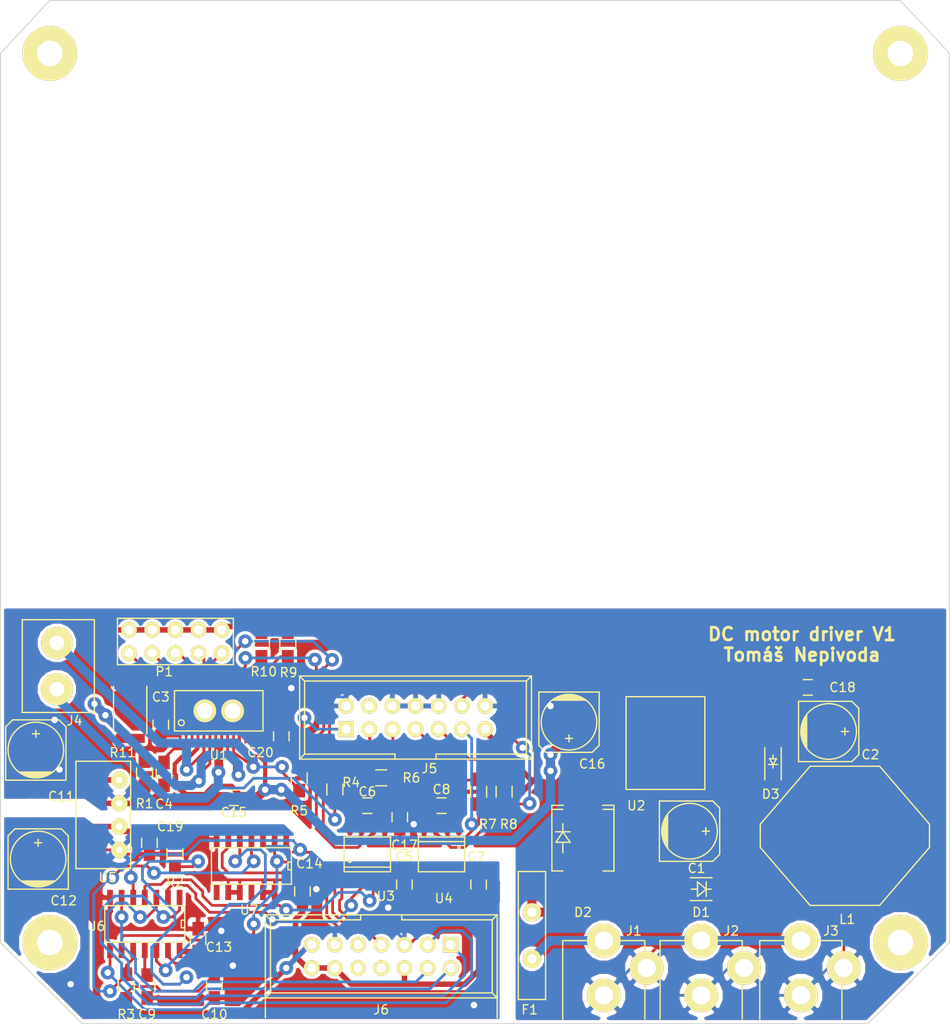
<source format=kicad_pcb>
(kicad_pcb (version 4) (host pcbnew 4.0.0-rc1-stable)

  (general
    (links 152)
    (no_connects 0)
    (area 73.289999 50.429999 178.73421 162.669)
    (thickness 1.6)
    (drawings 9)
    (tracks 1010)
    (zones 0)
    (modules 56)
    (nets 56)
  )

  (page A4)
  (layers
    (0 F.Cu signal)
    (31 B.Cu signal hide)
    (37 F.SilkS user)
    (38 B.Mask user)
    (39 F.Mask user)
    (40 Dwgs.User user)
    (41 Cmts.User user)
    (44 Edge.Cuts user)
  )

  (setup
    (last_trace_width 0.3048)
    (trace_clearance 0.3048)
    (zone_clearance 0.35)
    (zone_45_only no)
    (trace_min 0.2)
    (segment_width 0.2)
    (edge_width 0.1)
    (via_size 1.5)
    (via_drill 0.7112)
    (via_min_size 0.4)
    (via_min_drill 0.3)
    (uvia_size 0.3)
    (uvia_drill 0.1)
    (uvias_allowed no)
    (uvia_min_size 0.2)
    (uvia_min_drill 0.1)
    (pcb_text_width 0.3)
    (pcb_text_size 1.5 1.5)
    (mod_edge_width 0.15)
    (mod_text_size 1 1)
    (mod_text_width 0.15)
    (pad_size 2.5 2.5)
    (pad_drill 1.7)
    (pad_to_mask_clearance 0)
    (aux_axis_origin 0 0)
    (visible_elements 7FFFFF7F)
    (pcbplotparams
      (layerselection 0x010e0_80000001)
      (usegerberextensions false)
      (usegerberattributes true)
      (excludeedgelayer true)
      (linewidth 0.100000)
      (plotframeref false)
      (viasonmask true)
      (mode 1)
      (useauxorigin false)
      (hpglpennumber 1)
      (hpglpenspeed 20)
      (hpglpendiameter 15)
      (hpglpenoverlay 2)
      (psnegative false)
      (psa4output false)
      (plotreference true)
      (plotvalue false)
      (plotinvisibletext false)
      (padsonsilk false)
      (subtractmaskfromsilk true)
      (outputformat 1)
      (mirror false)
      (drillshape 0)
      (scaleselection 1)
      (outputdirectory "C:/Users/Nepi/Desktop/ČVUT/6. semestr/bakalářka/výrobní data/"))
  )

  (net 0 "")
  (net 1 "Net-(C1-Pad1)")
  (net 2 "Net-(C3-Pad1)")
  (net 3 "Net-(C3-Pad2)")
  (net 4 "Net-(C4-Pad1)")
  (net 5 GND)
  (net 6 "Net-(C9-Pad1)")
  (net 7 "Net-(C10-Pad1)")
  (net 8 "Net-(C12-Pad1)")
  (net 9 "Net-(D1-Pad2)")
  (net 10 "Net-(F1-Pad1)")
  (net 11 "Net-(U1-Pad18)")
  (net 12 "Net-(U1-Pad20)")
  (net 13 "Net-(U1-Pad21)")
  (net 14 "Net-(U1-Pad22)")
  (net 15 "Net-(U3-Pad2)")
  (net 16 "Net-(U3-Pad3)")
  (net 17 "Net-(U4-Pad6)")
  (net 18 "Net-(U4-Pad7)")
  (net 19 "Net-(U6-Pad12)")
  (net 20 "Net-(U7-Pad11)")
  (net 21 "Net-(J5-Pad1)")
  (net 22 "Net-(J5-Pad3)")
  (net 23 "Net-(J5-Pad4)")
  (net 24 "Net-(J5-Pad5)")
  (net 25 "Net-(J5-Pad7)")
  (net 26 "Net-(J5-Pad9)")
  (net 27 "Net-(J5-Pad11)")
  (net 28 "Net-(J5-Pad12)")
  (net 29 "Net-(J6-Pad1)")
  (net 30 "Net-(J6-Pad2)")
  (net 31 "Net-(J6-Pad3)")
  (net 32 "Net-(J6-Pad4)")
  (net 33 "Net-(J6-Pad8)")
  (net 34 "Net-(J6-Pad9)")
  (net 35 "Net-(J6-Pad10)")
  (net 36 "Net-(R2-Pad1)")
  (net 37 "Net-(U7-Pad8)")
  (net 38 "Net-(R3-Pad1)")
  (net 39 +3V3)
  (net 40 /GND2)
  (net 41 +5V)
  (net 42 "Net-(D3-Pad1)")
  (net 43 /OUT1)
  (net 44 /OUT2)
  (net 45 /IRC_IRQ)
  (net 46 "Net-(C15-Pad1)")
  (net 47 "Net-(C20-Pad2)")
  (net 48 "Net-(P1-Pad1)")
  (net 49 "Net-(P1-Pad3)")
  (net 50 "Net-(P1-Pad5)")
  (net 51 "Net-(P1-Pad7)")
  (net 52 "Net-(P1-Pad9)")
  (net 53 "Net-(R9-Pad2)")
  (net 54 "Net-(R10-Pad2)")
  (net 55 "Net-(R11-Pad1)")

  (net_class Default "Toto je výchozí třída sítě."
    (clearance 0.3048)
    (trace_width 0.3048)
    (via_dia 1.5)
    (via_drill 0.7112)
    (uvia_dia 0.3)
    (uvia_drill 0.1)
    (add_net +3V3)
    (add_net +5V)
    (add_net /GND2)
    (add_net /IRC_IRQ)
    (add_net /OUT1)
    (add_net /OUT2)
    (add_net GND)
    (add_net "Net-(C1-Pad1)")
    (add_net "Net-(C10-Pad1)")
    (add_net "Net-(C12-Pad1)")
    (add_net "Net-(C15-Pad1)")
    (add_net "Net-(C20-Pad2)")
    (add_net "Net-(C3-Pad1)")
    (add_net "Net-(C3-Pad2)")
    (add_net "Net-(C4-Pad1)")
    (add_net "Net-(C9-Pad1)")
    (add_net "Net-(D1-Pad2)")
    (add_net "Net-(D3-Pad1)")
    (add_net "Net-(F1-Pad1)")
    (add_net "Net-(J5-Pad1)")
    (add_net "Net-(J5-Pad11)")
    (add_net "Net-(J5-Pad12)")
    (add_net "Net-(J5-Pad3)")
    (add_net "Net-(J5-Pad4)")
    (add_net "Net-(J5-Pad5)")
    (add_net "Net-(J5-Pad7)")
    (add_net "Net-(J5-Pad9)")
    (add_net "Net-(J6-Pad1)")
    (add_net "Net-(J6-Pad10)")
    (add_net "Net-(J6-Pad2)")
    (add_net "Net-(J6-Pad3)")
    (add_net "Net-(J6-Pad4)")
    (add_net "Net-(J6-Pad8)")
    (add_net "Net-(J6-Pad9)")
    (add_net "Net-(P1-Pad1)")
    (add_net "Net-(P1-Pad3)")
    (add_net "Net-(P1-Pad5)")
    (add_net "Net-(P1-Pad7)")
    (add_net "Net-(P1-Pad9)")
    (add_net "Net-(R10-Pad2)")
    (add_net "Net-(R11-Pad1)")
    (add_net "Net-(R2-Pad1)")
    (add_net "Net-(R3-Pad1)")
    (add_net "Net-(R9-Pad2)")
    (add_net "Net-(U1-Pad18)")
    (add_net "Net-(U1-Pad20)")
    (add_net "Net-(U1-Pad21)")
    (add_net "Net-(U1-Pad22)")
    (add_net "Net-(U3-Pad2)")
    (add_net "Net-(U3-Pad3)")
    (add_net "Net-(U4-Pad6)")
    (add_net "Net-(U4-Pad7)")
    (add_net "Net-(U6-Pad12)")
    (add_net "Net-(U7-Pad11)")
    (add_net "Net-(U7-Pad8)")
  )

  (net_class Middle ""
    (clearance 0.3048)
    (trace_width 0.6)
    (via_dia 1.5)
    (via_drill 0.7112)
    (uvia_dia 0.3)
    (uvia_drill 0.1)
  )

  (net_class Power ""
    (clearance 0.35)
    (trace_width 1)
    (via_dia 1.5)
    (via_drill 0.7112)
    (uvia_dia 0.3)
    (uvia_drill 0.1)
  )

  (net_class Slim ""
    (clearance 0.3048)
    (trace_width 0.45)
    (via_dia 1.5)
    (via_drill 0.7112)
    (uvia_dia 0.3)
    (uvia_drill 0.1)
  )

  (module Capacitors_SMD:c_elec_6.3x7.7 (layer F.Cu) (tedit 5705CCA7) (tstamp 56DDB2BF)
    (at 148.844 141.478)
    (descr "SMT capacitor, aluminium electrolytic, 6.3x7.7")
    (path /56B06D9E)
    (attr smd)
    (fp_text reference C1 (at 0.762 4.064) (layer F.SilkS)
      (effects (font (size 1 1) (thickness 0.15)))
    )
    (fp_text value 100u/35V (at 0 4.318) (layer F.Fab) hide
      (effects (font (size 1 1) (thickness 0.15)))
    )
    (fp_line (start -4.85 -3.55) (end 4.85 -3.55) (layer F.CrtYd) (width 0.05))
    (fp_line (start 4.85 -3.55) (end 4.85 3.55) (layer F.CrtYd) (width 0.05))
    (fp_line (start 4.85 3.55) (end -4.85 3.55) (layer F.CrtYd) (width 0.05))
    (fp_line (start -4.85 3.55) (end -4.85 -3.55) (layer F.CrtYd) (width 0.05))
    (fp_line (start -2.921 -0.762) (end -2.921 0.762) (layer F.SilkS) (width 0.15))
    (fp_line (start -2.794 1.143) (end -2.794 -1.143) (layer F.SilkS) (width 0.15))
    (fp_line (start -2.667 -1.397) (end -2.667 1.397) (layer F.SilkS) (width 0.15))
    (fp_line (start -2.54 1.651) (end -2.54 -1.651) (layer F.SilkS) (width 0.15))
    (fp_line (start -2.413 -1.778) (end -2.413 1.778) (layer F.SilkS) (width 0.15))
    (fp_line (start -3.302 -3.302) (end -3.302 3.302) (layer F.SilkS) (width 0.15))
    (fp_line (start -3.302 3.302) (end 2.54 3.302) (layer F.SilkS) (width 0.15))
    (fp_line (start 2.54 3.302) (end 3.302 2.54) (layer F.SilkS) (width 0.15))
    (fp_line (start 3.302 2.54) (end 3.302 -2.54) (layer F.SilkS) (width 0.15))
    (fp_line (start 3.302 -2.54) (end 2.54 -3.302) (layer F.SilkS) (width 0.15))
    (fp_line (start 2.54 -3.302) (end -3.302 -3.302) (layer F.SilkS) (width 0.15))
    (fp_line (start 2.159 0) (end 1.397 0) (layer F.SilkS) (width 0.15))
    (fp_line (start 1.778 -0.381) (end 1.778 0.381) (layer F.SilkS) (width 0.15))
    (fp_circle (center 0 0) (end -3.048 0) (layer F.SilkS) (width 0.15))
    (pad 1 smd rect (at 2.75082 0) (size 3.59918 1.6002) (layers F.Cu F.Mask)
      (net 1 "Net-(C1-Pad1)"))
    (pad 2 smd rect (at -2.75082 0) (size 3.59918 1.6002) (layers F.Cu F.Mask)
      (net 40 /GND2))
    (model Capacitors_SMD.3dshapes/c_elec_6.3x7.7.wrl
      (at (xyz 0 0 0))
      (scale (xyz 1 1 1))
      (rotate (xyz 0 0 0))
    )
  )

  (module Capacitors_SMD:c_elec_6.3x7.7 (layer F.Cu) (tedit 5705CCD5) (tstamp 56DDB2D7)
    (at 164.084 130.556)
    (descr "SMT capacitor, aluminium electrolytic, 6.3x7.7")
    (path /56AFE2A0)
    (attr smd)
    (fp_text reference C2 (at 4.572 2.54) (layer F.SilkS)
      (effects (font (size 1 1) (thickness 0.15)))
    )
    (fp_text value 330u/10V (at 0 -2.032) (layer F.Fab) hide
      (effects (font (size 1 1) (thickness 0.15)))
    )
    (fp_line (start -4.85 -3.55) (end 4.85 -3.55) (layer F.CrtYd) (width 0.05))
    (fp_line (start 4.85 -3.55) (end 4.85 3.55) (layer F.CrtYd) (width 0.05))
    (fp_line (start 4.85 3.55) (end -4.85 3.55) (layer F.CrtYd) (width 0.05))
    (fp_line (start -4.85 3.55) (end -4.85 -3.55) (layer F.CrtYd) (width 0.05))
    (fp_line (start -2.921 -0.762) (end -2.921 0.762) (layer F.SilkS) (width 0.15))
    (fp_line (start -2.794 1.143) (end -2.794 -1.143) (layer F.SilkS) (width 0.15))
    (fp_line (start -2.667 -1.397) (end -2.667 1.397) (layer F.SilkS) (width 0.15))
    (fp_line (start -2.54 1.651) (end -2.54 -1.651) (layer F.SilkS) (width 0.15))
    (fp_line (start -2.413 -1.778) (end -2.413 1.778) (layer F.SilkS) (width 0.15))
    (fp_line (start -3.302 -3.302) (end -3.302 3.302) (layer F.SilkS) (width 0.15))
    (fp_line (start -3.302 3.302) (end 2.54 3.302) (layer F.SilkS) (width 0.15))
    (fp_line (start 2.54 3.302) (end 3.302 2.54) (layer F.SilkS) (width 0.15))
    (fp_line (start 3.302 2.54) (end 3.302 -2.54) (layer F.SilkS) (width 0.15))
    (fp_line (start 3.302 -2.54) (end 2.54 -3.302) (layer F.SilkS) (width 0.15))
    (fp_line (start 2.54 -3.302) (end -3.302 -3.302) (layer F.SilkS) (width 0.15))
    (fp_line (start 2.159 0) (end 1.397 0) (layer F.SilkS) (width 0.15))
    (fp_line (start 1.778 -0.381) (end 1.778 0.381) (layer F.SilkS) (width 0.15))
    (fp_circle (center 0 0) (end -3.048 0) (layer F.SilkS) (width 0.15))
    (pad 1 smd rect (at 2.75082 0) (size 3.59918 1.6002) (layers F.Cu F.Mask)
      (net 41 +5V))
    (pad 2 smd rect (at -2.75082 0) (size 3.59918 1.6002) (layers F.Cu F.Mask)
      (net 40 /GND2))
    (model Capacitors_SMD.3dshapes/c_elec_6.3x7.7.wrl
      (at (xyz 0 0 0))
      (scale (xyz 1 1 1))
      (rotate (xyz 0 0 0))
    )
  )

  (module Capacitors_SMD:c_elec_6.3x7.7 (layer F.Cu) (tedit 5705CC44) (tstamp 56DDB34F)
    (at 77.216 132.588 90)
    (descr "SMT capacitor, aluminium electrolytic, 6.3x7.7")
    (path /56BB73D6)
    (attr smd)
    (fp_text reference C11 (at -5.08 2.794 180) (layer F.SilkS)
      (effects (font (size 1 1) (thickness 0.15)))
    )
    (fp_text value 100u (at 6.096 -0.254 180) (layer F.Fab) hide
      (effects (font (size 1 1) (thickness 0.15)))
    )
    (fp_line (start -4.85 -3.55) (end 4.85 -3.55) (layer F.CrtYd) (width 0.05))
    (fp_line (start 4.85 -3.55) (end 4.85 3.55) (layer F.CrtYd) (width 0.05))
    (fp_line (start 4.85 3.55) (end -4.85 3.55) (layer F.CrtYd) (width 0.05))
    (fp_line (start -4.85 3.55) (end -4.85 -3.55) (layer F.CrtYd) (width 0.05))
    (fp_line (start -2.921 -0.762) (end -2.921 0.762) (layer F.SilkS) (width 0.15))
    (fp_line (start -2.794 1.143) (end -2.794 -1.143) (layer F.SilkS) (width 0.15))
    (fp_line (start -2.667 -1.397) (end -2.667 1.397) (layer F.SilkS) (width 0.15))
    (fp_line (start -2.54 1.651) (end -2.54 -1.651) (layer F.SilkS) (width 0.15))
    (fp_line (start -2.413 -1.778) (end -2.413 1.778) (layer F.SilkS) (width 0.15))
    (fp_line (start -3.302 -3.302) (end -3.302 3.302) (layer F.SilkS) (width 0.15))
    (fp_line (start -3.302 3.302) (end 2.54 3.302) (layer F.SilkS) (width 0.15))
    (fp_line (start 2.54 3.302) (end 3.302 2.54) (layer F.SilkS) (width 0.15))
    (fp_line (start 3.302 2.54) (end 3.302 -2.54) (layer F.SilkS) (width 0.15))
    (fp_line (start 3.302 -2.54) (end 2.54 -3.302) (layer F.SilkS) (width 0.15))
    (fp_line (start 2.54 -3.302) (end -3.302 -3.302) (layer F.SilkS) (width 0.15))
    (fp_line (start 2.159 0) (end 1.397 0) (layer F.SilkS) (width 0.15))
    (fp_line (start 1.778 -0.381) (end 1.778 0.381) (layer F.SilkS) (width 0.15))
    (fp_circle (center 0 0) (end -3.048 0) (layer F.SilkS) (width 0.15))
    (pad 1 smd rect (at 2.75082 0 90) (size 3.59918 1.6002) (layers F.Cu F.Mask)
      (net 41 +5V))
    (pad 2 smd rect (at -2.75082 0 90) (size 3.59918 1.6002) (layers F.Cu F.Mask)
      (net 40 /GND2))
    (model Capacitors_SMD.3dshapes/c_elec_6.3x7.7.wrl
      (at (xyz 0 0 0))
      (scale (xyz 1 1 1))
      (rotate (xyz 0 0 0))
    )
  )

  (module Capacitors_SMD:c_elec_6.3x7.7 (layer F.Cu) (tedit 5705CC3A) (tstamp 56DDB367)
    (at 77.47 144.526 90)
    (descr "SMT capacitor, aluminium electrolytic, 6.3x7.7")
    (path /56BB7619)
    (attr smd)
    (fp_text reference C12 (at -4.572 2.794 180) (layer F.SilkS)
      (effects (font (size 1 1) (thickness 0.15)))
    )
    (fp_text value 100u (at 5.588 0.254 180) (layer F.Fab) hide
      (effects (font (size 1 1) (thickness 0.15)))
    )
    (fp_line (start -4.85 -3.55) (end 4.85 -3.55) (layer F.CrtYd) (width 0.05))
    (fp_line (start 4.85 -3.55) (end 4.85 3.55) (layer F.CrtYd) (width 0.05))
    (fp_line (start 4.85 3.55) (end -4.85 3.55) (layer F.CrtYd) (width 0.05))
    (fp_line (start -4.85 3.55) (end -4.85 -3.55) (layer F.CrtYd) (width 0.05))
    (fp_line (start -2.921 -0.762) (end -2.921 0.762) (layer F.SilkS) (width 0.15))
    (fp_line (start -2.794 1.143) (end -2.794 -1.143) (layer F.SilkS) (width 0.15))
    (fp_line (start -2.667 -1.397) (end -2.667 1.397) (layer F.SilkS) (width 0.15))
    (fp_line (start -2.54 1.651) (end -2.54 -1.651) (layer F.SilkS) (width 0.15))
    (fp_line (start -2.413 -1.778) (end -2.413 1.778) (layer F.SilkS) (width 0.15))
    (fp_line (start -3.302 -3.302) (end -3.302 3.302) (layer F.SilkS) (width 0.15))
    (fp_line (start -3.302 3.302) (end 2.54 3.302) (layer F.SilkS) (width 0.15))
    (fp_line (start 2.54 3.302) (end 3.302 2.54) (layer F.SilkS) (width 0.15))
    (fp_line (start 3.302 2.54) (end 3.302 -2.54) (layer F.SilkS) (width 0.15))
    (fp_line (start 3.302 -2.54) (end 2.54 -3.302) (layer F.SilkS) (width 0.15))
    (fp_line (start 2.54 -3.302) (end -3.302 -3.302) (layer F.SilkS) (width 0.15))
    (fp_line (start 2.159 0) (end 1.397 0) (layer F.SilkS) (width 0.15))
    (fp_line (start 1.778 -0.381) (end 1.778 0.381) (layer F.SilkS) (width 0.15))
    (fp_circle (center 0 0) (end -3.048 0) (layer F.SilkS) (width 0.15))
    (pad 1 smd rect (at 2.75082 0 90) (size 3.59918 1.6002) (layers F.Cu F.Mask)
      (net 8 "Net-(C12-Pad1)"))
    (pad 2 smd rect (at -2.75082 0 90) (size 3.59918 1.6002) (layers F.Cu F.Mask)
      (net 5 GND))
    (model Capacitors_SMD.3dshapes/c_elec_6.3x7.7.wrl
      (at (xyz 0 0 0))
      (scale (xyz 1 1 1))
      (rotate (xyz 0 0 0))
    )
  )

  (module Discret:30R400UF (layer F.Cu) (tedit 5705CC62) (tstamp 56DDB416)
    (at 131.572 152.908 90)
    (path /56AFDEF4)
    (fp_text reference F1 (at -8.128 -0.254 360) (layer F.SilkS)
      (effects (font (size 1 1) (thickness 0.15)))
    )
    (fp_text value 30R400UF (at 0.3683 2.4972 90) (layer F.Fab) hide
      (effects (font (size 1 1) (thickness 0.15)))
    )
    (fp_line (start -7.0104 -1.4986) (end 7.0104 -1.4986) (layer F.SilkS) (width 0.15))
    (fp_line (start 7.0104 -1.4986) (end 7.0104 1.4986) (layer F.SilkS) (width 0.15))
    (fp_line (start 7.0104 1.4986) (end -7.0104 1.4986) (layer F.SilkS) (width 0.15))
    (fp_line (start -7.0104 1.4986) (end -7.0104 -1.4986) (layer F.SilkS) (width 0.15))
    (pad 1 thru_hole circle (at -2.55 0 90) (size 2 2) (drill 1.016) (layers *.Cu *.Mask F.SilkS)
      (net 10 "Net-(F1-Pad1)"))
    (pad 2 thru_hole circle (at 2.55 0 90) (size 2 2) (drill 1.016) (layers *.Cu *.Mask F.SilkS)
      (net 9 "Net-(D1-Pad2)"))
  )

  (module Inductors:DL-50 (layer F.Cu) (tedit 5705CCB0) (tstamp 56DDB4A7)
    (at 165.862 141.986)
    (path /56AFE231)
    (fp_text reference L1 (at 0.254 9.144) (layer F.SilkS)
      (effects (font (size 1 1) (thickness 0.15)))
    )
    (fp_text value DL50-330 (at -0.4699 2.9036) (layer F.Fab) hide
      (effects (font (size 1 1) (thickness 0.15)))
    )
    (fp_line (start -9.271 -1.27) (end -3.81 -7.62) (layer F.SilkS) (width 0.15))
    (fp_line (start -3.81 -7.62) (end 3.81 -7.62) (layer F.SilkS) (width 0.15))
    (fp_line (start 3.81 -7.62) (end 9.271 -1.27) (layer F.SilkS) (width 0.15))
    (fp_line (start 9.271 -1.27) (end 9.271 1.27) (layer F.SilkS) (width 0.15))
    (fp_line (start 9.271 1.27) (end 3.81 7.62) (layer F.SilkS) (width 0.15))
    (fp_line (start 3.81 7.62) (end -3.81 7.62) (layer F.SilkS) (width 0.15))
    (fp_line (start -3.81 7.62) (end -9.271 1.27) (layer F.SilkS) (width 0.15))
    (fp_line (start -9.271 1.27) (end -9.271 -1.27) (layer F.SilkS) (width 0.15))
    (pad 1 smd rect (at -8.05 0) (size 3.5 2.7) (layers F.Cu F.Mask)
      (net 42 "Net-(D3-Pad1)"))
    (pad 2 smd rect (at 8.05 0) (size 3.5 2.7) (layers F.Cu F.Mask)
      (net 41 +5V))
  )

  (module SMD_Packages:PWP_DRV8842 (layer F.Cu) (tedit 570AB5FE) (tstamp 56DDB52D)
    (at 97.2566 128.2954)
    (path /56AFDCAE)
    (fp_text reference U1 (at 0 4.826) (layer F.SilkS)
      (effects (font (size 1 1) (thickness 0.15)))
    )
    (fp_text value DRV8842 (at 0 -4.826) (layer F.Fab) hide
      (effects (font (size 1 1) (thickness 0.15)))
    )
    (fp_circle (center -4.1021 1.3081) (end -3.9497 1.0287) (layer F.SilkS) (width 0.15))
    (fp_line (start -4.8514 -2.2098) (end 4.8514 -2.2098) (layer F.SilkS) (width 0.15))
    (fp_line (start 4.8514 -2.2098) (end 4.8514 2.2098) (layer F.SilkS) (width 0.15))
    (fp_line (start 4.8514 2.2098) (end -4.8514 2.2098) (layer F.SilkS) (width 0.15))
    (fp_line (start -4.8514 2.2098) (end -4.8514 -2.2098) (layer F.SilkS) (width 0.15))
    (pad 2 smd rect (at -3.575 2.8) (size 0.25 1.55) (layers F.Cu F.Mask)
      (net 3 "Net-(C3-Pad2)"))
    (pad 3 smd rect (at -2.925 2.8) (size 0.25 1.55) (layers F.Cu F.Mask)
      (net 4 "Net-(C4-Pad1)"))
    (pad 4 smd rect (at -2.275 2.8) (size 0.25 1.55) (layers F.Cu F.Mask)
      (net 46 "Net-(C15-Pad1)"))
    (pad 5 smd rect (at -1.625 2.8) (size 0.25 1.55) (layers F.Cu F.Mask)
      (net 43 /OUT1))
    (pad 6 smd rect (at -0.975 2.8) (size 0.25 1.55) (layers F.Cu F.Mask)
      (net 55 "Net-(R11-Pad1)"))
    (pad 7 smd rect (at -0.325 2.8) (size 0.25 1.55) (layers F.Cu F.Mask)
      (net 44 /OUT2))
    (pad 8 smd rect (at 0.325 2.8) (size 0.25 1.55) (layers F.Cu F.Mask)
      (net 44 /OUT2))
    (pad 9 smd rect (at 0.975 2.8) (size 0.25 1.55) (layers F.Cu F.Mask)
      (net 55 "Net-(R11-Pad1)"))
    (pad 10 smd rect (at 1.625 2.8) (size 0.25 1.55) (layers F.Cu F.Mask)
      (net 43 /OUT1))
    (pad 11 smd rect (at 2.275 2.8) (size 0.25 1.55) (layers F.Cu F.Mask)
      (net 46 "Net-(C15-Pad1)"))
    (pad 12 smd rect (at 2.925 2.8) (size 0.25 1.55) (layers F.Cu F.Mask)
      (net 47 "Net-(C20-Pad2)"))
    (pad 13 smd rect (at 3.575 2.8) (size 0.25 1.55) (layers F.Cu F.Mask)
      (net 47 "Net-(C20-Pad2)"))
    (pad 14 smd rect (at 4.225 2.8) (size 0.25 1.55) (layers F.Cu F.Mask)
      (net 40 /GND2))
    (pad 15 smd rect (at 4.225 -2.8) (size 0.25 1.55) (layers F.Cu F.Mask)
      (net 47 "Net-(C20-Pad2)"))
    (pad 16 smd rect (at 3.575 -2.8) (size 0.25 1.55) (layers F.Cu F.Mask)
      (net 53 "Net-(R9-Pad2)"))
    (pad 17 smd rect (at 2.925 -2.8) (size 0.25 1.55) (layers F.Cu F.Mask)
      (net 54 "Net-(R10-Pad2)"))
    (pad 18 smd rect (at 2.275 -2.8) (size 0.25 1.55) (layers F.Cu F.Mask)
      (net 11 "Net-(U1-Pad18)"))
    (pad 19 smd rect (at 1.625 -2.8) (size 0.25 1.55) (layers F.Cu F.Mask)
      (net 40 /GND2))
    (pad 20 smd rect (at 0.975 -2.8) (size 0.25 1.55) (layers F.Cu F.Mask)
      (net 12 "Net-(U1-Pad20)"))
    (pad 21 smd rect (at 0.325 -2.8) (size 0.25 1.55) (layers F.Cu F.Mask)
      (net 13 "Net-(U1-Pad21)"))
    (pad 22 smd rect (at -0.325 -2.8) (size 0.25 1.55) (layers F.Cu F.Mask)
      (net 14 "Net-(U1-Pad22)"))
    (pad 23 smd rect (at -0.975 -2.8) (size 0.25 1.55) (layers F.Cu F.Mask)
      (net 52 "Net-(P1-Pad9)"))
    (pad 24 smd rect (at -1.625 -2.8) (size 0.25 1.55) (layers F.Cu F.Mask)
      (net 51 "Net-(P1-Pad7)"))
    (pad 25 smd rect (at -2.275 -2.8) (size 0.25 1.55) (layers F.Cu F.Mask)
      (net 50 "Net-(P1-Pad5)"))
    (pad 26 smd rect (at -2.925 -2.8) (size 0.25 1.55) (layers F.Cu F.Mask)
      (net 49 "Net-(P1-Pad3)"))
    (pad 27 smd rect (at -3.575 -2.8) (size 0.25 1.55) (layers F.Cu F.Mask)
      (net 48 "Net-(P1-Pad1)"))
    (pad 28 smd rect (at -4.225 -2.8) (size 0.25 1.55) (layers F.Cu F.Mask)
      (net 40 /GND2))
    (pad 1 smd rect (at -4.225 2.8) (size 0.25 1.55) (layers F.Cu F.Mask)
      (net 2 "Net-(C3-Pad1)"))
    (pad 29 smd rect (at 0 0) (size 5.18 3.1) (layers F.Cu F.Mask)
      (net 40 /GND2) (zone_connect 2))
  )

  (module SMD_Packages:KTT0005B (layer F.Cu) (tedit 570AC234) (tstamp 56DDB53D)
    (at 147.32 131.826)
    (path /56AFDB30)
    (fp_text reference U2 (at -4.318 6.858) (layer F.SilkS)
      (effects (font (size 1 1) (thickness 0.15)))
    )
    (fp_text value LM2575SX-5.0 (at 0.254 6.612) (layer F.Fab) hide
      (effects (font (size 1 1) (thickness 0.15)))
    )
    (fp_line (start -5.4356 -5.08) (end 0 -5.08) (layer F.SilkS) (width 0.15))
    (fp_line (start 0 -5.08) (end 3.2004 -5.08) (layer F.SilkS) (width 0.15))
    (fp_line (start 3.2004 -5.08) (end 3.2004 5.08) (layer F.SilkS) (width 0.15))
    (fp_line (start 3.2004 5.08) (end -5.4356 5.08) (layer F.SilkS) (width 0.15))
    (fp_line (start -5.4356 5.08) (end -5.4356 -5.08) (layer F.SilkS) (width 0.15))
    (pad 6 smd rect (at -3.59 0) (size 6.99 8.33) (layers F.Cu F.Mask)
      (net 40 /GND2))
    (pad 6 smd rect (at -6.13 0) (size 2 10.8) (layers F.Cu F.Mask)
      (net 40 /GND2))
    (pad 5 smd rect (at 7.085 -3.4) (size 2.16 1.07) (layers F.Cu F.Mask)
      (net 40 /GND2))
    (pad 4 smd rect (at 7.085 -1.7) (size 2.16 1.07) (layers F.Cu F.Mask)
      (net 41 +5V))
    (pad 3 smd rect (at 7.085 0) (size 2.16 1.07) (layers F.Cu F.Mask)
      (net 40 /GND2))
    (pad 2 smd rect (at 7.085 1.7) (size 2.16 1.07) (layers F.Cu F.Mask)
      (net 42 "Net-(D3-Pad1)"))
    (pad 1 smd rect (at 7.085 3.4) (size 2.16 1.07) (layers F.Cu F.Mask)
      (net 1 "Net-(C1-Pad1)"))
  )

  (module Power_Integrations:SO-8 (layer F.Cu) (tedit 5705D958) (tstamp 56DDB54F)
    (at 113.538 144.018)
    (descr "SO-8 Surface Mount Small Outline 150mil 8pin Package")
    (tags "Power Integrations D Package")
    (path /56AFE992)
    (fp_text reference U3 (at 2.032 4.572 180) (layer F.SilkS)
      (effects (font (size 1 1) (thickness 0.15)))
    )
    (fp_text value ADuM1200AR (at 2.54 -0.508) (layer F.Fab) hide
      (effects (font (size 1 1) (thickness 0.15)))
    )
    (fp_circle (center -1.905 0.762) (end -1.778 0.762) (layer F.SilkS) (width 0.15))
    (fp_line (start -2.54 1.397) (end 2.54 1.397) (layer F.SilkS) (width 0.15))
    (fp_line (start -2.54 -1.905) (end 2.54 -1.905) (layer F.SilkS) (width 0.15))
    (fp_line (start -2.54 1.905) (end 2.54 1.905) (layer F.SilkS) (width 0.15))
    (fp_line (start -2.54 1.905) (end -2.54 -1.905) (layer F.SilkS) (width 0.15))
    (fp_line (start 2.54 1.905) (end 2.54 -1.905) (layer F.SilkS) (width 0.15))
    (pad 1 smd oval (at -1.905 2.794) (size 0.6096 1.4732) (layers F.Cu F.Mask)
      (net 39 +3V3))
    (pad 2 smd oval (at -0.635 2.794) (size 0.6096 1.4732) (layers F.Cu F.Mask)
      (net 15 "Net-(U3-Pad2)"))
    (pad 3 smd oval (at 0.635 2.794) (size 0.6096 1.4732) (layers F.Cu F.Mask)
      (net 16 "Net-(U3-Pad3)"))
    (pad 4 smd oval (at 1.905 2.794) (size 0.6096 1.4732) (layers F.Cu F.Mask)
      (net 5 GND))
    (pad 5 smd oval (at 1.905 -2.794) (size 0.6096 1.4732) (layers F.Cu F.Mask)
      (net 40 /GND2))
    (pad 6 smd oval (at 0.635 -2.794) (size 0.6096 1.4732) (layers F.Cu F.Mask)
      (net 12 "Net-(U1-Pad20)"))
    (pad 7 smd oval (at -0.635 -2.794) (size 0.6096 1.4732) (layers F.Cu F.Mask)
      (net 13 "Net-(U1-Pad21)"))
    (pad 8 smd oval (at -1.905 -2.794) (size 0.6096 1.4732) (layers F.Cu F.Mask)
      (net 41 +5V))
  )

  (module Power_Integrations:SO-8 (layer F.Cu) (tedit 5705CD66) (tstamp 56DDB561)
    (at 121.666 144.018 180)
    (descr "SO-8 Surface Mount Small Outline 150mil 8pin Package")
    (tags "Power Integrations D Package")
    (path /56AFE667)
    (fp_text reference U4 (at -0.254 -4.826 360) (layer F.SilkS)
      (effects (font (size 1 1) (thickness 0.15)))
    )
    (fp_text value ADuM1200AR (at -1.524 -1.27 180) (layer F.Fab) hide
      (effects (font (size 1 1) (thickness 0.15)))
    )
    (fp_circle (center -1.905 0.762) (end -1.778 0.762) (layer F.SilkS) (width 0.15))
    (fp_line (start -2.54 1.397) (end 2.54 1.397) (layer F.SilkS) (width 0.15))
    (fp_line (start -2.54 -1.905) (end 2.54 -1.905) (layer F.SilkS) (width 0.15))
    (fp_line (start -2.54 1.905) (end 2.54 1.905) (layer F.SilkS) (width 0.15))
    (fp_line (start -2.54 1.905) (end -2.54 -1.905) (layer F.SilkS) (width 0.15))
    (fp_line (start 2.54 1.905) (end 2.54 -1.905) (layer F.SilkS) (width 0.15))
    (pad 1 smd oval (at -1.905 2.794 180) (size 0.6096 1.4732) (layers F.Cu F.Mask)
      (net 41 +5V))
    (pad 2 smd oval (at -0.635 2.794 180) (size 0.6096 1.4732) (layers F.Cu F.Mask)
      (net 27 "Net-(J5-Pad11)"))
    (pad 3 smd oval (at 0.635 2.794 180) (size 0.6096 1.4732) (layers F.Cu F.Mask)
      (net 28 "Net-(J5-Pad12)"))
    (pad 4 smd oval (at 1.905 2.794 180) (size 0.6096 1.4732) (layers F.Cu F.Mask)
      (net 40 /GND2))
    (pad 5 smd oval (at 1.905 -2.794 180) (size 0.6096 1.4732) (layers F.Cu F.Mask)
      (net 5 GND))
    (pad 6 smd oval (at 0.635 -2.794 180) (size 0.6096 1.4732) (layers F.Cu F.Mask)
      (net 17 "Net-(U4-Pad6)"))
    (pad 7 smd oval (at -0.635 -2.794 180) (size 0.6096 1.4732) (layers F.Cu F.Mask)
      (net 18 "Net-(U4-Pad7)"))
    (pad 8 smd oval (at -1.905 -2.794 180) (size 0.6096 1.4732) (layers F.Cu F.Mask)
      (net 39 +3V3))
  )

  (module Converters_DCDC_ACDC:AM1S-Z (layer F.Cu) (tedit 56EC0276) (tstamp 56DDB56D)
    (at 86.36 139.7 270)
    (path /56BB29E7)
    (fp_text reference U5 (at 6.858 1.27 360) (layer F.SilkS)
      (effects (font (size 1 1) (thickness 0.15)))
    )
    (fp_text value AM1S-0503SZ (at 0.1524 3.818 270) (layer F.Fab) hide
      (effects (font (size 1 1) (thickness 0.15)))
    )
    (fp_line (start -5.8801 -1.2446) (end 5.8801 -1.2446) (layer F.SilkS) (width 0.15))
    (fp_line (start 5.8801 -1.2446) (end 5.8801 4.7498) (layer F.SilkS) (width 0.15))
    (fp_line (start 5.8801 4.7498) (end -5.8801 4.7498) (layer F.SilkS) (width 0.15))
    (fp_line (start -5.8801 4.7498) (end -5.8801 -1.2446) (layer F.SilkS) (width 0.15))
    (pad 1 thru_hole circle (at -3.83 0 270) (size 1.8 1.8) (drill 0.7112) (layers *.Cu *.Mask F.SilkS)
      (net 41 +5V))
    (pad 2 thru_hole circle (at -1.27 0 270) (size 1.8 1.8) (drill 0.7112) (layers *.Cu *.Mask F.SilkS)
      (net 40 /GND2))
    (pad 3 thru_hole circle (at 1.27 0 270) (size 1.8 1.8) (drill 0.7112) (layers *.Cu *.Mask F.SilkS)
      (net 8 "Net-(C12-Pad1)"))
    (pad 4 thru_hole circle (at 3.83 0 270) (size 1.8 1.8) (drill 0.7112) (layers *.Cu *.Mask F.SilkS)
      (net 5 GND))
  )

  (module SMD_Packages:SO-14 (layer F.Cu) (tedit 5705D236) (tstamp 56DDB586)
    (at 89.154 151.638 180)
    (path /56B05E16)
    (fp_text reference U6 (at 5.334 -0.254 180) (layer F.SilkS)
      (effects (font (size 1 1) (thickness 0.15)))
    )
    (fp_text value 74HC7014 (at -0.254 0 180) (layer F.Fab) hide
      (effects (font (size 1 1) (thickness 0.15)))
    )
    (fp_line (start -4.38 0.42) (end -4 0.42) (layer F.SilkS) (width 0.15))
    (fp_line (start -4 0.42) (end -4 -0.42) (layer F.SilkS) (width 0.15))
    (fp_line (start -4 -0.42) (end -4.38 -0.42) (layer F.SilkS) (width 0.15))
    (fp_line (start -4.38 -2) (end 4.38 -2) (layer F.SilkS) (width 0.15))
    (fp_line (start 4.38 -2) (end 4.38 2) (layer F.SilkS) (width 0.15))
    (fp_line (start 4.38 2) (end -4.38 2) (layer F.SilkS) (width 0.15))
    (fp_line (start -4.38 2) (end -4.38 -2) (layer F.SilkS) (width 0.15))
    (pad 1 smd rect (at -3.81 2.887 180) (size 0.635 1.7) (layers F.Cu F.Mask)
      (net 29 "Net-(J6-Pad1)"))
    (pad 2 smd rect (at -2.54 2.887 180) (size 0.635 1.7) (layers F.Cu F.Mask)
      (net 15 "Net-(U3-Pad2)"))
    (pad 3 smd rect (at -1.27 2.887 180) (size 0.635 1.7) (layers F.Cu F.Mask)
      (net 30 "Net-(J6-Pad2)"))
    (pad 4 smd rect (at 0 2.887 180) (size 0.635 1.7) (layers F.Cu F.Mask)
      (net 16 "Net-(U3-Pad3)"))
    (pad 5 smd rect (at 1.27 2.887 180) (size 0.635 1.7) (layers F.Cu F.Mask)
      (net 17 "Net-(U4-Pad6)"))
    (pad 6 smd rect (at 2.54 2.887 180) (size 0.635 1.7) (layers F.Cu F.Mask)
      (net 32 "Net-(J6-Pad4)"))
    (pad 7 smd rect (at 3.81 2.887 180) (size 0.635 1.7) (layers F.Cu F.Mask)
      (net 5 GND))
    (pad 8 smd rect (at 3.81 -2.887 180) (size 0.635 1.7) (layers F.Cu F.Mask)
      (net 31 "Net-(J6-Pad3)"))
    (pad 9 smd rect (at 2.54 -2.887 180) (size 0.635 1.7) (layers F.Cu F.Mask)
      (net 18 "Net-(U4-Pad7)"))
    (pad 10 smd rect (at 1.27 -2.887 180) (size 0.635 1.7) (layers F.Cu F.Mask)
      (net 38 "Net-(R3-Pad1)"))
    (pad 11 smd rect (at 0 -2.887 180) (size 0.635 1.7) (layers F.Cu F.Mask)
      (net 6 "Net-(C9-Pad1)"))
    (pad 12 smd rect (at -1.27 -2.887 180) (size 0.635 1.7) (layers F.Cu F.Mask)
      (net 19 "Net-(U6-Pad12)"))
    (pad 13 smd rect (at -2.54 -2.887 180) (size 0.635 1.7) (layers F.Cu F.Mask)
      (net 7 "Net-(C10-Pad1)"))
    (pad 14 smd rect (at -3.81 -2.887 180) (size 0.635 1.7) (layers F.Cu F.Mask)
      (net 39 +3V3))
  )

  (module SMD_Packages:SO-14 (layer F.Cu) (tedit 56EBDA92) (tstamp 56DDB59F)
    (at 100.838 145.288 180)
    (path /56B07F52)
    (fp_text reference U7 (at 0.254 -4.826 180) (layer F.SilkS)
      (effects (font (size 1 1) (thickness 0.15)))
    )
    (fp_text value 74HC86 (at 0.02 1 180) (layer F.Fab) hide
      (effects (font (size 1 1) (thickness 0.15)))
    )
    (fp_line (start -4.38 0.42) (end -4 0.42) (layer F.SilkS) (width 0.15))
    (fp_line (start -4 0.42) (end -4 -0.42) (layer F.SilkS) (width 0.15))
    (fp_line (start -4 -0.42) (end -4.38 -0.42) (layer F.SilkS) (width 0.15))
    (fp_line (start -4.38 -2) (end 4.38 -2) (layer F.SilkS) (width 0.15))
    (fp_line (start 4.38 -2) (end 4.38 2) (layer F.SilkS) (width 0.15))
    (fp_line (start 4.38 2) (end -4.38 2) (layer F.SilkS) (width 0.15))
    (fp_line (start -4.38 2) (end -4.38 -2) (layer F.SilkS) (width 0.15))
    (pad 1 smd rect (at -3.81 2.887 180) (size 0.635 1.7) (layers F.Cu F.Mask)
      (net 17 "Net-(U4-Pad6)"))
    (pad 2 smd rect (at -2.54 2.887 180) (size 0.635 1.7) (layers F.Cu F.Mask)
      (net 18 "Net-(U4-Pad7)"))
    (pad 3 smd rect (at -1.27 2.887 180) (size 0.635 1.7) (layers F.Cu F.Mask)
      (net 36 "Net-(R2-Pad1)"))
    (pad 4 smd rect (at 0 2.887 180) (size 0.635 1.7) (layers F.Cu F.Mask)
      (net 38 "Net-(R3-Pad1)"))
    (pad 5 smd rect (at 1.27 2.887 180) (size 0.635 1.7) (layers F.Cu F.Mask)
      (net 19 "Net-(U6-Pad12)"))
    (pad 6 smd rect (at 2.54 2.887 180) (size 0.635 1.7) (layers F.Cu F.Mask)
      (net 45 /IRC_IRQ))
    (pad 7 smd rect (at 3.81 2.887 180) (size 0.635 1.7) (layers F.Cu F.Mask)
      (net 5 GND))
    (pad 8 smd rect (at 3.81 -2.887 180) (size 0.635 1.7) (layers F.Cu F.Mask)
      (net 37 "Net-(U7-Pad8)"))
    (pad 9 smd rect (at 2.54 -2.887 180) (size 0.635 1.7) (layers F.Cu F.Mask)
      (net 5 GND))
    (pad 10 smd rect (at 1.27 -2.887 180) (size 0.635 1.7) (layers F.Cu F.Mask)
      (net 5 GND))
    (pad 11 smd rect (at 0 -2.887 180) (size 0.635 1.7) (layers F.Cu F.Mask)
      (net 20 "Net-(U7-Pad11)"))
    (pad 12 smd rect (at -1.27 -2.887 180) (size 0.635 1.7) (layers F.Cu F.Mask)
      (net 5 GND))
    (pad 13 smd rect (at -2.54 -2.887 180) (size 0.635 1.7) (layers F.Cu F.Mask)
      (net 5 GND))
    (pad 14 smd rect (at -3.81 -2.887 180) (size 0.635 1.7) (layers F.Cu F.Mask)
      (net 39 +3V3))
  )

  (module Mounting_Holes:my_hole (layer F.Cu) (tedit 56E6D77D) (tstamp 56D96E7C)
    (at 77.47 153.67)
    (fp_text reference REF** (at 1.27 -1.27) (layer F.SilkS) hide
      (effects (font (size 1 1) (thickness 0.15)))
    )
    (fp_text value my_hole (at 0.0254 2.1416) (layer F.Fab) hide
      (effects (font (size 1 1) (thickness 0.15)))
    )
    (pad 1 thru_hole circle (at 1.27 0.01) (size 6 6) (drill 2.8) (layers *.Cu *.Mask F.SilkS))
  )

  (module Mounting_Holes:my_hole (layer F.Cu) (tedit 56E6D78E) (tstamp 56D96E8E)
    (at 175.26 153.67)
    (fp_text reference REF** (at 0.127 -1.4304 90) (layer F.SilkS) hide
      (effects (font (size 1 1) (thickness 0.15)))
    )
    (fp_text value my_hole (at 0.0254 2.1416) (layer F.Fab) hide
      (effects (font (size 1 1) (thickness 0.15)))
    )
    (pad 1 thru_hole circle (at -3.32 0.01) (size 6 6) (drill 2.8) (layers *.Cu *.Mask F.SilkS))
  )

  (module Mounting_Holes:my_hole (layer F.Cu) (tedit 56E6D796) (tstamp 56D96E97)
    (at 173.99 55.88)
    (fp_text reference REF** (at 0.127 -1.4304) (layer F.SilkS) hide
      (effects (font (size 1 1) (thickness 0.15)))
    )
    (fp_text value my_hole (at 0.0254 2.1416) (layer F.Fab) hide
      (effects (font (size 1 1) (thickness 0.15)))
    )
    (pad 1 thru_hole circle (at -2.05 0.4) (size 6 6) (drill 2.8) (layers *.Cu *.Mask F.SilkS))
  )

  (module Mounting_Holes:my_hole locked (layer F.Cu) (tedit 56E6D79B) (tstamp 56D96EA0)
    (at 78.74 55.88)
    (fp_text reference REF** (at 0.127 -1.4304) (layer F.SilkS) hide
      (effects (font (size 1 1) (thickness 0.15)))
    )
    (fp_text value my_hole (at 0.0254 2.1416) (layer F.Fab) hide
      (effects (font (size 1 1) (thickness 0.15)))
    )
    (pad 1 thru_hole circle (at 0 0.4) (size 6 6) (drill 2.8) (layers *.Cu *.Mask F.SilkS))
  )

  (module Mounting_Holes:hole_2.5 (layer F.Cu) (tedit 570ACE77) (tstamp 56DFEDAB)
    (at 95.7326 128.2954)
    (fp_text reference REF** (at 0.127 -1.4304) (layer F.SilkS) hide
      (effects (font (size 1 1) (thickness 0.15)))
    )
    (fp_text value hole_2.5 (at 0.0254 2.1416) (layer F.Fab) hide
      (effects (font (size 1 1) (thickness 0.15)))
    )
    (pad 1 thru_hole circle (at 0 0) (size 2.5 2.5) (drill 1.7) (layers *.Cu *.Mask F.SilkS)
      (net 40 /GND2) (zone_connect 2) (thermal_width 1))
  )

  (module Mounting_Holes:hole_2.5 (layer F.Cu) (tedit 570ACE89) (tstamp 56DFEDB8)
    (at 98.7806 128.2954)
    (fp_text reference REF** (at 0.127 -1.4304) (layer F.SilkS) hide
      (effects (font (size 1 1) (thickness 0.15)))
    )
    (fp_text value hole_2.5 (at 0.0254 2.1416) (layer F.Fab) hide
      (effects (font (size 1 1) (thickness 0.15)))
    )
    (pad 1 thru_hole circle (at 0 0) (size 2.5 2.5) (drill 1.7) (layers *.Cu *.Mask F.SilkS)
      (net 40 /GND2) (zone_connect 2) (thermal_width 1))
  )

  (module Connect:MY_PWR_CON (layer F.Cu) (tedit 570AD1EA) (tstamp 56EAAFAF)
    (at 79.5274 123.3932 270)
    (path /56B90136)
    (fp_text reference J4 (at 5.9944 -1.9304 360) (layer F.SilkS)
      (effects (font (size 1 1) (thickness 0.15)))
    )
    (fp_text value CON_2 (at -0.6096 4.6562 270) (layer F.Fab) hide
      (effects (font (size 1 1) (thickness 0.15)))
    )
    (fp_line (start -5.08 -4.1) (end 5.08 -4.1) (layer F.SilkS) (width 0.15))
    (fp_line (start 5.08 -4.1) (end 5.08 3.8) (layer F.SilkS) (width 0.15))
    (fp_line (start 5.08 3.8) (end -5.08 3.8) (layer F.SilkS) (width 0.15))
    (fp_line (start -5.08 3.8) (end -5.08 -4.1) (layer F.SilkS) (width 0.15))
    (pad 1 thru_hole circle (at -2.54 0 270) (size 3.5 3.5) (drill 1.6) (layers *.Cu *.Mask F.SilkS)
      (net 43 /OUT1))
    (pad 2 thru_hole circle (at 2.54 0 270) (size 3.5 3.5) (drill 1.6) (layers *.Cu *.Mask F.SilkS)
      (net 44 /OUT2))
  )

  (module Connect:IDC_Header_Straight_14pins (layer F.Cu) (tedit 5705CD3A) (tstamp 56EAAFDC)
    (at 111.2012 130.302)
    (descr "14 pins through hole IDC header")
    (tags "IDC header socket VASCH")
    (path /56B92508)
    (fp_text reference J5 (at 9.144 4.318) (layer F.SilkS)
      (effects (font (size 1 1) (thickness 0.15)))
    )
    (fp_text value CON_14 (at 7.62 5.223) (layer F.Fab) hide
      (effects (font (size 1 1) (thickness 0.15)))
    )
    (fp_line (start -5.08 -5.82) (end 20.32 -5.82) (layer F.SilkS) (width 0.15))
    (fp_line (start -4.54 -5.27) (end 19.76 -5.27) (layer F.SilkS) (width 0.15))
    (fp_line (start -5.08 3.28) (end 20.32 3.28) (layer F.SilkS) (width 0.15))
    (fp_line (start -4.54 2.73) (end 5.37 2.73) (layer F.SilkS) (width 0.15))
    (fp_line (start 9.87 2.73) (end 19.76 2.73) (layer F.SilkS) (width 0.15))
    (fp_line (start 5.37 2.73) (end 5.37 3.28) (layer F.SilkS) (width 0.15))
    (fp_line (start 9.87 2.73) (end 9.87 3.28) (layer F.SilkS) (width 0.15))
    (fp_line (start -5.08 -5.82) (end -5.08 3.28) (layer F.SilkS) (width 0.15))
    (fp_line (start -4.54 -5.27) (end -4.54 2.73) (layer F.SilkS) (width 0.15))
    (fp_line (start 20.32 -5.82) (end 20.32 3.28) (layer F.SilkS) (width 0.15))
    (fp_line (start 19.76 -5.27) (end 19.76 2.73) (layer F.SilkS) (width 0.15))
    (fp_line (start -5.08 -5.82) (end -4.54 -5.27) (layer F.SilkS) (width 0.15))
    (fp_line (start 20.32 -5.82) (end 19.76 -5.27) (layer F.SilkS) (width 0.15))
    (fp_line (start -5.08 3.28) (end -4.54 2.73) (layer F.SilkS) (width 0.15))
    (fp_line (start 20.32 3.28) (end 19.76 2.73) (layer F.SilkS) (width 0.15))
    (fp_line (start -5.35 -6.05) (end 20.55 -6.05) (layer F.CrtYd) (width 0.05))
    (fp_line (start 20.55 -6.05) (end 20.55 3.55) (layer F.CrtYd) (width 0.05))
    (fp_line (start 20.55 3.55) (end -5.35 3.55) (layer F.CrtYd) (width 0.05))
    (fp_line (start -5.35 3.55) (end -5.35 -6.05) (layer F.CrtYd) (width 0.05))
    (pad 1 thru_hole rect (at 0 0) (size 1.7272 1.7272) (drill 1.016) (layers *.Cu *.Mask F.SilkS)
      (net 21 "Net-(J5-Pad1)"))
    (pad 2 thru_hole oval (at 0 -2.54) (size 1.7272 1.7272) (drill 1.016) (layers *.Cu *.Mask F.SilkS)
      (net 40 /GND2))
    (pad 3 thru_hole oval (at 2.54 0) (size 1.7272 1.7272) (drill 1.016) (layers *.Cu *.Mask F.SilkS)
      (net 22 "Net-(J5-Pad3)"))
    (pad 4 thru_hole oval (at 2.54 -2.54) (size 1.7272 1.7272) (drill 1.016) (layers *.Cu *.Mask F.SilkS)
      (net 23 "Net-(J5-Pad4)"))
    (pad 5 thru_hole oval (at 5.08 0) (size 1.7272 1.7272) (drill 1.016) (layers *.Cu *.Mask F.SilkS)
      (net 24 "Net-(J5-Pad5)"))
    (pad 6 thru_hole oval (at 5.08 -2.54) (size 1.7272 1.7272) (drill 1.016) (layers *.Cu *.Mask F.SilkS)
      (net 40 /GND2))
    (pad 7 thru_hole oval (at 7.62 0) (size 1.7272 1.7272) (drill 1.016) (layers *.Cu *.Mask F.SilkS)
      (net 25 "Net-(J5-Pad7)"))
    (pad 8 thru_hole oval (at 7.62 -2.54) (size 1.7272 1.7272) (drill 1.016) (layers *.Cu *.Mask F.SilkS)
      (net 40 /GND2))
    (pad 9 thru_hole oval (at 10.16 0) (size 1.7272 1.7272) (drill 1.016) (layers *.Cu *.Mask F.SilkS)
      (net 26 "Net-(J5-Pad9)"))
    (pad 10 thru_hole oval (at 10.16 -2.54) (size 1.7272 1.7272) (drill 1.016) (layers *.Cu *.Mask F.SilkS)
      (net 40 /GND2))
    (pad 11 thru_hole oval (at 12.7 0) (size 1.7272 1.7272) (drill 1.016) (layers *.Cu *.Mask F.SilkS)
      (net 27 "Net-(J5-Pad11)"))
    (pad 12 thru_hole oval (at 12.7 -2.54) (size 1.7272 1.7272) (drill 1.016) (layers *.Cu *.Mask F.SilkS)
      (net 28 "Net-(J5-Pad12)"))
    (pad 13 thru_hole oval (at 15.24 0) (size 1.7272 1.7272) (drill 1.016) (layers *.Cu *.Mask F.SilkS)
      (net 41 +5V))
    (pad 14 thru_hole oval (at 15.24 -2.54) (size 1.7272 1.7272) (drill 1.016) (layers *.Cu *.Mask F.SilkS)
      (net 40 /GND2))
  )

  (module Capacitors_SMD:C_0805_HandSoldering (layer F.Cu) (tedit 5705CF6F) (tstamp 5702AA11)
    (at 90.9066 129.8194 90)
    (descr "Capacitor SMD 0805, hand soldering")
    (tags "capacitor 0805")
    (path /56B03B3D)
    (attr smd)
    (fp_text reference C3 (at 3.048 0 180) (layer F.SilkS)
      (effects (font (size 1 1) (thickness 0.15)))
    )
    (fp_text value 10n (at 0 2.1 90) (layer F.Fab) hide
      (effects (font (size 1 1) (thickness 0.15)))
    )
    (fp_line (start -2.3 -1) (end 2.3 -1) (layer F.CrtYd) (width 0.05))
    (fp_line (start -2.3 1) (end 2.3 1) (layer F.CrtYd) (width 0.05))
    (fp_line (start -2.3 -1) (end -2.3 1) (layer F.CrtYd) (width 0.05))
    (fp_line (start 2.3 -1) (end 2.3 1) (layer F.CrtYd) (width 0.05))
    (fp_line (start 0.5 -0.85) (end -0.5 -0.85) (layer F.SilkS) (width 0.15))
    (fp_line (start -0.5 0.85) (end 0.5 0.85) (layer F.SilkS) (width 0.15))
    (pad 1 smd rect (at -1.25 0 90) (size 1.5 1.25) (layers F.Cu F.Mask)
      (net 2 "Net-(C3-Pad1)"))
    (pad 2 smd rect (at 1.25 0 90) (size 1.5 1.25) (layers F.Cu F.Mask)
      (net 3 "Net-(C3-Pad2)"))
    (model Capacitors_SMD.3dshapes/C_0805_HandSoldering.wrl
      (at (xyz 0 0 0))
      (scale (xyz 1 1 1))
      (rotate (xyz 0 0 0))
    )
  )

  (module Capacitors_SMD:C_0805_HandSoldering (layer F.Cu) (tedit 5705CED6) (tstamp 5702AA16)
    (at 91.2622 135.2042 270)
    (descr "Capacitor SMD 0805, hand soldering")
    (tags "capacitor 0805")
    (path /56B039EF)
    (attr smd)
    (fp_text reference C4 (at 3.302 0 360) (layer F.SilkS)
      (effects (font (size 1 1) (thickness 0.15)))
    )
    (fp_text value 100n (at 0 2.1 270) (layer F.Fab) hide
      (effects (font (size 1 1) (thickness 0.15)))
    )
    (fp_line (start -2.3 -1) (end 2.3 -1) (layer F.CrtYd) (width 0.05))
    (fp_line (start -2.3 1) (end 2.3 1) (layer F.CrtYd) (width 0.05))
    (fp_line (start -2.3 -1) (end -2.3 1) (layer F.CrtYd) (width 0.05))
    (fp_line (start 2.3 -1) (end 2.3 1) (layer F.CrtYd) (width 0.05))
    (fp_line (start 0.5 -0.85) (end -0.5 -0.85) (layer F.SilkS) (width 0.15))
    (fp_line (start -0.5 0.85) (end 0.5 0.85) (layer F.SilkS) (width 0.15))
    (pad 1 smd rect (at -1.25 0 270) (size 1.5 1.25) (layers F.Cu F.Mask)
      (net 4 "Net-(C4-Pad1)"))
    (pad 2 smd rect (at 1.25 0 270) (size 1.5 1.25) (layers F.Cu F.Mask)
      (net 46 "Net-(C15-Pad1)"))
    (model Capacitors_SMD.3dshapes/C_0805_HandSoldering.wrl
      (at (xyz 0 0 0))
      (scale (xyz 1 1 1))
      (rotate (xyz 0 0 0))
    )
  )

  (module Capacitors_SMD:C_0805_HandSoldering (layer F.Cu) (tedit 5705CF1A) (tstamp 5702AA1B)
    (at 117.602 147.32 270)
    (descr "Capacitor SMD 0805, hand soldering")
    (tags "capacitor 0805")
    (path /56AFEFC3)
    (attr smd)
    (fp_text reference C5 (at -3.048 0 360) (layer F.SilkS)
      (effects (font (size 1 1) (thickness 0.15)))
    )
    (fp_text value 100n (at 0 2.1 270) (layer F.Fab) hide
      (effects (font (size 1 1) (thickness 0.15)))
    )
    (fp_line (start -2.3 -1) (end 2.3 -1) (layer F.CrtYd) (width 0.05))
    (fp_line (start -2.3 1) (end 2.3 1) (layer F.CrtYd) (width 0.05))
    (fp_line (start -2.3 -1) (end -2.3 1) (layer F.CrtYd) (width 0.05))
    (fp_line (start 2.3 -1) (end 2.3 1) (layer F.CrtYd) (width 0.05))
    (fp_line (start 0.5 -0.85) (end -0.5 -0.85) (layer F.SilkS) (width 0.15))
    (fp_line (start -0.5 0.85) (end 0.5 0.85) (layer F.SilkS) (width 0.15))
    (pad 1 smd rect (at -1.25 0 270) (size 1.5 1.25) (layers F.Cu F.Mask)
      (net 39 +3V3))
    (pad 2 smd rect (at 1.25 0 270) (size 1.5 1.25) (layers F.Cu F.Mask)
      (net 5 GND))
    (model Capacitors_SMD.3dshapes/C_0805_HandSoldering.wrl
      (at (xyz 0 0 0))
      (scale (xyz 1 1 1))
      (rotate (xyz 0 0 0))
    )
  )

  (module Capacitors_SMD:C_0805_HandSoldering (layer F.Cu) (tedit 5705D1B2) (tstamp 5702AA20)
    (at 113.538 138.684)
    (descr "Capacitor SMD 0805, hand soldering")
    (tags "capacitor 0805")
    (path /56AFEDF6)
    (attr smd)
    (fp_text reference C6 (at 0 -1.524) (layer F.SilkS)
      (effects (font (size 1 1) (thickness 0.15)))
    )
    (fp_text value 100n (at 0 2.1) (layer F.Fab) hide
      (effects (font (size 1 1) (thickness 0.15)))
    )
    (fp_line (start -2.3 -1) (end 2.3 -1) (layer F.CrtYd) (width 0.05))
    (fp_line (start -2.3 1) (end 2.3 1) (layer F.CrtYd) (width 0.05))
    (fp_line (start -2.3 -1) (end -2.3 1) (layer F.CrtYd) (width 0.05))
    (fp_line (start 2.3 -1) (end 2.3 1) (layer F.CrtYd) (width 0.05))
    (fp_line (start 0.5 -0.85) (end -0.5 -0.85) (layer F.SilkS) (width 0.15))
    (fp_line (start -0.5 0.85) (end 0.5 0.85) (layer F.SilkS) (width 0.15))
    (pad 1 smd rect (at -1.25 0) (size 1.5 1.25) (layers F.Cu F.Mask)
      (net 41 +5V))
    (pad 2 smd rect (at 1.25 0) (size 1.5 1.25) (layers F.Cu F.Mask)
      (net 40 /GND2))
    (model Capacitors_SMD.3dshapes/C_0805_HandSoldering.wrl
      (at (xyz 0 0 0))
      (scale (xyz 1 1 1))
      (rotate (xyz 0 0 0))
    )
  )

  (module Capacitors_SMD:C_0805_HandSoldering (layer F.Cu) (tedit 5705CF32) (tstamp 5702AA25)
    (at 125.73 147.32 90)
    (descr "Capacitor SMD 0805, hand soldering")
    (tags "capacitor 0805")
    (path /56AFF572)
    (attr smd)
    (fp_text reference C7 (at 3.048 -0.254 180) (layer F.SilkS)
      (effects (font (size 1 1) (thickness 0.15)))
    )
    (fp_text value 100n (at 0 2.1 90) (layer F.Fab) hide
      (effects (font (size 1 1) (thickness 0.15)))
    )
    (fp_line (start -2.3 -1) (end 2.3 -1) (layer F.CrtYd) (width 0.05))
    (fp_line (start -2.3 1) (end 2.3 1) (layer F.CrtYd) (width 0.05))
    (fp_line (start -2.3 -1) (end -2.3 1) (layer F.CrtYd) (width 0.05))
    (fp_line (start 2.3 -1) (end 2.3 1) (layer F.CrtYd) (width 0.05))
    (fp_line (start 0.5 -0.85) (end -0.5 -0.85) (layer F.SilkS) (width 0.15))
    (fp_line (start -0.5 0.85) (end 0.5 0.85) (layer F.SilkS) (width 0.15))
    (pad 1 smd rect (at -1.25 0 90) (size 1.5 1.25) (layers F.Cu F.Mask)
      (net 5 GND))
    (pad 2 smd rect (at 1.25 0 90) (size 1.5 1.25) (layers F.Cu F.Mask)
      (net 39 +3V3))
    (model Capacitors_SMD.3dshapes/C_0805_HandSoldering.wrl
      (at (xyz 0 0 0))
      (scale (xyz 1 1 1))
      (rotate (xyz 0 0 0))
    )
  )

  (module Capacitors_SMD:C_0805_HandSoldering (layer F.Cu) (tedit 5705CF2C) (tstamp 5702AA2A)
    (at 121.666 138.684)
    (descr "Capacitor SMD 0805, hand soldering")
    (tags "capacitor 0805")
    (path /56AFF4B3)
    (attr smd)
    (fp_text reference C8 (at 0 -1.778) (layer F.SilkS)
      (effects (font (size 1 1) (thickness 0.15)))
    )
    (fp_text value 100n (at 0 2.1) (layer F.Fab) hide
      (effects (font (size 1 1) (thickness 0.15)))
    )
    (fp_line (start -2.3 -1) (end 2.3 -1) (layer F.CrtYd) (width 0.05))
    (fp_line (start -2.3 1) (end 2.3 1) (layer F.CrtYd) (width 0.05))
    (fp_line (start -2.3 -1) (end -2.3 1) (layer F.CrtYd) (width 0.05))
    (fp_line (start 2.3 -1) (end 2.3 1) (layer F.CrtYd) (width 0.05))
    (fp_line (start 0.5 -0.85) (end -0.5 -0.85) (layer F.SilkS) (width 0.15))
    (fp_line (start -0.5 0.85) (end 0.5 0.85) (layer F.SilkS) (width 0.15))
    (pad 1 smd rect (at -1.25 0) (size 1.5 1.25) (layers F.Cu F.Mask)
      (net 40 /GND2))
    (pad 2 smd rect (at 1.25 0) (size 1.5 1.25) (layers F.Cu F.Mask)
      (net 41 +5V))
    (model Capacitors_SMD.3dshapes/C_0805_HandSoldering.wrl
      (at (xyz 0 0 0))
      (scale (xyz 1 1 1))
      (rotate (xyz 0 0 0))
    )
  )

  (module Capacitors_SMD:C_0805_HandSoldering (layer F.Cu) (tedit 5705CEFB) (tstamp 5702AA2F)
    (at 89.408 158.496 270)
    (descr "Capacitor SMD 0805, hand soldering")
    (tags "capacitor 0805")
    (path /56B08730)
    (attr smd)
    (fp_text reference C9 (at 3.048 0 360) (layer F.SilkS)
      (effects (font (size 1 1) (thickness 0.15)))
    )
    (fp_text value 150p (at 0 2.1 270) (layer F.Fab) hide
      (effects (font (size 1 1) (thickness 0.15)))
    )
    (fp_line (start -2.3 -1) (end 2.3 -1) (layer F.CrtYd) (width 0.05))
    (fp_line (start -2.3 1) (end 2.3 1) (layer F.CrtYd) (width 0.05))
    (fp_line (start -2.3 -1) (end -2.3 1) (layer F.CrtYd) (width 0.05))
    (fp_line (start 2.3 -1) (end 2.3 1) (layer F.CrtYd) (width 0.05))
    (fp_line (start 0.5 -0.85) (end -0.5 -0.85) (layer F.SilkS) (width 0.15))
    (fp_line (start -0.5 0.85) (end 0.5 0.85) (layer F.SilkS) (width 0.15))
    (pad 1 smd rect (at -1.25 0 270) (size 1.5 1.25) (layers F.Cu F.Mask)
      (net 6 "Net-(C9-Pad1)"))
    (pad 2 smd rect (at 1.25 0 270) (size 1.5 1.25) (layers F.Cu F.Mask)
      (net 5 GND))
    (model Capacitors_SMD.3dshapes/C_0805_HandSoldering.wrl
      (at (xyz 0 0 0))
      (scale (xyz 1 1 1))
      (rotate (xyz 0 0 0))
    )
  )

  (module Capacitors_SMD:C_0805_HandSoldering (layer F.Cu) (tedit 5705CF01) (tstamp 5702AA34)
    (at 96.774 158.496 270)
    (descr "Capacitor SMD 0805, hand soldering")
    (tags "capacitor 0805")
    (path /56B08905)
    (attr smd)
    (fp_text reference C10 (at 3.048 0 360) (layer F.SilkS)
      (effects (font (size 1 1) (thickness 0.15)))
    )
    (fp_text value 1n (at 0 2.1 270) (layer F.Fab) hide
      (effects (font (size 1 1) (thickness 0.15)))
    )
    (fp_line (start -2.3 -1) (end 2.3 -1) (layer F.CrtYd) (width 0.05))
    (fp_line (start -2.3 1) (end 2.3 1) (layer F.CrtYd) (width 0.05))
    (fp_line (start -2.3 -1) (end -2.3 1) (layer F.CrtYd) (width 0.05))
    (fp_line (start 2.3 -1) (end 2.3 1) (layer F.CrtYd) (width 0.05))
    (fp_line (start 0.5 -0.85) (end -0.5 -0.85) (layer F.SilkS) (width 0.15))
    (fp_line (start -0.5 0.85) (end 0.5 0.85) (layer F.SilkS) (width 0.15))
    (pad 1 smd rect (at -1.25 0 270) (size 1.5 1.25) (layers F.Cu F.Mask)
      (net 7 "Net-(C10-Pad1)"))
    (pad 2 smd rect (at 1.25 0 270) (size 1.5 1.25) (layers F.Cu F.Mask)
      (net 5 GND))
    (model Capacitors_SMD.3dshapes/C_0805_HandSoldering.wrl
      (at (xyz 0 0 0))
      (scale (xyz 1 1 1))
      (rotate (xyz 0 0 0))
    )
  )

  (module Capacitors_SMD:C_0805_HandSoldering (layer F.Cu) (tedit 5705D248) (tstamp 5702AA39)
    (at 94.996 153.416 90)
    (descr "Capacitor SMD 0805, hand soldering")
    (tags "capacitor 0805")
    (path /56C05668)
    (attr smd)
    (fp_text reference C13 (at -0.762 2.286 180) (layer F.SilkS)
      (effects (font (size 1 1) (thickness 0.15)))
    )
    (fp_text value 100n (at 0 2.1 90) (layer F.Fab) hide
      (effects (font (size 1 1) (thickness 0.15)))
    )
    (fp_line (start -2.3 -1) (end 2.3 -1) (layer F.CrtYd) (width 0.05))
    (fp_line (start -2.3 1) (end 2.3 1) (layer F.CrtYd) (width 0.05))
    (fp_line (start -2.3 -1) (end -2.3 1) (layer F.CrtYd) (width 0.05))
    (fp_line (start 2.3 -1) (end 2.3 1) (layer F.CrtYd) (width 0.05))
    (fp_line (start 0.5 -0.85) (end -0.5 -0.85) (layer F.SilkS) (width 0.15))
    (fp_line (start -0.5 0.85) (end 0.5 0.85) (layer F.SilkS) (width 0.15))
    (pad 1 smd rect (at -1.25 0 90) (size 1.5 1.25) (layers F.Cu F.Mask)
      (net 39 +3V3))
    (pad 2 smd rect (at 1.25 0 90) (size 1.5 1.25) (layers F.Cu F.Mask)
      (net 5 GND))
    (model Capacitors_SMD.3dshapes/C_0805_HandSoldering.wrl
      (at (xyz 0 0 0))
      (scale (xyz 1 1 1))
      (rotate (xyz 0 0 0))
    )
  )

  (module Capacitors_SMD:C_0805_HandSoldering (layer F.Cu) (tedit 5705CF0F) (tstamp 5702AA3E)
    (at 106.426 148.082 90)
    (descr "Capacitor SMD 0805, hand soldering")
    (tags "capacitor 0805")
    (path /56C0668F)
    (attr smd)
    (fp_text reference C14 (at 3.048 0.762 180) (layer F.SilkS)
      (effects (font (size 1 1) (thickness 0.15)))
    )
    (fp_text value 100n (at 0 2.1 90) (layer F.Fab) hide
      (effects (font (size 1 1) (thickness 0.15)))
    )
    (fp_line (start -2.3 -1) (end 2.3 -1) (layer F.CrtYd) (width 0.05))
    (fp_line (start -2.3 1) (end 2.3 1) (layer F.CrtYd) (width 0.05))
    (fp_line (start -2.3 -1) (end -2.3 1) (layer F.CrtYd) (width 0.05))
    (fp_line (start 2.3 -1) (end 2.3 1) (layer F.CrtYd) (width 0.05))
    (fp_line (start 0.5 -0.85) (end -0.5 -0.85) (layer F.SilkS) (width 0.15))
    (fp_line (start -0.5 0.85) (end 0.5 0.85) (layer F.SilkS) (width 0.15))
    (pad 1 smd rect (at -1.25 0 90) (size 1.5 1.25) (layers F.Cu F.Mask)
      (net 39 +3V3))
    (pad 2 smd rect (at 1.25 0 90) (size 1.5 1.25) (layers F.Cu F.Mask)
      (net 5 GND))
    (model Capacitors_SMD.3dshapes/C_0805_HandSoldering.wrl
      (at (xyz 0 0 0))
      (scale (xyz 1 1 1))
      (rotate (xyz 0 0 0))
    )
  )

  (module Capacitors_SMD:C_0805_HandSoldering (layer F.Cu) (tedit 570AD1BE) (tstamp 5702AA48)
    (at 98.9076 137.8204 180)
    (descr "Capacitor SMD 0805, hand soldering")
    (tags "capacitor 0805")
    (path /57026902)
    (attr smd)
    (fp_text reference C15 (at 0 -1.6002 180) (layer F.SilkS)
      (effects (font (size 1 1) (thickness 0.15)))
    )
    (fp_text value 100n (at 0 2.1 180) (layer F.Fab) hide
      (effects (font (size 1 1) (thickness 0.15)))
    )
    (fp_line (start -2.3 -1) (end 2.3 -1) (layer F.CrtYd) (width 0.05))
    (fp_line (start -2.3 1) (end 2.3 1) (layer F.CrtYd) (width 0.05))
    (fp_line (start -2.3 -1) (end -2.3 1) (layer F.CrtYd) (width 0.05))
    (fp_line (start 2.3 -1) (end 2.3 1) (layer F.CrtYd) (width 0.05))
    (fp_line (start 0.5 -0.85) (end -0.5 -0.85) (layer F.SilkS) (width 0.15))
    (fp_line (start -0.5 0.85) (end 0.5 0.85) (layer F.SilkS) (width 0.15))
    (pad 1 smd rect (at -1.25 0 180) (size 1.5 1.25) (layers F.Cu F.Mask)
      (net 46 "Net-(C15-Pad1)"))
    (pad 2 smd rect (at 1.25 0 180) (size 1.5 1.25) (layers F.Cu F.Mask)
      (net 40 /GND2))
    (model Capacitors_SMD.3dshapes/C_0805_HandSoldering.wrl
      (at (xyz 0 0 0))
      (scale (xyz 1 1 1))
      (rotate (xyz 0 0 0))
    )
  )

  (module Capacitors_SMD:c_elec_6.3x7.7 (layer F.Cu) (tedit 5705CFA0) (tstamp 5702AA4E)
    (at 135.636 129.54 270)
    (descr "SMT capacitor, aluminium electrolytic, 6.3x7.7")
    (path /570254E0)
    (attr smd)
    (fp_text reference C16 (at 4.572 -2.54 360) (layer F.SilkS)
      (effects (font (size 1 1) (thickness 0.15)))
    )
    (fp_text value 100u/35V (at 0 4.318 270) (layer F.Fab) hide
      (effects (font (size 1 1) (thickness 0.15)))
    )
    (fp_line (start -4.85 -3.55) (end 4.85 -3.55) (layer F.CrtYd) (width 0.05))
    (fp_line (start 4.85 -3.55) (end 4.85 3.55) (layer F.CrtYd) (width 0.05))
    (fp_line (start 4.85 3.55) (end -4.85 3.55) (layer F.CrtYd) (width 0.05))
    (fp_line (start -4.85 3.55) (end -4.85 -3.55) (layer F.CrtYd) (width 0.05))
    (fp_line (start -2.921 -0.762) (end -2.921 0.762) (layer F.SilkS) (width 0.15))
    (fp_line (start -2.794 1.143) (end -2.794 -1.143) (layer F.SilkS) (width 0.15))
    (fp_line (start -2.667 -1.397) (end -2.667 1.397) (layer F.SilkS) (width 0.15))
    (fp_line (start -2.54 1.651) (end -2.54 -1.651) (layer F.SilkS) (width 0.15))
    (fp_line (start -2.413 -1.778) (end -2.413 1.778) (layer F.SilkS) (width 0.15))
    (fp_line (start -3.302 -3.302) (end -3.302 3.302) (layer F.SilkS) (width 0.15))
    (fp_line (start -3.302 3.302) (end 2.54 3.302) (layer F.SilkS) (width 0.15))
    (fp_line (start 2.54 3.302) (end 3.302 2.54) (layer F.SilkS) (width 0.15))
    (fp_line (start 3.302 2.54) (end 3.302 -2.54) (layer F.SilkS) (width 0.15))
    (fp_line (start 3.302 -2.54) (end 2.54 -3.302) (layer F.SilkS) (width 0.15))
    (fp_line (start 2.54 -3.302) (end -3.302 -3.302) (layer F.SilkS) (width 0.15))
    (fp_line (start 2.159 0) (end 1.397 0) (layer F.SilkS) (width 0.15))
    (fp_line (start 1.778 -0.381) (end 1.778 0.381) (layer F.SilkS) (width 0.15))
    (fp_circle (center 0 0) (end -3.048 0) (layer F.SilkS) (width 0.15))
    (pad 1 smd rect (at 2.75082 0 270) (size 3.59918 1.6002) (layers F.Cu F.Mask)
      (net 46 "Net-(C15-Pad1)"))
    (pad 2 smd rect (at -2.75082 0 270) (size 3.59918 1.6002) (layers F.Cu F.Mask)
      (net 40 /GND2))
    (model Capacitors_SMD.3dshapes/c_elec_6.3x7.7.wrl
      (at (xyz 0 0 0))
      (scale (xyz 1 1 1))
      (rotate (xyz 0 0 0))
    )
  )

  (module Capacitors_SMD:C_0805_HandSoldering (layer F.Cu) (tedit 5705D28B) (tstamp 5702AA54)
    (at 117.094 139.954 270)
    (descr "Capacitor SMD 0805, hand soldering")
    (tags "capacitor 0805")
    (path /57036A07)
    (attr smd)
    (fp_text reference C17 (at 3.048 -0.508 360) (layer F.SilkS)
      (effects (font (size 1 1) (thickness 0.15)))
    )
    (fp_text value 10u (at 0 2.1 270) (layer F.Fab) hide
      (effects (font (size 1 1) (thickness 0.15)))
    )
    (fp_line (start -2.3 -1) (end 2.3 -1) (layer F.CrtYd) (width 0.05))
    (fp_line (start -2.3 1) (end 2.3 1) (layer F.CrtYd) (width 0.05))
    (fp_line (start -2.3 -1) (end -2.3 1) (layer F.CrtYd) (width 0.05))
    (fp_line (start 2.3 -1) (end 2.3 1) (layer F.CrtYd) (width 0.05))
    (fp_line (start 0.5 -0.85) (end -0.5 -0.85) (layer F.SilkS) (width 0.15))
    (fp_line (start -0.5 0.85) (end 0.5 0.85) (layer F.SilkS) (width 0.15))
    (pad 1 smd rect (at -1.25 0 270) (size 1.5 1.25) (layers F.Cu F.Mask)
      (net 41 +5V))
    (pad 2 smd rect (at 1.25 0 270) (size 1.5 1.25) (layers F.Cu F.Mask)
      (net 40 /GND2))
    (model Capacitors_SMD.3dshapes/C_0805_HandSoldering.wrl
      (at (xyz 0 0 0))
      (scale (xyz 1 1 1))
      (rotate (xyz 0 0 0))
    )
  )

  (module Capacitors_SMD:C_0805_HandSoldering (layer F.Cu) (tedit 5705CF5B) (tstamp 5702AA5A)
    (at 161.798 125.73 180)
    (descr "Capacitor SMD 0805, hand soldering")
    (tags "capacitor 0805")
    (path /5702C6B2)
    (attr smd)
    (fp_text reference C18 (at -3.81 0 180) (layer F.SilkS)
      (effects (font (size 1 1) (thickness 0.15)))
    )
    (fp_text value 10u (at 0 2.1 180) (layer F.Fab) hide
      (effects (font (size 1 1) (thickness 0.15)))
    )
    (fp_line (start -2.3 -1) (end 2.3 -1) (layer F.CrtYd) (width 0.05))
    (fp_line (start -2.3 1) (end 2.3 1) (layer F.CrtYd) (width 0.05))
    (fp_line (start -2.3 -1) (end -2.3 1) (layer F.CrtYd) (width 0.05))
    (fp_line (start 2.3 -1) (end 2.3 1) (layer F.CrtYd) (width 0.05))
    (fp_line (start 0.5 -0.85) (end -0.5 -0.85) (layer F.SilkS) (width 0.15))
    (fp_line (start -0.5 0.85) (end 0.5 0.85) (layer F.SilkS) (width 0.15))
    (pad 1 smd rect (at -1.25 0 180) (size 1.5 1.25) (layers F.Cu F.Mask)
      (net 41 +5V))
    (pad 2 smd rect (at 1.25 0 180) (size 1.5 1.25) (layers F.Cu F.Mask)
      (net 40 /GND2))
    (model Capacitors_SMD.3dshapes/C_0805_HandSoldering.wrl
      (at (xyz 0 0 0))
      (scale (xyz 1 1 1))
      (rotate (xyz 0 0 0))
    )
  )

  (module Capacitors_SMD:C_0805_HandSoldering (layer F.Cu) (tedit 5705D208) (tstamp 5702AA60)
    (at 89.662 142.748 270)
    (descr "Capacitor SMD 0805, hand soldering")
    (tags "capacitor 0805")
    (path /5702F2CA)
    (attr smd)
    (fp_text reference C19 (at -1.778 -2.286 360) (layer F.SilkS)
      (effects (font (size 1 1) (thickness 0.15)))
    )
    (fp_text value 10u (at 0 2.1 270) (layer F.Fab) hide
      (effects (font (size 1 1) (thickness 0.15)))
    )
    (fp_line (start -2.3 -1) (end 2.3 -1) (layer F.CrtYd) (width 0.05))
    (fp_line (start -2.3 1) (end 2.3 1) (layer F.CrtYd) (width 0.05))
    (fp_line (start -2.3 -1) (end -2.3 1) (layer F.CrtYd) (width 0.05))
    (fp_line (start 2.3 -1) (end 2.3 1) (layer F.CrtYd) (width 0.05))
    (fp_line (start 0.5 -0.85) (end -0.5 -0.85) (layer F.SilkS) (width 0.15))
    (fp_line (start -0.5 0.85) (end 0.5 0.85) (layer F.SilkS) (width 0.15))
    (pad 1 smd rect (at -1.25 0 270) (size 1.5 1.25) (layers F.Cu F.Mask)
      (net 8 "Net-(C12-Pad1)"))
    (pad 2 smd rect (at 1.25 0 270) (size 1.5 1.25) (layers F.Cu F.Mask)
      (net 5 GND))
    (model Capacitors_SMD.3dshapes/C_0805_HandSoldering.wrl
      (at (xyz 0 0 0))
      (scale (xyz 1 1 1))
      (rotate (xyz 0 0 0))
    )
  )

  (module Diodes_SMD:MELF_Handsoldering (layer F.Cu) (tedit 5705CF46) (tstamp 5702AA6D)
    (at 150.114 147.828 180)
    (descr "Diode MELF Handsoldering")
    (tags "Diode MELF Handsoldering")
    (path /56AFDDFB)
    (attr smd)
    (fp_text reference D1 (at 0 -2.54 180) (layer F.SilkS)
      (effects (font (size 1 1) (thickness 0.15)))
    )
    (fp_text value SM4007 (at 0 3.81 180) (layer F.Fab) hide
      (effects (font (size 1 1) (thickness 0.15)))
    )
    (fp_line (start -5.4 -1.6) (end 5.4 -1.6) (layer F.CrtYd) (width 0.05))
    (fp_line (start 5.4 -1.6) (end 5.4 1.6) (layer F.CrtYd) (width 0.05))
    (fp_line (start 5.4 1.6) (end -5.4 1.6) (layer F.CrtYd) (width 0.05))
    (fp_line (start -5.4 1.6) (end -5.4 -1.6) (layer F.CrtYd) (width 0.05))
    (fp_line (start 0.39878 0) (end 1.09982 0) (layer F.SilkS) (width 0.15))
    (fp_line (start -0.55118 0) (end -1.09982 0) (layer F.SilkS) (width 0.15))
    (fp_line (start -0.55118 0) (end -0.55118 0.8001) (layer F.SilkS) (width 0.15))
    (fp_line (start -0.55118 0) (end -0.55118 -0.8001) (layer F.SilkS) (width 0.15))
    (fp_line (start -0.55118 0) (end 0.39878 -0.8001) (layer F.SilkS) (width 0.15))
    (fp_line (start 0.39878 -0.8001) (end 0.39878 0.8001) (layer F.SilkS) (width 0.15))
    (fp_line (start 0.39878 0.8001) (end -0.55118 0) (layer F.SilkS) (width 0.15))
    (fp_line (start -1.09982 -1.24968) (end -1.19888 -1.24968) (layer F.SilkS) (width 0.15))
    (fp_line (start -1.09982 1.24968) (end -1.19888 1.24968) (layer F.SilkS) (width 0.15))
    (fp_line (start 1.19888 -1.24968) (end -1.15062 -1.24968) (layer F.SilkS) (width 0.15))
    (fp_line (start 1.19888 1.24968) (end -1.04902 1.24968) (layer F.SilkS) (width 0.15))
    (pad 1 smd rect (at -3.40106 0 180) (size 3.50012 2.70002) (layers F.Cu F.Mask)
      (net 1 "Net-(C1-Pad1)"))
    (pad 2 smd rect (at 3.40106 0 180) (size 3.50012 2.70002) (layers F.Cu F.Mask)
      (net 9 "Net-(D1-Pad2)"))
    (model Diodes_SMD.3dshapes/MELF_Handsoldering.wrl
      (at (xyz 0 0 0))
      (scale (xyz 0.3937 0.3937 0.3937))
      (rotate (xyz 0 0 180))
    )
  )

  (module Diodes_SMD:SMC_Handsoldering (layer F.Cu) (tedit 5705CF37) (tstamp 5702AA72)
    (at 137.16 142.24 270)
    (descr "Diode SMC Handsoldering")
    (tags "Diode SMC Handsoldering")
    (path /5701ECE6)
    (attr smd)
    (fp_text reference D2 (at 8.128 0 360) (layer F.SilkS)
      (effects (font (size 1 1) (thickness 0.15)))
    )
    (fp_text value S5D (at 0 5.08 270) (layer F.Fab) hide
      (effects (font (size 1 1) (thickness 0.15)))
    )
    (fp_line (start 6.9 3.65) (end -6.9 3.65) (layer F.CrtYd) (width 0.05))
    (fp_line (start -6.9 3.65) (end -6.9 -3.65) (layer F.CrtYd) (width 0.05))
    (fp_line (start -6.9 -3.65) (end 6.9 -3.65) (layer F.CrtYd) (width 0.05))
    (fp_line (start 6.9 -3.65) (end 6.9 3.65) (layer F.CrtYd) (width 0.05))
    (fp_circle (center 0 0) (end 0.8509 0.0508) (layer F.Adhes) (width 0.381))
    (fp_circle (center 0 0) (end 0.50038 0.0508) (layer F.Adhes) (width 0.381))
    (fp_circle (center 0 0) (end 0.14986 0.0508) (layer F.Adhes) (width 0.381))
    (fp_line (start -0.69596 2.19964) (end -1.59766 2.19964) (layer F.SilkS) (width 0.15))
    (fp_line (start 0.60198 2.19964) (end 1.6002 2.19964) (layer F.SilkS) (width 0.15))
    (fp_line (start -3.14946 3.40106) (end -3.14946 2.19964) (layer F.SilkS) (width 0.15))
    (fp_line (start -3.14946 -3.40106) (end -3.14946 -2.19964) (layer F.SilkS) (width 0.15))
    (fp_line (start 3.59918 3.40106) (end 3.59918 2.19964) (layer F.SilkS) (width 0.15))
    (fp_line (start 3.59918 -3.40106) (end 3.59918 -2.19964) (layer F.SilkS) (width 0.15))
    (fp_line (start -3.59918 3.40106) (end -3.59918 2.14884) (layer F.SilkS) (width 0.15))
    (fp_line (start -3.59918 -3.40106) (end -3.59918 -2.14884) (layer F.SilkS) (width 0.15))
    (fp_line (start -0.69596 1.39954) (end -0.69596 2.99974) (layer F.SilkS) (width 0.15))
    (fp_line (start 0.45212 2.94894) (end 0.45212 1.39954) (layer F.SilkS) (width 0.15))
    (fp_line (start -0.6985 2.19964) (end 0.45212 2.94894) (layer F.SilkS) (width 0.15))
    (fp_line (start -0.69596 2.19964) (end 0.45466 1.39954) (layer F.SilkS) (width 0.15))
    (fp_line (start -3.59918 3.40106) (end 3.59918 3.40106) (layer F.SilkS) (width 0.15))
    (fp_line (start -3.59918 -3.40106) (end 3.59918 -3.40106) (layer F.SilkS) (width 0.15))
    (pad 1 smd rect (at -4.39928 0) (size 3.29946 4.50088) (layers F.Cu F.Mask)
      (net 46 "Net-(C15-Pad1)"))
    (pad 2 smd rect (at 4.39928 0) (size 3.29946 4.49834) (layers F.Cu F.Mask)
      (net 9 "Net-(D1-Pad2)"))
    (model Diodes_SMD.3dshapes/SMC_Handsoldering.wrl
      (at (xyz 0 0 0))
      (scale (xyz 0.3937 0.3937 0.3937))
      (rotate (xyz 0 0 180))
    )
  )

  (module Diodes_SMD:SOD-123 (layer F.Cu) (tedit 5705CF56) (tstamp 5702AA7C)
    (at 157.988 133.858 90)
    (descr SOD-123)
    (tags SOD-123)
    (path /56AFE029)
    (attr smd)
    (fp_text reference D3 (at -3.556 -0.254 180) (layer F.SilkS)
      (effects (font (size 1 1) (thickness 0.15)))
    )
    (fp_text value 1N5819 (at 0 2.1 90) (layer F.Fab) hide
      (effects (font (size 1 1) (thickness 0.15)))
    )
    (fp_line (start 0.3175 0) (end 0.6985 0) (layer F.SilkS) (width 0.15))
    (fp_line (start -0.6985 0) (end -0.3175 0) (layer F.SilkS) (width 0.15))
    (fp_line (start -0.3175 0) (end 0.3175 -0.381) (layer F.SilkS) (width 0.15))
    (fp_line (start 0.3175 -0.381) (end 0.3175 0.381) (layer F.SilkS) (width 0.15))
    (fp_line (start 0.3175 0.381) (end -0.3175 0) (layer F.SilkS) (width 0.15))
    (fp_line (start -0.3175 -0.508) (end -0.3175 0.508) (layer F.SilkS) (width 0.15))
    (fp_line (start -2.25 -1.05) (end 2.25 -1.05) (layer F.CrtYd) (width 0.05))
    (fp_line (start 2.25 -1.05) (end 2.25 1.05) (layer F.CrtYd) (width 0.05))
    (fp_line (start 2.25 1.05) (end -2.25 1.05) (layer F.CrtYd) (width 0.05))
    (fp_line (start -2.25 -1.05) (end -2.25 1.05) (layer F.CrtYd) (width 0.05))
    (fp_line (start -2 0.9) (end 1.54 0.9) (layer F.SilkS) (width 0.15))
    (fp_line (start -2 -0.9) (end 1.54 -0.9) (layer F.SilkS) (width 0.15))
    (pad 1 smd rect (at -1.635 0 90) (size 0.91 1.22) (layers F.Cu F.Mask)
      (net 42 "Net-(D3-Pad1)"))
    (pad 2 smd rect (at 1.635 0 90) (size 0.91 1.22) (layers F.Cu F.Mask)
      (net 40 /GND2))
  )

  (module Resistors_SMD:R_0805_HandSoldering (layer F.Cu) (tedit 5705CEDF) (tstamp 5702AABE)
    (at 89.1286 135.1534 270)
    (descr "Resistor SMD 0805, hand soldering")
    (tags "resistor 0805")
    (path /56B03AF2)
    (attr smd)
    (fp_text reference R1 (at 3.302 0 360) (layer F.SilkS)
      (effects (font (size 1 1) (thickness 0.15)))
    )
    (fp_text value 1M (at 0 2.1 270) (layer F.Fab) hide
      (effects (font (size 1 1) (thickness 0.15)))
    )
    (fp_line (start -2.4 -1) (end 2.4 -1) (layer F.CrtYd) (width 0.05))
    (fp_line (start -2.4 1) (end 2.4 1) (layer F.CrtYd) (width 0.05))
    (fp_line (start -2.4 -1) (end -2.4 1) (layer F.CrtYd) (width 0.05))
    (fp_line (start 2.4 -1) (end 2.4 1) (layer F.CrtYd) (width 0.05))
    (fp_line (start 0.6 0.875) (end -0.6 0.875) (layer F.SilkS) (width 0.15))
    (fp_line (start -0.6 -0.875) (end 0.6 -0.875) (layer F.SilkS) (width 0.15))
    (pad 1 smd rect (at -1.35 0 270) (size 1.5 1.3) (layers F.Cu F.Mask)
      (net 4 "Net-(C4-Pad1)"))
    (pad 2 smd rect (at 1.35 0 270) (size 1.5 1.3) (layers F.Cu F.Mask)
      (net 46 "Net-(C15-Pad1)"))
    (model Resistors_SMD.3dshapes/R_0805_HandSoldering.wrl
      (at (xyz 0 0 0))
      (scale (xyz 1 1 1))
      (rotate (xyz 0 0 0))
    )
  )

  (module Resistors_SMD:R_0805_HandSoldering (layer F.Cu) (tedit 5705CEED) (tstamp 5702AAC3)
    (at 92.456 144.018 270)
    (descr "Resistor SMD 0805, hand soldering")
    (tags "resistor 0805")
    (path /56B08970)
    (attr smd)
    (fp_text reference R2 (at 3.048 0 360) (layer F.SilkS)
      (effects (font (size 1 1) (thickness 0.15)))
    )
    (fp_text value 1k (at 0 2.1 270) (layer F.Fab) hide
      (effects (font (size 1 1) (thickness 0.15)))
    )
    (fp_line (start -2.4 -1) (end 2.4 -1) (layer F.CrtYd) (width 0.05))
    (fp_line (start -2.4 1) (end 2.4 1) (layer F.CrtYd) (width 0.05))
    (fp_line (start -2.4 -1) (end -2.4 1) (layer F.CrtYd) (width 0.05))
    (fp_line (start 2.4 -1) (end 2.4 1) (layer F.CrtYd) (width 0.05))
    (fp_line (start 0.6 0.875) (end -0.6 0.875) (layer F.SilkS) (width 0.15))
    (fp_line (start -0.6 -0.875) (end 0.6 -0.875) (layer F.SilkS) (width 0.15))
    (pad 1 smd rect (at -1.35 0 270) (size 1.5 1.3) (layers F.Cu F.Mask)
      (net 36 "Net-(R2-Pad1)"))
    (pad 2 smd rect (at 1.35 0 270) (size 1.5 1.3) (layers F.Cu F.Mask)
      (net 6 "Net-(C9-Pad1)"))
    (model Resistors_SMD.3dshapes/R_0805_HandSoldering.wrl
      (at (xyz 0 0 0))
      (scale (xyz 1 1 1))
      (rotate (xyz 0 0 0))
    )
  )

  (module Resistors_SMD:R_0805_HandSoldering (layer F.Cu) (tedit 5705CEF4) (tstamp 5702AAC8)
    (at 87.122 158.496 270)
    (descr "Resistor SMD 0805, hand soldering")
    (tags "resistor 0805")
    (path /56B089D9)
    (attr smd)
    (fp_text reference R3 (at 3.048 0 360) (layer F.SilkS)
      (effects (font (size 1 1) (thickness 0.15)))
    )
    (fp_text value 10k (at 0 2.1 270) (layer F.Fab) hide
      (effects (font (size 1 1) (thickness 0.15)))
    )
    (fp_line (start -2.4 -1) (end 2.4 -1) (layer F.CrtYd) (width 0.05))
    (fp_line (start -2.4 1) (end 2.4 1) (layer F.CrtYd) (width 0.05))
    (fp_line (start -2.4 -1) (end -2.4 1) (layer F.CrtYd) (width 0.05))
    (fp_line (start 2.4 -1) (end 2.4 1) (layer F.CrtYd) (width 0.05))
    (fp_line (start 0.6 0.875) (end -0.6 0.875) (layer F.SilkS) (width 0.15))
    (fp_line (start -0.6 -0.875) (end 0.6 -0.875) (layer F.SilkS) (width 0.15))
    (pad 1 smd rect (at -1.35 0 270) (size 1.5 1.3) (layers F.Cu F.Mask)
      (net 38 "Net-(R3-Pad1)"))
    (pad 2 smd rect (at 1.35 0 270) (size 1.5 1.3) (layers F.Cu F.Mask)
      (net 7 "Net-(C10-Pad1)"))
    (model Resistors_SMD.3dshapes/R_0805_HandSoldering.wrl
      (at (xyz 0 0 0))
      (scale (xyz 1 1 1))
      (rotate (xyz 0 0 0))
    )
  )

  (module Resistors_SMD:R_0805_HandSoldering (layer F.Cu) (tedit 5705D1C8) (tstamp 5702AACD)
    (at 109.982 136.906 90)
    (descr "Resistor SMD 0805, hand soldering")
    (tags "resistor 0805")
    (path /56BA54FE)
    (attr smd)
    (fp_text reference R4 (at 0.762 1.778 180) (layer F.SilkS)
      (effects (font (size 1 1) (thickness 0.15)))
    )
    (fp_text value 8k2 (at 0 2.1 90) (layer F.Fab) hide
      (effects (font (size 1 1) (thickness 0.15)))
    )
    (fp_line (start -2.4 -1) (end 2.4 -1) (layer F.CrtYd) (width 0.05))
    (fp_line (start -2.4 1) (end 2.4 1) (layer F.CrtYd) (width 0.05))
    (fp_line (start -2.4 -1) (end -2.4 1) (layer F.CrtYd) (width 0.05))
    (fp_line (start 2.4 -1) (end 2.4 1) (layer F.CrtYd) (width 0.05))
    (fp_line (start 0.6 0.875) (end -0.6 0.875) (layer F.SilkS) (width 0.15))
    (fp_line (start -0.6 -0.875) (end 0.6 -0.875) (layer F.SilkS) (width 0.15))
    (pad 1 smd rect (at -1.35 0 90) (size 1.5 1.3) (layers F.Cu F.Mask)
      (net 44 /OUT2))
    (pad 2 smd rect (at 1.35 0 90) (size 1.5 1.3) (layers F.Cu F.Mask)
      (net 22 "Net-(J5-Pad3)"))
    (model Resistors_SMD.3dshapes/R_0805_HandSoldering.wrl
      (at (xyz 0 0 0))
      (scale (xyz 1 1 1))
      (rotate (xyz 0 0 0))
    )
  )

  (module Resistors_SMD:R_0805_HandSoldering (layer F.Cu) (tedit 5705CF78) (tstamp 5702AAD2)
    (at 106.0704 135.6868 90)
    (descr "Resistor SMD 0805, hand soldering")
    (tags "resistor 0805")
    (path /56BA5379)
    (attr smd)
    (fp_text reference R5 (at -3.556 0 180) (layer F.SilkS)
      (effects (font (size 1 1) (thickness 0.15)))
    )
    (fp_text value 8k2 (at 0 2.1 90) (layer F.Fab) hide
      (effects (font (size 1 1) (thickness 0.15)))
    )
    (fp_line (start -2.4 -1) (end 2.4 -1) (layer F.CrtYd) (width 0.05))
    (fp_line (start -2.4 1) (end 2.4 1) (layer F.CrtYd) (width 0.05))
    (fp_line (start -2.4 -1) (end -2.4 1) (layer F.CrtYd) (width 0.05))
    (fp_line (start 2.4 -1) (end 2.4 1) (layer F.CrtYd) (width 0.05))
    (fp_line (start 0.6 0.875) (end -0.6 0.875) (layer F.SilkS) (width 0.15))
    (fp_line (start -0.6 -0.875) (end 0.6 -0.875) (layer F.SilkS) (width 0.15))
    (pad 1 smd rect (at -1.35 0 90) (size 1.5 1.3) (layers F.Cu F.Mask)
      (net 43 /OUT1))
    (pad 2 smd rect (at 1.35 0 90) (size 1.5 1.3) (layers F.Cu F.Mask)
      (net 21 "Net-(J5-Pad1)"))
    (model Resistors_SMD.3dshapes/R_0805_HandSoldering.wrl
      (at (xyz 0 0 0))
      (scale (xyz 1 1 1))
      (rotate (xyz 0 0 0))
    )
  )

  (module Resistors_SMD:R_0805_HandSoldering (layer F.Cu) (tedit 5705D1C4) (tstamp 5702AAD7)
    (at 115.062 135.636)
    (descr "Resistor SMD 0805, hand soldering")
    (tags "resistor 0805")
    (path /56BA0499)
    (attr smd)
    (fp_text reference R6 (at 3.302 0) (layer F.SilkS)
      (effects (font (size 1 1) (thickness 0.15)))
    )
    (fp_text value 1k (at 0 2.1) (layer F.Fab) hide
      (effects (font (size 1 1) (thickness 0.15)))
    )
    (fp_line (start -2.4 -1) (end 2.4 -1) (layer F.CrtYd) (width 0.05))
    (fp_line (start -2.4 1) (end 2.4 1) (layer F.CrtYd) (width 0.05))
    (fp_line (start -2.4 -1) (end -2.4 1) (layer F.CrtYd) (width 0.05))
    (fp_line (start 2.4 -1) (end 2.4 1) (layer F.CrtYd) (width 0.05))
    (fp_line (start 0.6 0.875) (end -0.6 0.875) (layer F.SilkS) (width 0.15))
    (fp_line (start -0.6 -0.875) (end 0.6 -0.875) (layer F.SilkS) (width 0.15))
    (pad 1 smd rect (at -1.35 0) (size 1.5 1.3) (layers F.Cu F.Mask)
      (net 41 +5V))
    (pad 2 smd rect (at 1.35 0) (size 1.5 1.3) (layers F.Cu F.Mask)
      (net 24 "Net-(J5-Pad5)"))
    (model Resistors_SMD.3dshapes/R_0805_HandSoldering.wrl
      (at (xyz 0 0 0))
      (scale (xyz 1 1 1))
      (rotate (xyz 0 0 0))
    )
  )

  (module Resistors_SMD:R_0805_HandSoldering (layer F.Cu) (tedit 5705D271) (tstamp 5702AADC)
    (at 125.73 137.16 90)
    (descr "Resistor SMD 0805, hand soldering")
    (tags "resistor 0805")
    (path /56BA79FB)
    (attr smd)
    (fp_text reference R7 (at -3.556 1.016 180) (layer F.SilkS)
      (effects (font (size 1 1) (thickness 0.15)))
    )
    (fp_text value 1k (at 0 2.1 90) (layer F.Fab) hide
      (effects (font (size 1 1) (thickness 0.15)))
    )
    (fp_line (start -2.4 -1) (end 2.4 -1) (layer F.CrtYd) (width 0.05))
    (fp_line (start -2.4 1) (end 2.4 1) (layer F.CrtYd) (width 0.05))
    (fp_line (start -2.4 -1) (end -2.4 1) (layer F.CrtYd) (width 0.05))
    (fp_line (start 2.4 -1) (end 2.4 1) (layer F.CrtYd) (width 0.05))
    (fp_line (start 0.6 0.875) (end -0.6 0.875) (layer F.SilkS) (width 0.15))
    (fp_line (start -0.6 -0.875) (end 0.6 -0.875) (layer F.SilkS) (width 0.15))
    (pad 1 smd rect (at -1.35 0 90) (size 1.5 1.3) (layers F.Cu F.Mask)
      (net 27 "Net-(J5-Pad11)"))
    (pad 2 smd rect (at 1.35 0 90) (size 1.5 1.3) (layers F.Cu F.Mask)
      (net 25 "Net-(J5-Pad7)"))
    (model Resistors_SMD.3dshapes/R_0805_HandSoldering.wrl
      (at (xyz 0 0 0))
      (scale (xyz 1 1 1))
      (rotate (xyz 0 0 0))
    )
  )

  (module Resistors_SMD:R_0805_HandSoldering (layer F.Cu) (tedit 5705D274) (tstamp 5702AAE1)
    (at 128.524 137.16 90)
    (descr "Resistor SMD 0805, hand soldering")
    (tags "resistor 0805")
    (path /56BA7940)
    (attr smd)
    (fp_text reference R8 (at -3.556 0.508 180) (layer F.SilkS)
      (effects (font (size 1 1) (thickness 0.15)))
    )
    (fp_text value 1k (at 0 2.1 90) (layer F.Fab) hide
      (effects (font (size 1 1) (thickness 0.15)))
    )
    (fp_line (start -2.4 -1) (end 2.4 -1) (layer F.CrtYd) (width 0.05))
    (fp_line (start -2.4 1) (end 2.4 1) (layer F.CrtYd) (width 0.05))
    (fp_line (start -2.4 -1) (end -2.4 1) (layer F.CrtYd) (width 0.05))
    (fp_line (start 2.4 -1) (end 2.4 1) (layer F.CrtYd) (width 0.05))
    (fp_line (start 0.6 0.875) (end -0.6 0.875) (layer F.SilkS) (width 0.15))
    (fp_line (start -0.6 -0.875) (end 0.6 -0.875) (layer F.SilkS) (width 0.15))
    (pad 1 smd rect (at -1.35 0 90) (size 1.5 1.3) (layers F.Cu F.Mask)
      (net 28 "Net-(J5-Pad12)"))
    (pad 2 smd rect (at 1.35 0 90) (size 1.5 1.3) (layers F.Cu F.Mask)
      (net 26 "Net-(J5-Pad9)"))
    (model Resistors_SMD.3dshapes/R_0805_HandSoldering.wrl
      (at (xyz 0 0 0))
      (scale (xyz 1 1 1))
      (rotate (xyz 0 0 0))
    )
  )

  (module Capacitors_SMD:C_0805_HandSoldering (layer F.Cu) (tedit 5705D1EA) (tstamp 5702C56D)
    (at 104.1146 131.0894 270)
    (descr "Capacitor SMD 0805, hand soldering")
    (tags "capacitor 0805")
    (path /57043AD5)
    (attr smd)
    (fp_text reference C20 (at 1.778 2.286 360) (layer F.SilkS)
      (effects (font (size 1 1) (thickness 0.15)))
    )
    (fp_text value 470n (at 0 2.1 270) (layer F.Fab) hide
      (effects (font (size 1 1) (thickness 0.15)))
    )
    (fp_line (start -2.3 -1) (end 2.3 -1) (layer F.CrtYd) (width 0.05))
    (fp_line (start -2.3 1) (end 2.3 1) (layer F.CrtYd) (width 0.05))
    (fp_line (start -2.3 -1) (end -2.3 1) (layer F.CrtYd) (width 0.05))
    (fp_line (start 2.3 -1) (end 2.3 1) (layer F.CrtYd) (width 0.05))
    (fp_line (start 0.5 -0.85) (end -0.5 -0.85) (layer F.SilkS) (width 0.15))
    (fp_line (start -0.5 0.85) (end 0.5 0.85) (layer F.SilkS) (width 0.15))
    (pad 1 smd rect (at -1.25 0 270) (size 1.5 1.25) (layers F.Cu F.Mask)
      (net 40 /GND2))
    (pad 2 smd rect (at 1.25 0 270) (size 1.5 1.25) (layers F.Cu F.Mask)
      (net 47 "Net-(C20-Pad2)"))
    (model Capacitors_SMD.3dshapes/C_0805_HandSoldering.wrl
      (at (xyz 0 0 0))
      (scale (xyz 1 1 1))
      (rotate (xyz 0 0 0))
    )
  )

  (module Connect:CON_14_90_modified (layer F.Cu) (tedit 5705D96C) (tstamp 5702C500)
    (at 122.682 153.924 180)
    (descr "14 pins through hole IDC header")
    (tags "IDC header socket VASCH")
    (path /56BB0633)
    (fp_text reference J6 (at 7.62 -7.112 180) (layer F.SilkS)
      (effects (font (size 1 1) (thickness 0.15)))
    )
    (fp_text value CON_14 (at 7.62 5.223 180) (layer F.Fab) hide
      (effects (font (size 1 1) (thickness 0.15)))
    )
    (fp_line (start 20.32 -5.28) (end 20.32 -8) (layer F.SilkS) (width 0.15))
    (fp_line (start -5.08 -5.28) (end -5.08 -8) (layer F.SilkS) (width 0.15))
    (fp_line (start -5.08 -5.82) (end 20.32 -5.82) (layer F.SilkS) (width 0.15))
    (fp_line (start -4.54 -5.27) (end 19.76 -5.27) (layer F.SilkS) (width 0.15))
    (fp_line (start -5.08 3.28) (end 20.32 3.28) (layer F.SilkS) (width 0.15))
    (fp_line (start -4.54 2.73) (end 5.37 2.73) (layer F.SilkS) (width 0.15))
    (fp_line (start 9.87 2.73) (end 19.76 2.73) (layer F.SilkS) (width 0.15))
    (fp_line (start 5.37 2.73) (end 5.37 3.28) (layer F.SilkS) (width 0.15))
    (fp_line (start 9.87 2.73) (end 9.87 3.28) (layer F.SilkS) (width 0.15))
    (fp_line (start -5.08 -5.82) (end -5.08 3.28) (layer F.SilkS) (width 0.15))
    (fp_line (start -4.54 -5.27) (end -4.54 2.73) (layer F.SilkS) (width 0.15))
    (fp_line (start 20.32 -5.82) (end 20.32 3.28) (layer F.SilkS) (width 0.15))
    (fp_line (start 19.76 -5.27) (end 19.76 2.73) (layer F.SilkS) (width 0.15))
    (fp_line (start -5.08 -5.82) (end -4.54 -5.27) (layer F.SilkS) (width 0.15))
    (fp_line (start 20.32 -5.82) (end 19.76 -5.27) (layer F.SilkS) (width 0.15))
    (fp_line (start -5.08 3.28) (end -4.54 2.73) (layer F.SilkS) (width 0.15))
    (fp_line (start 20.32 3.28) (end 19.76 2.73) (layer F.SilkS) (width 0.15))
    (fp_line (start -5.35 -6.05) (end 20.55 -6.05) (layer F.CrtYd) (width 0.05))
    (fp_line (start 20.55 -6.05) (end 20.55 3.55) (layer F.CrtYd) (width 0.05))
    (fp_line (start 20.55 3.55) (end -5.35 3.55) (layer F.CrtYd) (width 0.05))
    (fp_line (start -5.35 3.55) (end -5.35 -6.05) (layer F.CrtYd) (width 0.05))
    (pad 1 thru_hole rect (at 0 0 180) (size 1.7272 1.7272) (drill 1.016) (layers *.Cu *.Mask F.SilkS)
      (net 29 "Net-(J6-Pad1)"))
    (pad 2 thru_hole oval (at 0 -2.54 180) (size 1.7272 1.7272) (drill 1.016) (layers *.Cu *.Mask F.SilkS)
      (net 30 "Net-(J6-Pad2)"))
    (pad 3 thru_hole oval (at 2.54 0 180) (size 1.7272 1.7272) (drill 1.016) (layers *.Cu *.Mask F.SilkS)
      (net 31 "Net-(J6-Pad3)"))
    (pad 4 thru_hole oval (at 2.54 -2.54 180) (size 1.7272 1.7272) (drill 1.016) (layers *.Cu *.Mask F.SilkS)
      (net 32 "Net-(J6-Pad4)"))
    (pad 5 thru_hole oval (at 5.08 0 180) (size 1.7272 1.7272) (drill 1.016) (layers *.Cu *.Mask F.SilkS)
      (net 5 GND))
    (pad 6 thru_hole oval (at 5.08 -2.54 180) (size 1.7272 1.7272) (drill 1.016) (layers *.Cu *.Mask F.SilkS)
      (net 39 +3V3))
    (pad 7 thru_hole oval (at 7.62 0 180) (size 1.7272 1.7272) (drill 1.016) (layers *.Cu *.Mask F.SilkS)
      (net 45 /IRC_IRQ))
    (pad 8 thru_hole oval (at 7.62 -2.54 180) (size 1.7272 1.7272) (drill 1.016) (layers *.Cu *.Mask F.SilkS)
      (net 33 "Net-(J6-Pad8)"))
    (pad 9 thru_hole oval (at 10.16 0 180) (size 1.7272 1.7272) (drill 1.016) (layers *.Cu *.Mask F.SilkS)
      (net 34 "Net-(J6-Pad9)"))
    (pad 10 thru_hole oval (at 10.16 -2.54 180) (size 1.7272 1.7272) (drill 1.016) (layers *.Cu *.Mask F.SilkS)
      (net 35 "Net-(J6-Pad10)"))
    (pad 11 thru_hole oval (at 12.7 0 180) (size 1.7272 1.7272) (drill 1.016) (layers *.Cu *.Mask F.SilkS)
      (net 5 GND))
    (pad 12 thru_hole oval (at 12.7 -2.54 180) (size 1.7272 1.7272) (drill 1.016) (layers *.Cu *.Mask F.SilkS)
      (net 39 +3V3))
    (pad 13 thru_hole oval (at 15.24 0 180) (size 1.7272 1.7272) (drill 1.016) (layers *.Cu *.Mask F.SilkS)
      (net 8 "Net-(C12-Pad1)"))
    (pad 14 thru_hole oval (at 15.24 -2.54 180) (size 1.7272 1.7272) (drill 1.016) (layers *.Cu *.Mask F.SilkS)
      (net 39 +3V3))
  )

  (module Connect:DC_POWER_JACK_modified (layer F.Cu) (tedit 5705D99A) (tstamp 56EAAF8E)
    (at 139.446 156.464 180)
    (path /56EAAA16)
    (fp_text reference J1 (at -3.302 4.064 360) (layer F.SilkS)
      (effects (font (size 1 1) (thickness 0.15)))
    )
    (fp_text value BARREL_JACK (at -0.3302 6.7644 180) (layer F.Fab) hide
      (effects (font (size 1 1) (thickness 0.15)))
    )
    (fp_line (start -4.5 -5.6) (end -4.5 3) (layer F.SilkS) (width 0.15))
    (fp_line (start 4.5 -5.6) (end 4.5 3) (layer F.SilkS) (width 0.15))
    (fp_line (start 4.5 3) (end -4.5 3) (layer F.SilkS) (width 0.15))
    (pad 3 thru_hole circle (at -4.7 0 180) (size 3.7 3.7) (drill 2) (layers *.Cu *.Mask F.SilkS)
      (net 40 /GND2))
    (pad 1 thru_hole circle (at 0 3 180) (size 3.7 3.7) (drill 2) (layers *.Cu *.Mask F.SilkS)
      (net 10 "Net-(F1-Pad1)"))
    (pad 2 thru_hole circle (at 0 -3 180) (size 3.7 3.7) (drill 2) (layers *.Cu *.Mask F.SilkS)
      (net 40 /GND2))
  )

  (module Connect:DC_POWER_JACK_modified (layer F.Cu) (tedit 5705D994) (tstamp 56EAAF99)
    (at 150.114 156.464 180)
    (path /56EAB518)
    (fp_text reference J2 (at -3.302 4.064 360) (layer F.SilkS)
      (effects (font (size 1 1) (thickness 0.15)))
    )
    (fp_text value BARREL_JACK (at -0.3302 6.7644 180) (layer F.Fab) hide
      (effects (font (size 1 1) (thickness 0.15)))
    )
    (fp_line (start -4.5 -5.6) (end -4.5 3) (layer F.SilkS) (width 0.15))
    (fp_line (start 4.5 -5.6) (end 4.5 3) (layer F.SilkS) (width 0.15))
    (fp_line (start 4.5 3) (end -4.5 3) (layer F.SilkS) (width 0.15))
    (pad 3 thru_hole circle (at -4.7 0 180) (size 3.7 3.7) (drill 2) (layers *.Cu *.Mask F.SilkS)
      (net 40 /GND2))
    (pad 1 thru_hole circle (at 0 3 180) (size 3.7 3.7) (drill 2) (layers *.Cu *.Mask F.SilkS)
      (net 10 "Net-(F1-Pad1)"))
    (pad 2 thru_hole circle (at 0 -3 180) (size 3.7 3.7) (drill 2) (layers *.Cu *.Mask F.SilkS)
      (net 40 /GND2))
  )

  (module Connect:DC_POWER_JACK_modified (layer F.Cu) (tedit 5705D988) (tstamp 56EAAFA4)
    (at 161.036 156.464 180)
    (path /56EAB5A9)
    (fp_text reference J3 (at -3.302 4.064 360) (layer F.SilkS)
      (effects (font (size 1 1) (thickness 0.15)))
    )
    (fp_text value BARREL_JACK (at -0.3302 6.7644 180) (layer F.Fab) hide
      (effects (font (size 1 1) (thickness 0.15)))
    )
    (fp_line (start -4.5 -5.6) (end -4.5 3) (layer F.SilkS) (width 0.15))
    (fp_line (start 4.5 -5.6) (end 4.5 3) (layer F.SilkS) (width 0.15))
    (fp_line (start 4.5 3) (end -4.5 3) (layer F.SilkS) (width 0.15))
    (pad 3 thru_hole circle (at -4.7 0 180) (size 3.7 3.7) (drill 2) (layers *.Cu *.Mask F.SilkS)
      (net 40 /GND2))
    (pad 1 thru_hole circle (at 0 3 180) (size 3.7 3.7) (drill 2) (layers *.Cu *.Mask F.SilkS)
      (net 10 "Net-(F1-Pad1)"))
    (pad 2 thru_hole circle (at 0 -3 180) (size 3.7 3.7) (drill 2) (layers *.Cu *.Mask F.SilkS)
      (net 40 /GND2))
  )

  (module Connect:Jumper_header (layer F.Cu) (tedit 570AD1FE) (tstamp 570A6774)
    (at 87.4268 121.9708)
    (descr "10 pins through hole IDC header")
    (tags "IDC header socket VASCH")
    (path /570A62C2)
    (fp_text reference P1 (at 3.8608 2.032) (layer F.SilkS)
      (effects (font (size 1 1) (thickness 0.15)))
    )
    (fp_text value CONN_02X05 (at 5.0292 2.2004) (layer F.Fab) hide
      (effects (font (size 1 1) (thickness 0.15)))
    )
    (fp_line (start 11.43 -3.81) (end 11.43 1.27) (layer F.SilkS) (width 0.15))
    (fp_line (start -1.27 -3.81) (end -1.27 1.27) (layer F.SilkS) (width 0.15))
    (fp_line (start -1.27 -3.81) (end 11.43 -3.81) (layer F.SilkS) (width 0.15))
    (fp_line (start -1.27 1.27) (end 11.43 1.27) (layer F.SilkS) (width 0.15))
    (pad 1 thru_hole circle (at 0 0) (size 1.7272 1.7272) (drill 1.016) (layers *.Cu *.Mask F.SilkS)
      (net 48 "Net-(P1-Pad1)"))
    (pad 2 thru_hole oval (at 0 -2.54) (size 1.7272 1.7272) (drill 1.016) (layers *.Cu *.Mask F.SilkS)
      (net 41 +5V))
    (pad 3 thru_hole oval (at 2.54 0) (size 1.7272 1.7272) (drill 1.016) (layers *.Cu *.Mask F.SilkS)
      (net 49 "Net-(P1-Pad3)"))
    (pad 4 thru_hole oval (at 2.54 -2.54) (size 1.7272 1.7272) (drill 1.016) (layers *.Cu *.Mask F.SilkS)
      (net 41 +5V))
    (pad 5 thru_hole oval (at 5.08 0) (size 1.7272 1.7272) (drill 1.016) (layers *.Cu *.Mask F.SilkS)
      (net 50 "Net-(P1-Pad5)"))
    (pad 6 thru_hole oval (at 5.08 -2.54) (size 1.7272 1.7272) (drill 1.016) (layers *.Cu *.Mask F.SilkS)
      (net 41 +5V))
    (pad 7 thru_hole oval (at 7.62 0) (size 1.7272 1.7272) (drill 1.016) (layers *.Cu *.Mask F.SilkS)
      (net 51 "Net-(P1-Pad7)"))
    (pad 8 thru_hole oval (at 7.62 -2.54) (size 1.7272 1.7272) (drill 1.016) (layers *.Cu *.Mask F.SilkS)
      (net 41 +5V))
    (pad 9 thru_hole oval (at 10.16 0) (size 1.7272 1.7272) (drill 1.016) (layers *.Cu *.Mask F.SilkS)
      (net 52 "Net-(P1-Pad9)"))
    (pad 10 thru_hole oval (at 10.16 -2.54) (size 1.7272 1.7272) (drill 1.016) (layers *.Cu *.Mask F.SilkS)
      (net 41 +5V))
  )

  (module Resistors_SMD:R_0805_HandSoldering (layer F.Cu) (tedit 570AD21E) (tstamp 570A677A)
    (at 104.8258 121.031 270)
    (descr "Resistor SMD 0805, hand soldering")
    (tags "resistor 0805")
    (path /570B3680)
    (attr smd)
    (fp_text reference R9 (at 3.0734 -0.0762 360) (layer F.SilkS)
      (effects (font (size 1 1) (thickness 0.15)))
    )
    (fp_text value 1k (at 0 2.1 270) (layer F.Fab) hide
      (effects (font (size 1 1) (thickness 0.15)))
    )
    (fp_line (start -2.4 -1) (end 2.4 -1) (layer F.CrtYd) (width 0.05))
    (fp_line (start -2.4 1) (end 2.4 1) (layer F.CrtYd) (width 0.05))
    (fp_line (start -2.4 -1) (end -2.4 1) (layer F.CrtYd) (width 0.05))
    (fp_line (start 2.4 -1) (end 2.4 1) (layer F.CrtYd) (width 0.05))
    (fp_line (start 0.6 0.875) (end -0.6 0.875) (layer F.SilkS) (width 0.15))
    (fp_line (start -0.6 -0.875) (end 0.6 -0.875) (layer F.SilkS) (width 0.15))
    (pad 1 smd rect (at -1.35 0 270) (size 1.5 1.3) (layers F.Cu F.Mask)
      (net 41 +5V))
    (pad 2 smd rect (at 1.35 0 270) (size 1.5 1.3) (layers F.Cu F.Mask)
      (net 53 "Net-(R9-Pad2)"))
    (model Resistors_SMD.3dshapes/R_0805_HandSoldering.wrl
      (at (xyz 0 0 0))
      (scale (xyz 1 1 1))
      (rotate (xyz 0 0 0))
    )
  )

  (module Resistors_SMD:R_0805_HandSoldering (layer F.Cu) (tedit 570AD212) (tstamp 570A6780)
    (at 101.9302 121.031 270)
    (descr "Resistor SMD 0805, hand soldering")
    (tags "resistor 0805")
    (path /570B215D)
    (attr smd)
    (fp_text reference R10 (at 2.9718 -0.254 360) (layer F.SilkS)
      (effects (font (size 1 1) (thickness 0.15)))
    )
    (fp_text value 1k (at 0 2.1 270) (layer F.Fab) hide
      (effects (font (size 1 1) (thickness 0.15)))
    )
    (fp_line (start -2.4 -1) (end 2.4 -1) (layer F.CrtYd) (width 0.05))
    (fp_line (start -2.4 1) (end 2.4 1) (layer F.CrtYd) (width 0.05))
    (fp_line (start -2.4 -1) (end -2.4 1) (layer F.CrtYd) (width 0.05))
    (fp_line (start 2.4 -1) (end 2.4 1) (layer F.CrtYd) (width 0.05))
    (fp_line (start 0.6 0.875) (end -0.6 0.875) (layer F.SilkS) (width 0.15))
    (fp_line (start -0.6 -0.875) (end 0.6 -0.875) (layer F.SilkS) (width 0.15))
    (pad 1 smd rect (at -1.35 0 270) (size 1.5 1.3) (layers F.Cu F.Mask)
      (net 41 +5V))
    (pad 2 smd rect (at 1.35 0 270) (size 1.5 1.3) (layers F.Cu F.Mask)
      (net 54 "Net-(R10-Pad2)"))
    (model Resistors_SMD.3dshapes/R_0805_HandSoldering.wrl
      (at (xyz 0 0 0))
      (scale (xyz 1 1 1))
      (rotate (xyz 0 0 0))
    )
  )

  (module Resistors_SMD:R_2512 (layer F.Cu) (tedit 570AD1DE) (tstamp 570AAEAE)
    (at 87.5538 128.2192 90)
    (descr "Resistor SMD 2512, reflow soldering, Vishay (see dcrcw.pdf)")
    (tags "resistor 2512")
    (path /570C4B56)
    (attr smd)
    (fp_text reference R11 (at -4.6482 -0.8128 180) (layer F.SilkS)
      (effects (font (size 1 1) (thickness 0.15)))
    )
    (fp_text value 0R1 (at 0 3.1 90) (layer F.Fab) hide
      (effects (font (size 1 1) (thickness 0.15)))
    )
    (fp_line (start -3.9 -1.95) (end 3.9 -1.95) (layer F.CrtYd) (width 0.05))
    (fp_line (start -3.9 1.95) (end 3.9 1.95) (layer F.CrtYd) (width 0.05))
    (fp_line (start -3.9 -1.95) (end -3.9 1.95) (layer F.CrtYd) (width 0.05))
    (fp_line (start 3.9 -1.95) (end 3.9 1.95) (layer F.CrtYd) (width 0.05))
    (fp_line (start 2.6 1.825) (end -2.6 1.825) (layer F.SilkS) (width 0.15))
    (fp_line (start -2.6 -1.825) (end 2.6 -1.825) (layer F.SilkS) (width 0.15))
    (pad 1 smd rect (at -3.1 0 90) (size 1 3.2) (layers F.Cu F.Mask)
      (net 55 "Net-(R11-Pad1)"))
    (pad 2 smd rect (at 3.1 0 90) (size 1 3.2) (layers F.Cu F.Mask)
      (net 40 /GND2))
    (model Resistors_SMD.3dshapes/R_2512.wrl
      (at (xyz 0 0 0))
      (scale (xyz 1 1 1))
      (rotate (xyz 0 0 0))
    )
  )

  (gr_line (start 82.296 162.56) (end 168.402 162.56) (angle 90) (layer Edge.Cuts) (width 0.1))
  (gr_line (start 177.34 153.68) (end 168.402 162.56) (angle 90) (layer Edge.Cuts) (width 0.1))
  (gr_line (start 73.34 153.68) (end 82.296 162.56) (angle 90) (layer Edge.Cuts) (width 0.1))
  (gr_text "DC motor driver V1\nTomáš Nepivoda" (at 161.163 121.031) (layer F.SilkS)
    (effects (font (size 1.4 1.4) (thickness 0.3)))
  )
  (gr_line (start 171.94 50.48) (end 177.34 56.28) (angle 90) (layer Edge.Cuts) (width 0.1))
  (gr_line (start 78.74 50.48) (end 73.34 56.28) (angle 90) (layer Edge.Cuts) (width 0.1))
  (gr_line (start 78.74 50.48) (end 171.94 50.48) (angle 90) (layer Edge.Cuts) (width 0.1))
  (gr_line (start 177.34 153.68) (end 177.34 56.28) (angle 90) (layer Edge.Cuts) (width 0.1))
  (gr_line (start 73.34 56.28) (end 73.34 153.68) (angle 90) (layer Edge.Cuts) (width 0.1))

  (segment (start 151.59482 141.478) (end 151.59482 138.03618) (width 0.6) (layer F.Cu) (net 1))
  (segment (start 151.59482 138.03618) (end 154.405 135.226) (width 0.6) (layer F.Cu) (net 1) (tstamp 57053398))
  (segment (start 151.59482 141.478) (end 151.59482 145.90776) (width 0.6) (layer F.Cu) (net 1))
  (segment (start 151.59482 145.90776) (end 153.51506 147.828) (width 0.6) (layer F.Cu) (net 1) (tstamp 57053395))
  (segment (start 90.9066 131.0694) (end 93.0056 131.0694) (width 0.3048) (layer F.Cu) (net 2))
  (segment (start 93.0056 131.0694) (end 93.0316 131.0954) (width 0.3048) (layer F.Cu) (net 2) (tstamp 57057DA6))
  (segment (start 90.9066 128.5694) (end 92.4506 128.5694) (width 0.3048) (layer F.Cu) (net 3))
  (segment (start 93.6816 129.8004) (end 93.6816 131.0954) (width 0.3048) (layer F.Cu) (net 3) (tstamp 57057DB3))
  (segment (start 92.4506 128.5694) (end 93.6816 129.8004) (width 0.3048) (layer F.Cu) (net 3) (tstamp 57057DAD))
  (segment (start 94.3316 132.0078) (end 93.8784 132.461) (width 0.3048) (layer F.Cu) (net 4))
  (segment (start 92.329 132.461) (end 91.4146 133.3754) (width 0.3048) (layer F.Cu) (net 4) (tstamp 570C120D))
  (segment (start 93.8784 132.461) (end 92.329 132.461) (width 0.3048) (layer F.Cu) (net 4) (tstamp 570C1209))
  (segment (start 91.4146 133.3754) (end 91.4146 133.9034) (width 0.3048) (layer F.Cu) (net 4) (tstamp 570C1212))
  (segment (start 94.3316 131.0954) (end 94.3316 132.0078) (width 0.3048) (layer F.Cu) (net 4))
  (segment (start 91.4146 133.9034) (end 89.2286 133.9034) (width 0.3048) (layer F.Cu) (net 4))
  (segment (start 81.026 158.242) (end 84.582 161.798) (width 0.45) (layer B.Cu) (net 5))
  (segment (start 82.55 156.464) (end 81.026 157.988) (width 0.45) (layer B.Cu) (net 5) (tstamp 5705C55A))
  (segment (start 81.026 157.988) (end 81.026 158.242) (width 0.45) (layer B.Cu) (net 5) (tstamp 5705C55C))
  (via (at 81.026 158.242) (size 1.5) (drill 0.7112) (layers F.Cu B.Cu) (net 5))
  (segment (start 85.832 143.53) (end 82.296 147.066) (width 0.45) (layer B.Cu) (net 5) (tstamp 5705C4F4))
  (segment (start 82.296 152.146) (end 82.55 152.4) (width 0.45) (layer B.Cu) (net 5) (tstamp 5705C4FA))
  (segment (start 82.296 147.066) (end 82.296 152.146) (width 0.45) (layer B.Cu) (net 5) (tstamp 5705C4F5))
  (segment (start 82.55 152.4) (end 82.55 156.464) (width 0.45) (layer B.Cu) (net 5))
  (via (at 125.222 160.528) (size 1.5) (drill 0.7112) (layers F.Cu B.Cu) (net 5))
  (segment (start 124.206 161.544) (end 125.222 160.528) (width 0.45) (layer B.Cu) (net 5) (tstamp 5705C59F))
  (segment (start 99.06 161.544) (end 124.206 161.544) (width 0.45) (layer B.Cu) (net 5) (tstamp 5705C597))
  (segment (start 98.806 161.798) (end 99.06 161.544) (width 0.45) (layer B.Cu) (net 5) (tstamp 5705C595))
  (segment (start 84.582 161.798) (end 98.806 161.798) (width 0.45) (layer B.Cu) (net 5) (tstamp 5705C593))
  (segment (start 86.36 143.53) (end 85.832 143.53) (width 0.45) (layer B.Cu) (net 5))
  (segment (start 114.046 147.574) (end 108.204 147.574) (width 0.3048) (layer B.Cu) (net 5))
  (via (at 107.95 147.828) (size 1.5) (drill 0.7112) (layers F.Cu B.Cu) (net 5))
  (segment (start 106.954 146.578) (end 107.95 147.828) (width 0.3048) (layer F.Cu) (net 5) (tstamp 57059E09))
  (segment (start 114.554 147.574) (end 115.824 148.844) (width 0.3048) (layer B.Cu) (net 5) (tstamp 5705BF74))
  (segment (start 115.824 148.844) (end 115.824 149.86) (width 0.3048) (layer B.Cu) (net 5) (tstamp 5705BF75))
  (segment (start 114.046 147.574) (end 114.554 147.574) (width 0.3048) (layer B.Cu) (net 5))
  (segment (start 108.204 147.574) (end 107.95 147.828) (width 0.3048) (layer B.Cu) (net 5) (tstamp 5705C08D))
  (segment (start 117.602 148.57) (end 117.602 149.352) (width 0.3048) (layer F.Cu) (net 5))
  (segment (start 117.602 149.352) (end 117.094 149.86) (width 0.3048) (layer F.Cu) (net 5) (tstamp 5705BFBC))
  (segment (start 117.094 149.86) (end 115.824 149.86) (width 0.3048) (layer F.Cu) (net 5) (tstamp 5705BFBE))
  (via (at 115.824 149.86) (size 1.5) (drill 0.7112) (layers F.Cu B.Cu) (net 5))
  (segment (start 117.602 153.924) (end 117.602 153.416) (width 0.3048) (layer B.Cu) (net 5))
  (segment (start 117.602 153.416) (end 117.094 152.908) (width 0.3048) (layer B.Cu) (net 5) (tstamp 5705BF8B))
  (segment (start 117.602 153.416) (end 117.094 152.908) (width 0.3048) (layer B.Cu) (net 5) (tstamp 5705BF81))
  (segment (start 117.094 152.908) (end 116.586 152.4) (width 0.3048) (layer B.Cu) (net 5) (tstamp 5705BF8F))
  (segment (start 115.824 149.86) (end 115.824 152.4) (width 0.3048) (layer B.Cu) (net 5))
  (segment (start 96.774 159.746) (end 98.064 159.746) (width 0.3048) (layer F.Cu) (net 5))
  (segment (start 97.536 154.94) (end 97.536 152.4) (width 0.3048) (layer B.Cu) (net 5) (tstamp 5705B7AB))
  (segment (start 98.806 156.21) (end 97.536 154.94) (width 0.3048) (layer B.Cu) (net 5) (tstamp 5705B7AA))
  (via (at 98.806 156.21) (size 1.5) (drill 0.7112) (layers F.Cu B.Cu) (net 5))
  (segment (start 98.806 159.004) (end 98.806 156.21) (width 0.3048) (layer F.Cu) (net 5) (tstamp 5705B7A2))
  (segment (start 98.064 159.746) (end 98.806 159.004) (width 0.3048) (layer F.Cu) (net 5) (tstamp 5705B79B))
  (segment (start 86.126 152.166) (end 85.344 151.384) (width 0.3048) (layer F.Cu) (net 5) (tstamp 57056411))
  (segment (start 84.328 147.735) (end 84.328 148.336) (width 0.3048) (layer F.Cu) (net 5))
  (segment (start 85.334 144.536) (end 84.328 145.542) (width 0.3048) (layer F.Cu) (net 5) (tstamp 5705ACAA))
  (segment (start 84.328 145.542) (end 84.328 147.735) (width 0.3048) (layer F.Cu) (net 5) (tstamp 5705ACAB))
  (segment (start 84.328 148.336) (end 84.836 148.844) (width 0.3048) (layer F.Cu) (net 5) (tstamp 5705ACB4))
  (segment (start 85.251 148.844) (end 84.836 148.844) (width 0.3048) (layer F.Cu) (net 5) (tstamp 5705ACB7))
  (segment (start 85.334 144.536) (end 85.354 144.536) (width 0.3048) (layer F.Cu) (net 5))
  (segment (start 85.251 148.844) (end 85.344 148.751) (width 0.3048) (layer F.Cu) (net 5) (tstamp 5705ACB8))
  (segment (start 89.662 143.998) (end 93.238 143.998) (width 0.3048) (layer F.Cu) (net 5))
  (segment (start 95.343 142.401) (end 97.028 142.401) (width 0.3048) (layer F.Cu) (net 5) (tstamp 5705AA76))
  (segment (start 93.726 144.018) (end 95.343 142.401) (width 0.3048) (layer F.Cu) (net 5) (tstamp 5705AA72))
  (segment (start 93.258 144.018) (end 93.726 144.018) (width 0.3048) (layer F.Cu) (net 5) (tstamp 5705AA70))
  (segment (start 93.238 143.998) (end 93.258 144.018) (width 0.3048) (layer F.Cu) (net 5) (tstamp 5705AA67))
  (segment (start 96.774 159.746) (end 93.726 159.746) (width 0.3048) (layer F.Cu) (net 5))
  (segment (start 93.726 159.746) (end 91.694 159.746) (width 0.3048) (layer F.Cu) (net 5))
  (segment (start 91.694 159.746) (end 89.408 159.746) (width 0.3048) (layer F.Cu) (net 5))
  (segment (start 97.028 145.034) (end 97.028 146.304) (width 0.3048) (layer F.Cu) (net 5))
  (segment (start 97.028 144.018) (end 97.028 145.034) (width 0.3048) (layer F.Cu) (net 5) (tstamp 57056409))
  (segment (start 97.536 146.812) (end 98.298 146.812) (width 0.3048) (layer F.Cu) (net 5) (tstamp 5705A63F))
  (segment (start 97.028 146.304) (end 97.536 146.812) (width 0.3048) (layer F.Cu) (net 5) (tstamp 5705A63C))
  (segment (start 109.982 152.4) (end 105.918 152.4) (width 0.3048) (layer B.Cu) (net 5))
  (segment (start 105.918 152.4) (end 105.41 152.908) (width 0.3048) (layer B.Cu) (net 5) (tstamp 5705A240))
  (segment (start 105.41 152.908) (end 98.044 152.908) (width 0.3048) (layer B.Cu) (net 5) (tstamp 5705A244))
  (segment (start 98.044 152.908) (end 97.536 152.4) (width 0.3048) (layer B.Cu) (net 5) (tstamp 5705A248))
  (via (at 97.536 152.4) (size 1.5) (drill 0.7112) (layers F.Cu B.Cu) (net 5))
  (segment (start 97.302 152.166) (end 95.504 152.166) (width 0.3048) (layer F.Cu) (net 5))
  (segment (start 97.302 152.166) (end 97.536 152.4) (width 0.3048) (layer F.Cu) (net 5) (tstamp 57059429))
  (segment (start 103.378 148.175) (end 103.378 146.812) (width 0.3048) (layer F.Cu) (net 5))
  (segment (start 102.108 148.175) (end 102.108 146.812) (width 0.3048) (layer F.Cu) (net 5))
  (segment (start 99.568 148.175) (end 99.568 146.812) (width 0.3048) (layer F.Cu) (net 5))
  (segment (start 98.298 148.175) (end 98.298 146.812) (width 0.3048) (layer F.Cu) (net 5))
  (segment (start 98.298 146.812) (end 99.568 146.812) (width 0.3048) (layer F.Cu) (net 5) (tstamp 5705A188))
  (segment (start 99.568 146.812) (end 102.108 146.812) (width 0.3048) (layer F.Cu) (net 5) (tstamp 5705A19C))
  (segment (start 102.108 146.812) (end 103.378 146.812) (width 0.3048) (layer F.Cu) (net 5) (tstamp 5705A1A0))
  (segment (start 103.378 146.812) (end 106.192 146.812) (width 0.3048) (layer F.Cu) (net 5) (tstamp 5705A1A4))
  (segment (start 106.192 146.812) (end 106.426 146.578) (width 0.3048) (layer F.Cu) (net 5) (tstamp 5705A193))
  (segment (start 125.73 148.57) (end 123.464 148.57) (width 0.3048) (layer F.Cu) (net 5))
  (segment (start 123.464 148.57) (end 118.11 153.924) (width 0.3048) (layer F.Cu) (net 5) (tstamp 5705A05B))
  (segment (start 118.11 153.924) (end 117.602 153.924) (width 0.3048) (layer F.Cu) (net 5) (tstamp 5705A060))
  (segment (start 106.426 146.578) (end 106.954 146.578) (width 0.3048) (layer F.Cu) (net 5))
  (segment (start 115.443 146.812) (end 115.443 147.447) (width 0.3048) (layer F.Cu) (net 5))
  (segment (start 115.443 147.447) (end 116.058 148.062) (width 0.3048) (layer F.Cu) (net 5) (tstamp 570595BC))
  (segment (start 116.058 148.062) (end 117.602 148.062) (width 0.3048) (layer F.Cu) (net 5) (tstamp 570595BD))
  (segment (start 119.761 146.812) (end 119.761 147.193) (width 0.3048) (layer F.Cu) (net 5))
  (segment (start 119.761 147.193) (end 118.892 148.062) (width 0.3048) (layer F.Cu) (net 5) (tstamp 570595B8))
  (segment (start 118.892 148.062) (end 117.602 148.062) (width 0.3048) (layer F.Cu) (net 5) (tstamp 570595B9))
  (segment (start 109.982 152.4) (end 112.014 152.4) (width 0.3048) (layer B.Cu) (net 5))
  (segment (start 115.824 152.4) (end 112.014 152.4) (width 0.3048) (layer B.Cu) (net 5) (tstamp 570585AC))
  (segment (start 115.824 152.4) (end 116.586 152.4) (width 0.3048) (layer B.Cu) (net 5))
  (segment (start 109.982 153.924) (end 109.982 152.4) (width 0.3048) (layer B.Cu) (net 5))
  (segment (start 117.602 153.924) (end 117.602 153.67) (width 0.3048) (layer B.Cu) (net 5))
  (segment (start 85.344 144.546) (end 85.354 144.536) (width 0.3048) (layer F.Cu) (net 5) (tstamp 5705822F))
  (segment (start 85.354 144.536) (end 86.36 143.53) (width 0.3048) (layer F.Cu) (net 5) (tstamp 5705ACA8))
  (segment (start 97.028 143.998) (end 97.028 144.018) (width 0.3048) (layer F.Cu) (net 5) (tstamp 570581E4))
  (segment (start 89.662 143.998) (end 86.828 143.998) (width 0.3048) (layer F.Cu) (net 5))
  (segment (start 86.828 143.998) (end 86.36 143.53) (width 0.3048) (layer F.Cu) (net 5) (tstamp 5705646A))
  (segment (start 86.36 143.53) (end 81.21682 143.53) (width 0.3048) (layer F.Cu) (net 5))
  (segment (start 81.21682 143.53) (end 77.47 147.27682) (width 0.3048) (layer F.Cu) (net 5) (tstamp 5705643F))
  (segment (start 95.504 152.166) (end 86.126 152.166) (width 0.3048) (layer F.Cu) (net 5))
  (segment (start 85.344 151.384) (end 85.344 148.751) (width 0.3048) (layer F.Cu) (net 5) (tstamp 57056414))
  (segment (start 97.028 144.018) (end 97.028 142.401) (width 0.3048) (layer F.Cu) (net 5) (tstamp 570581F3))
  (segment (start 94.742 144.78) (end 94.996 144.78) (width 0.3048) (layer B.Cu) (net 6))
  (segment (start 93.726 157.48) (end 92.964 158.242) (width 0.3048) (layer B.Cu) (net 6) (tstamp 5705AA32))
  (segment (start 92.964 158.242) (end 91.186 158.242) (width 0.3048) (layer B.Cu) (net 6) (tstamp 5705AA33))
  (segment (start 91.186 158.242) (end 89.916 156.972) (width 0.3048) (layer B.Cu) (net 6) (tstamp 5705AA35))
  (segment (start 89.916 156.972) (end 89.916 154.178) (width 0.3048) (layer B.Cu) (net 6) (tstamp 5705AA3A))
  (segment (start 89.916 154.178) (end 92.456 151.638) (width 0.3048) (layer B.Cu) (net 6) (tstamp 5705AA40))
  (segment (start 92.456 151.638) (end 92.456 150.368) (width 0.3048) (layer B.Cu) (net 6) (tstamp 5705AA44))
  (segment (start 92.456 150.368) (end 88.9 146.812) (width 0.3048) (layer B.Cu) (net 6) (tstamp 5705AA48))
  (segment (start 88.9 146.812) (end 88.9 145.542) (width 0.3048) (layer B.Cu) (net 6) (tstamp 5705AA4D))
  (segment (start 88.9 145.542) (end 89.662 144.78) (width 0.3048) (layer B.Cu) (net 6) (tstamp 5705AA52))
  (segment (start 89.662 144.78) (end 94.742 144.78) (width 0.3048) (layer B.Cu) (net 6) (tstamp 5705AA53))
  (segment (start 89.408 157.246) (end 90.19 157.246) (width 0.3048) (layer F.Cu) (net 6))
  (segment (start 92.964 158.242) (end 93.726 157.48) (width 0.3048) (layer F.Cu) (net 6) (tstamp 5705A95A))
  (segment (start 91.186 158.242) (end 92.964 158.242) (width 0.3048) (layer F.Cu) (net 6) (tstamp 5705A957))
  (segment (start 90.19 157.246) (end 91.186 158.242) (width 0.3048) (layer F.Cu) (net 6) (tstamp 5705A955))
  (via (at 93.726 157.48) (size 1.5) (drill 0.7112) (layers F.Cu B.Cu) (net 6))
  (segment (start 94.408 145.368) (end 92.456 145.368) (width 0.3048) (layer F.Cu) (net 6) (tstamp 5705AA85))
  (segment (start 94.996 144.78) (end 94.408 145.368) (width 0.3048) (layer F.Cu) (net 6) (tstamp 5705AA84))
  (via (at 94.996 144.78) (size 1.5) (drill 0.7112) (layers F.Cu B.Cu) (net 6))
  (segment (start 89.154 154.525) (end 89.154 156.992) (width 0.3048) (layer F.Cu) (net 6))
  (segment (start 89.154 156.992) (end 89.408 157.246) (width 0.3048) (layer F.Cu) (net 6) (tstamp 570591E5))
  (segment (start 87.122 159.258) (end 87.884 158.496) (width 0.3048) (layer F.Cu) (net 7) (tstamp 570591EF))
  (segment (start 87.884 158.496) (end 90.424 158.496) (width 0.3048) (layer F.Cu) (net 7) (tstamp 570591F6))
  (segment (start 87.122 159.846) (end 87.122 159.258) (width 0.3048) (layer F.Cu) (net 7))
  (segment (start 91.694 154.525) (end 91.694 155.194) (width 0.3048) (layer F.Cu) (net 7))
  (segment (start 91.694 155.194) (end 92.456 155.956) (width 0.3048) (layer F.Cu) (net 7) (tstamp 5705A90D))
  (segment (start 92.456 155.956) (end 93.218 155.956) (width 0.3048) (layer F.Cu) (net 7) (tstamp 5705A911))
  (segment (start 93.218 155.956) (end 96.266 155.956) (width 0.3048) (layer F.Cu) (net 7))
  (segment (start 96.774 156.464) (end 96.774 157.246) (width 0.3048) (layer F.Cu) (net 7) (tstamp 5705A881))
  (segment (start 96.266 155.956) (end 96.774 156.464) (width 0.3048) (layer F.Cu) (net 7) (tstamp 5705A87F))
  (segment (start 90.424 158.496) (end 90.932 159.004) (width 0.3048) (layer F.Cu) (net 7))
  (segment (start 94.996 159.004) (end 96.754 157.246) (width 0.3048) (layer F.Cu) (net 7) (tstamp 5705A875))
  (segment (start 90.932 159.004) (end 94.996 159.004) (width 0.3048) (layer F.Cu) (net 7) (tstamp 5705A872))
  (segment (start 96.754 157.246) (end 96.774 157.246) (width 0.3048) (layer F.Cu) (net 7) (tstamp 5705A87C))
  (segment (start 90.424 158.496) (end 90.444 158.496) (width 0.3048) (layer F.Cu) (net 7) (tstamp 5705A381))
  (segment (start 76.454 149.86) (end 75.946 149.86) (width 0.6) (layer F.Cu) (net 8))
  (segment (start 75.184 149.098) (end 75.184 148.59) (width 0.6) (layer F.Cu) (net 8) (tstamp 5705B7E3))
  (segment (start 75.946 149.86) (end 75.184 149.098) (width 0.6) (layer F.Cu) (net 8) (tstamp 5705B7E1))
  (segment (start 90.424 161.29) (end 84.582 161.29) (width 0.6) (layer F.Cu) (net 8))
  (via (at 104.648 156.464) (size 1.5) (drill 0.7112) (layers F.Cu B.Cu) (net 8))
  (segment (start 104.648 156.464) (end 99.822 161.29) (width 0.6) (layer F.Cu) (net 8) (tstamp 5705A514))
  (segment (start 99.822 161.29) (end 90.424 161.29) (width 0.6) (layer F.Cu) (net 8) (tstamp 5705A515))
  (segment (start 107.188 153.924) (end 104.648 156.464) (width 0.6) (layer B.Cu) (net 8) (tstamp 5705A50B))
  (segment (start 82.804 151.892) (end 80.772 149.86) (width 0.6) (layer F.Cu) (net 8) (tstamp 5705A539))
  (segment (start 80.772 149.86) (end 76.454 149.86) (width 0.6) (layer F.Cu) (net 8) (tstamp 5705A540))
  (segment (start 75.184 148.59) (end 75.184 144.06118) (width 0.6) (layer F.Cu) (net 8) (tstamp 5705A547))
  (segment (start 75.184 144.06118) (end 77.47 141.77518) (width 0.6) (layer F.Cu) (net 8) (tstamp 5705A549))
  (segment (start 82.804 159.512) (end 82.804 151.892) (width 0.6) (layer F.Cu) (net 8) (tstamp 5705A52A))
  (segment (start 84.582 161.29) (end 82.804 159.512) (width 0.6) (layer F.Cu) (net 8))
  (segment (start 107.442 153.924) (end 107.188 153.924) (width 0.3048) (layer B.Cu) (net 8))
  (segment (start 89.662 141.498) (end 86.888 141.498) (width 0.6) (layer F.Cu) (net 8))
  (segment (start 86.888 141.498) (end 86.36 140.97) (width 0.6) (layer F.Cu) (net 8) (tstamp 5705646D))
  (segment (start 77.47 141.77518) (end 81.49082 141.77518) (width 0.6) (layer F.Cu) (net 8))
  (segment (start 81.49082 141.77518) (end 82.296 140.97) (width 0.6) (layer F.Cu) (net 8) (tstamp 57056436))
  (segment (start 82.296 140.97) (end 86.36 140.97) (width 0.6) (layer F.Cu) (net 8) (tstamp 5705643B))
  (segment (start 137.16 146.63928) (end 133.52272 146.63928) (width 1) (layer F.Cu) (net 9))
  (segment (start 131.572 148.59) (end 131.572 150.358) (width 1) (layer F.Cu) (net 9) (tstamp 570534AF))
  (segment (start 133.52272 146.63928) (end 131.572 148.59) (width 1) (layer F.Cu) (net 9) (tstamp 570534AD))
  (segment (start 131.572 150.358) (end 144.18294 150.358) (width 1) (layer F.Cu) (net 9))
  (segment (start 144.18294 150.358) (end 146.71294 147.828) (width 1) (layer F.Cu) (net 9) (tstamp 570533A1))
  (segment (start 139.446 153.464) (end 133.566 153.464) (width 1) (layer B.Cu) (net 10))
  (segment (start 133.566 153.464) (end 131.572 155.458) (width 1) (layer B.Cu) (net 10) (tstamp 5702D0DE))
  (segment (start 161.036 153.464) (end 150.114 153.464) (width 1) (layer B.Cu) (net 10))
  (segment (start 150.114 153.464) (end 139.446 153.464) (width 1) (layer B.Cu) (net 10) (tstamp 5702D0D9))
  (segment (start 107.95 131.191) (end 108.000798 131.191) (width 0.3048) (layer F.Cu) (net 12))
  (segment (start 108.7628 127.2794) (end 107.95 126.4666) (width 0.3048) (layer F.Cu) (net 12) (tstamp 570ACBEF))
  (segment (start 108.7628 130.428998) (end 108.7628 127.2794) (width 0.3048) (layer F.Cu) (net 12) (tstamp 570ACBED))
  (segment (start 108.000798 131.191) (end 108.7628 130.428998) (width 0.3048) (layer F.Cu) (net 12) (tstamp 570ACBEC))
  (segment (start 107.95 126.4666) (end 107.95 122.8344) (width 0.3048) (layer F.Cu) (net 12) (tstamp 570ACBF2))
  (segment (start 98.2316 124.5518) (end 98.5774 124.206) (width 0.3048) (layer F.Cu) (net 12) (tstamp 570AB709))
  (segment (start 98.5774 124.206) (end 99.418584 124.206) (width 0.3048) (layer F.Cu) (net 12) (tstamp 570AB70D))
  (segment (start 99.418584 124.206) (end 100.1776 123.446984) (width 0.3048) (layer F.Cu) (net 12) (tstamp 570AB712))
  (segment (start 100.1776 123.446984) (end 100.1776 122.5042) (width 0.3048) (layer F.Cu) (net 12) (tstamp 570AB719))
  (via (at 100.1776 122.5042) (size 1.5) (drill 0.7112) (layers F.Cu B.Cu) (net 12))
  (segment (start 98.2316 125.4954) (end 98.2316 124.5518) (width 0.3048) (layer F.Cu) (net 12))
  (segment (start 107.95 138.938) (end 107.95 141.224) (width 0.3048) (layer F.Cu) (net 12))
  (segment (start 107.95 132.181602) (end 107.95 131.191) (width 0.3048) (layer F.Cu) (net 12))
  (segment (start 107.95 141.224) (end 109.982 143.256) (width 0.3048) (layer F.Cu) (net 12) (tstamp 57058D91))
  (segment (start 109.982 143.256) (end 112.522 143.256) (width 0.3048) (layer F.Cu) (net 12) (tstamp 57058D97))
  (segment (start 112.522 143.256) (end 114.173 141.605) (width 0.3048) (layer F.Cu) (net 12) (tstamp 57058D99))
  (segment (start 107.95 132.181602) (end 107.95 138.938) (width 0.3048) (layer F.Cu) (net 12) (tstamp 57058D66))
  (segment (start 107.6198 122.5042) (end 100.1776 122.5042) (width 0.3048) (layer B.Cu) (net 12) (tstamp 570AB7D1))
  (segment (start 107.7976 122.682) (end 107.6198 122.5042) (width 0.3048) (layer B.Cu) (net 12) (tstamp 570AB7D0))
  (via (at 107.7976 122.682) (size 1.5) (drill 0.7112) (layers F.Cu B.Cu) (net 12))
  (segment (start 107.95 122.8344) (end 107.7976 122.682) (width 0.3048) (layer F.Cu) (net 12) (tstamp 570AB7C9))
  (segment (start 114.173 141.605) (end 114.173 141.224) (width 0.3048) (layer F.Cu) (net 12) (tstamp 57058D9E))
  (segment (start 108.712 131.8006) (end 108.712 131.4704) (width 0.3048) (layer F.Cu) (net 13))
  (segment (start 109.3978 126.9492) (end 108.712 126.2634) (width 0.3048) (layer F.Cu) (net 13) (tstamp 570ACBDB))
  (segment (start 109.3978 130.7846) (end 109.3978 126.9492) (width 0.3048) (layer F.Cu) (net 13) (tstamp 570ACBD6))
  (segment (start 108.712 131.4704) (end 109.3978 130.7846) (width 0.3048) (layer F.Cu) (net 13) (tstamp 570ACBD2))
  (segment (start 108.712 126.2634) (end 108.712 123.7742) (width 0.3048) (layer F.Cu) (net 13) (tstamp 570ACBDF))
  (segment (start 108.712 123.7742) (end 109.6772 122.7074) (width 0.3048) (layer F.Cu) (net 13) (tstamp 570AB7D9))
  (via (at 109.6772 122.7074) (size 1.5) (drill 0.7112) (layers F.Cu B.Cu) (net 13))
  (segment (start 109.6772 122.7074) (end 107.5944 120.6754) (width 0.3048) (layer B.Cu) (net 13) (tstamp 570AB7E0))
  (segment (start 107.5944 120.6754) (end 100.1522 120.6754) (width 0.3048) (layer B.Cu) (net 13) (tstamp 570AB7E1))
  (segment (start 97.5816 125.4954) (end 97.5816 124.3382) (width 0.3048) (layer F.Cu) (net 13))
  (segment (start 97.5816 124.3382) (end 98.9584 122.9614) (width 0.3048) (layer F.Cu) (net 13) (tstamp 570AB75E))
  (segment (start 98.9584 122.9614) (end 98.9584 121.8692) (width 0.3048) (layer F.Cu) (net 13) (tstamp 570AB764))
  (segment (start 98.9584 121.8692) (end 100.1522 120.6754) (width 0.3048) (layer F.Cu) (net 13) (tstamp 570AB768))
  (via (at 100.1522 120.6754) (size 1.5) (drill 0.7112) (layers F.Cu B.Cu) (net 13))
  (segment (start 100.1522 120.6754) (end 100.1776 120.7008) (width 0.3048) (layer B.Cu) (net 13) (tstamp 570AB771))
  (segment (start 108.712 131.826) (end 108.712 131.8006) (width 0.3048) (layer F.Cu) (net 13))
  (segment (start 108.712 138.938) (end 108.712 140.97) (width 0.3048) (layer F.Cu) (net 13))
  (segment (start 108.712 131.826) (end 108.712 138.938) (width 0.3048) (layer F.Cu) (net 13) (tstamp 57058D57))
  (segment (start 112.268 142.494) (end 112.903 141.859) (width 0.3048) (layer F.Cu) (net 13) (tstamp 57058D8A))
  (segment (start 110.236 142.494) (end 112.268 142.494) (width 0.3048) (layer F.Cu) (net 13) (tstamp 57058D86))
  (segment (start 108.712 140.97) (end 110.236 142.494) (width 0.3048) (layer F.Cu) (net 13) (tstamp 57058D7D))
  (segment (start 112.903 141.859) (end 112.903 141.224) (width 0.3048) (layer F.Cu) (net 13) (tstamp 57058D8C))
  (segment (start 112.903 141.859) (end 112.903 141.224) (width 0.3048) (layer F.Cu) (net 13) (tstamp 57058CCF))
  (segment (start 112.903 146.812) (end 112.903 147.701) (width 0.3048) (layer F.Cu) (net 15))
  (segment (start 94.742 148.844) (end 94.742 148.336) (width 0.3048) (layer F.Cu) (net 15) (tstamp 57059C61))
  (segment (start 94.742 148.336) (end 93.827602 147.421602) (width 0.3048) (layer F.Cu) (net 15) (tstamp 57059C66))
  (segment (start 93.827602 147.421602) (end 92.100398 147.421602) (width 0.3048) (layer F.Cu) (net 15) (tstamp 57059C67))
  (segment (start 92.100398 147.421602) (end 91.694 147.828) (width 0.3048) (layer F.Cu) (net 15) (tstamp 57059C6A))
  (segment (start 91.694 147.828) (end 91.694 148.751) (width 0.3048) (layer F.Cu) (net 15) (tstamp 57059C6C))
  (via (at 111.76 149.606) (size 1.5) (drill 0.7112) (layers F.Cu B.Cu) (net 15))
  (segment (start 111.76 149.606) (end 110.236 151.384) (width 0.3048) (layer B.Cu) (net 15) (tstamp 57059C2F))
  (segment (start 110.236 151.384) (end 103.378 151.384) (width 0.3048) (layer B.Cu) (net 15) (tstamp 57059C30))
  (segment (start 103.378 151.384) (end 103.124 151.13) (width 0.3048) (layer B.Cu) (net 15) (tstamp 57059C36))
  (via (at 103.124 151.13) (size 1.5) (drill 0.7112) (layers F.Cu B.Cu) (net 15))
  (segment (start 103.124 151.13) (end 102.362 150.368) (width 0.3048) (layer F.Cu) (net 15) (tstamp 57059C3C))
  (segment (start 102.362 150.368) (end 96.266 150.368) (width 0.3048) (layer F.Cu) (net 15) (tstamp 57059C3D))
  (segment (start 96.266 150.368) (end 95.758 149.86) (width 0.3048) (layer F.Cu) (net 15) (tstamp 57059C41))
  (segment (start 95.758 149.86) (end 94.742 148.844) (width 0.3048) (layer F.Cu) (net 15))
  (segment (start 111.76 148.844) (end 111.76 149.606) (width 0.3048) (layer F.Cu) (net 15) (tstamp 57059E89))
  (segment (start 112.903 147.701) (end 111.76 148.844) (width 0.3048) (layer F.Cu) (net 15) (tstamp 57059E86))
  (segment (start 112.903 146.812) (end 112.903 147.447) (width 0.3048) (layer F.Cu) (net 15))
  (segment (start 104.648 150.114) (end 108.458 150.114) (width 0.3048) (layer B.Cu) (net 16))
  (segment (start 108.458 150.114) (end 110.388398 148.183602) (width 0.3048) (layer B.Cu) (net 16) (tstamp 5705C06A))
  (segment (start 93.726 146.812) (end 91.44 146.812) (width 0.3048) (layer F.Cu) (net 16))
  (segment (start 110.388398 148.183602) (end 112.877602 148.183602) (width 0.3048) (layer B.Cu) (net 16) (tstamp 5705C072))
  (segment (start 112.877602 148.183602) (end 113.792 149.098) (width 0.3048) (layer B.Cu) (net 16) (tstamp 57059E6B))
  (segment (start 96.52 149.606) (end 95.504 148.59) (width 0.3048) (layer F.Cu) (net 16))
  (segment (start 104.648 150.114) (end 104.394 150.114) (width 0.3048) (layer F.Cu) (net 16))
  (segment (start 114.173 148.463) (end 113.792 149.098) (width 0.3048) (layer F.Cu) (net 16) (tstamp 57059B87))
  (via (at 113.792 149.098) (size 1.5) (drill 0.7112) (layers F.Cu B.Cu) (net 16))
  (via (at 104.648 150.114) (size 1.5) (drill 0.7112) (layers F.Cu B.Cu) (net 16))
  (segment (start 114.173 146.812) (end 114.173 148.463) (width 0.3048) (layer F.Cu) (net 16))
  (segment (start 103.886 149.606) (end 96.52 149.606) (width 0.3048) (layer F.Cu) (net 16) (tstamp 57059BD4))
  (segment (start 104.394 150.114) (end 103.886 149.606) (width 0.3048) (layer F.Cu) (net 16) (tstamp 57059BCE))
  (segment (start 94.234 146.812) (end 93.726 146.812) (width 0.3048) (layer F.Cu) (net 16) (tstamp 57059C76))
  (segment (start 95.504 148.082) (end 94.234 146.812) (width 0.3048) (layer F.Cu) (net 16) (tstamp 57059C72))
  (segment (start 95.504 148.59) (end 95.504 148.082) (width 0.3048) (layer F.Cu) (net 16) (tstamp 57059C6F))
  (segment (start 89.154 147.574) (end 89.154 148.751) (width 0.3048) (layer F.Cu) (net 16) (tstamp 5705A2EB))
  (segment (start 89.408 147.32) (end 89.154 147.574) (width 0.3048) (layer F.Cu) (net 16) (tstamp 5705A2E8))
  (segment (start 90.932 147.32) (end 89.408 147.32) (width 0.3048) (layer F.Cu) (net 16) (tstamp 5705A2E6))
  (segment (start 91.44 146.812) (end 90.932 147.32) (width 0.3048) (layer F.Cu) (net 16) (tstamp 5705A2E3))
  (segment (start 104.749602 143.764) (end 105.918 143.764) (width 0.3048) (layer F.Cu) (net 17))
  (segment (start 104.648 143.662398) (end 104.749602 143.764) (width 0.3048) (layer F.Cu) (net 17) (tstamp 57059FE4))
  (segment (start 104.648 142.401) (end 104.648 143.662398) (width 0.3048) (layer F.Cu) (net 17))
  (segment (start 105.918 143.764) (end 106.172 143.51) (width 0.3048) (layer F.Cu) (net 17) (tstamp 5705C0DC))
  (segment (start 107.415108 143.790892) (end 106.452892 143.790892) (width 0.3048) (layer F.Cu) (net 17))
  (segment (start 106.452892 143.790892) (end 106.172 143.51) (width 0.3048) (layer F.Cu) (net 17) (tstamp 5705C0D9))
  (segment (start 87.884 148.751) (end 87.884 146.812) (width 0.3048) (layer F.Cu) (net 17))
  (segment (start 87.884 146.812) (end 87.63 146.558) (width 0.3048) (layer F.Cu) (net 17) (tstamp 5705ACF9))
  (via (at 87.63 146.558) (size 1.5) (drill 0.7112) (layers F.Cu B.Cu) (net 17))
  (segment (start 87.63 146.558) (end 87.63 145.542) (width 0.3048) (layer B.Cu) (net 17) (tstamp 5705AD08))
  (segment (start 87.63 145.542) (end 89.154 144.018) (width 0.3048) (layer B.Cu) (net 17) (tstamp 5705AD09))
  (segment (start 89.154 144.018) (end 93.726 144.018) (width 0.3048) (layer B.Cu) (net 17) (tstamp 5705AD0B))
  (segment (start 93.726 144.018) (end 95.25 142.494) (width 0.3048) (layer B.Cu) (net 17) (tstamp 5705AD10))
  (segment (start 95.25 142.494) (end 105.41 142.494) (width 0.3048) (layer B.Cu) (net 17) (tstamp 5705AD14))
  (segment (start 105.41 142.494) (end 106.172 143.51) (width 0.3048) (layer B.Cu) (net 17) (tstamp 5705AD1B))
  (via (at 106.172 143.51) (size 1.5) (drill 0.7112) (layers F.Cu B.Cu) (net 17))
  (segment (start 106.172 143.51) (end 106.172 144.018) (width 0.3048) (layer F.Cu) (net 17) (tstamp 5705AD25))
  (segment (start 121.031 148.717) (end 118.618 151.13) (width 0.3048) (layer F.Cu) (net 17) (tstamp 57059EC5))
  (segment (start 118.618 151.13) (end 111.506 151.13) (width 0.3048) (layer F.Cu) (net 17) (tstamp 57059ED5))
  (segment (start 111.506 151.13) (end 110.49 150.114) (width 0.3048) (layer F.Cu) (net 17) (tstamp 57059EDD))
  (segment (start 110.49 150.114) (end 110.49 149.098) (width 0.3048) (layer F.Cu) (net 17) (tstamp 57059EE2))
  (segment (start 110.49 149.098) (end 110.744 148.844) (width 0.3048) (layer F.Cu) (net 17) (tstamp 57059EE7))
  (segment (start 121.031 148.717) (end 121.031 146.812) (width 0.3048) (layer F.Cu) (net 17))
  (segment (start 110.744 146.558) (end 110.744 148.844) (width 0.3048) (layer F.Cu) (net 17) (tstamp 57059FF2))
  (segment (start 109.22 145.034) (end 110.744 146.558) (width 0.3048) (layer F.Cu) (net 17) (tstamp 57059FEF))
  (segment (start 108.658216 145.034) (end 109.22 145.034) (width 0.3048) (layer F.Cu) (net 17) (tstamp 57059FED))
  (segment (start 107.388216 143.764) (end 107.415108 143.790892) (width 0.3048) (layer F.Cu) (net 17) (tstamp 57059FEB))
  (segment (start 107.415108 143.790892) (end 108.658216 145.034) (width 0.3048) (layer F.Cu) (net 17) (tstamp 5705C0D7))
  (segment (start 107.619054 144.856946) (end 103.708946 144.856946) (width 0.3048) (layer F.Cu) (net 18))
  (segment (start 103.708946 144.856946) (end 103.632 144.78) (width 0.3048) (layer F.Cu) (net 18) (tstamp 5705C0BB))
  (segment (start 109.728 148.844) (end 109.728 150.368) (width 0.3048) (layer F.Cu) (net 18))
  (segment (start 109.982 148.336) (end 109.982 148.59) (width 0.3048) (layer F.Cu) (net 18))
  (segment (start 109.982 148.59) (end 109.728 148.844) (width 0.3048) (layer F.Cu) (net 18) (tstamp 5705BFD0))
  (segment (start 103.378 142.401) (end 103.378 144.526) (width 0.3048) (layer F.Cu) (net 18))
  (segment (start 103.378 144.526) (end 103.632 144.78) (width 0.3048) (layer F.Cu) (net 18) (tstamp 5705A696))
  (segment (start 103.886 144.526) (end 103.632 144.78) (width 0.3048) (layer F.Cu) (net 18) (tstamp 5705A5D2))
  (segment (start 101.092 151.638) (end 101.092 150.368) (width 0.3048) (layer B.Cu) (net 18))
  (segment (start 101.092 150.368) (end 103.632 147.828) (width 0.3048) (layer B.Cu) (net 18) (tstamp 5705A5C4))
  (segment (start 103.632 147.828) (end 103.632 144.78) (width 0.3048) (layer B.Cu) (net 18) (tstamp 5705A5C8))
  (via (at 103.632 144.78) (size 1.5) (drill 0.7112) (layers F.Cu B.Cu) (net 18))
  (segment (start 103.632 144.78) (end 103.886 144.526) (width 0.3048) (layer F.Cu) (net 18) (tstamp 5705A214))
  (segment (start 101.092 151.13) (end 101.092 151.638) (width 0.3048) (layer B.Cu) (net 18))
  (segment (start 86.614 153.162) (end 86.868 152.908) (width 0.3048) (layer F.Cu) (net 18) (tstamp 5705A13A))
  (segment (start 86.868 152.908) (end 93.472 152.908) (width 0.3048) (layer F.Cu) (net 18) (tstamp 5705A13E))
  (segment (start 93.472 152.908) (end 93.98 153.416) (width 0.3048) (layer F.Cu) (net 18) (tstamp 5705A141))
  (segment (start 93.98 153.416) (end 96.266 153.416) (width 0.3048) (layer F.Cu) (net 18) (tstamp 5705A146))
  (segment (start 96.266 153.416) (end 96.52 153.67) (width 0.3048) (layer F.Cu) (net 18) (tstamp 5705A147))
  (segment (start 96.52 153.67) (end 99.06 153.67) (width 0.3048) (layer F.Cu) (net 18) (tstamp 5705A14B))
  (segment (start 86.614 154.525) (end 86.614 153.162) (width 0.3048) (layer F.Cu) (net 18))
  (segment (start 100.076 153.67) (end 99.06 153.67) (width 0.3048) (layer F.Cu) (net 18) (tstamp 5705A253))
  (segment (start 101.092 152.654) (end 100.076 153.67) (width 0.3048) (layer F.Cu) (net 18) (tstamp 5705A250))
  (segment (start 101.092 151.638) (end 101.092 152.654) (width 0.3048) (layer F.Cu) (net 18) (tstamp 5705A24F))
  (via (at 101.092 151.638) (size 1.5) (drill 0.7112) (layers F.Cu B.Cu) (net 18))
  (segment (start 107.696 144.933892) (end 107.746054 144.983946) (width 0.3048) (layer F.Cu) (net 18) (tstamp 57059FD3))
  (segment (start 108.456506 145.694398) (end 107.746054 144.983946) (width 0.3048) (layer F.Cu) (net 18) (tstamp 57059FA5))
  (segment (start 109.982 147.066) (end 109.982 146.812) (width 0.3048) (layer F.Cu) (net 18))
  (segment (start 111.099602 151.739602) (end 109.728 150.368) (width 0.3048) (layer F.Cu) (net 18) (tstamp 57059F76))
  (segment (start 122.301 148.463) (end 122.301 146.812) (width 0.3048) (layer F.Cu) (net 18))
  (segment (start 119.024398 151.739602) (end 115.57 151.739602) (width 0.3048) (layer F.Cu) (net 18) (tstamp 57059F71))
  (segment (start 122.301 148.463) (end 119.024398 151.739602) (width 0.3048) (layer F.Cu) (net 18) (tstamp 57059F6E))
  (segment (start 115.57 151.739602) (end 111.099602 151.739602) (width 0.3048) (layer F.Cu) (net 18))
  (segment (start 109.982 148.336) (end 109.982 147.066) (width 0.3048) (layer F.Cu) (net 18) (tstamp 57059F86))
  (segment (start 108.864398 145.694398) (end 108.458 145.694398) (width 0.3048) (layer F.Cu) (net 18) (tstamp 57059FA2))
  (segment (start 109.982 146.812) (end 108.864398 145.694398) (width 0.3048) (layer F.Cu) (net 18) (tstamp 57059F9E))
  (segment (start 108.458 145.694398) (end 108.456506 145.694398) (width 0.3048) (layer F.Cu) (net 18))
  (segment (start 91.44 156.718) (end 91.44 156.464) (width 0.3048) (layer B.Cu) (net 19))
  (segment (start 90.424 155.702) (end 91.44 156.718) (width 0.3048) (layer F.Cu) (net 19) (tstamp 5705A96A))
  (via (at 91.44 156.718) (size 1.5) (drill 0.7112) (layers F.Cu B.Cu) (net 19))
  (segment (start 101.854 143.51) (end 102.362 144.018) (width 0.3048) (layer B.Cu) (net 19) (tstamp 5705A677))
  (segment (start 100.457 149.479) (end 98.425 149.479) (width 0.3048) (layer B.Cu) (net 19))
  (segment (start 102.362 147.574) (end 102.362 144.018) (width 0.3048) (layer B.Cu) (net 19) (tstamp 5705A5EA))
  (segment (start 100.457 149.479) (end 102.362 147.574) (width 0.3048) (layer B.Cu) (net 19) (tstamp 5705A5E7))
  (segment (start 99.568 142.401) (end 99.568 144.272) (width 0.3048) (layer F.Cu) (net 19) (tstamp 5705A669))
  (segment (start 99.06 144.78) (end 99.568 144.272) (width 0.3048) (layer F.Cu) (net 19) (tstamp 5705A668))
  (via (at 99.06 144.78) (size 1.5) (drill 0.7112) (layers F.Cu B.Cu) (net 19))
  (segment (start 100.33 143.51) (end 99.06 144.78) (width 0.3048) (layer B.Cu) (net 19) (tstamp 5705A657))
  (segment (start 100.33 143.51) (end 101.854 143.51) (width 0.3048) (layer B.Cu) (net 19))
  (segment (start 90.424 155.702) (end 90.424 154.525) (width 0.3048) (layer F.Cu) (net 19))
  (segment (start 91.44 156.464) (end 98.425 149.479) (width 0.3048) (layer B.Cu) (net 19) (tstamp 5705A9A0))
  (segment (start 111.2012 130.302) (end 107.8992 130.302) (width 0.3048) (layer B.Cu) (net 21))
  (segment (start 107.8992 130.302) (end 106.6546 129.0574) (width 0.3048) (layer B.Cu) (net 21) (tstamp 570ABA1D))
  (segment (start 106.6546 129.3114) (end 106.6546 129.0574) (width 0.3048) (layer F.Cu) (net 21))
  (segment (start 106.4006 129.5654) (end 106.6546 129.3114) (width 0.3048) (layer F.Cu) (net 21) (tstamp 57058E11))
  (segment (start 106.4006 134.5654) (end 106.4006 129.5654) (width 0.3048) (layer F.Cu) (net 21))
  (segment (start 106.6546 129.0574) (end 106.9086 129.3114) (width 0.3048) (layer B.Cu) (net 21) (tstamp 57058E36))
  (via (at 106.6546 129.0574) (size 1.5) (drill 0.7112) (layers F.Cu B.Cu) (net 21))
  (segment (start 113.792 131.238) (end 113.792 131.746) (width 0.3048) (layer F.Cu) (net 22))
  (segment (start 113.792 130.302) (end 113.792 131.238) (width 0.3048) (layer F.Cu) (net 22))
  (segment (start 113.792 131.746) (end 109.982 135.556) (width 0.3048) (layer F.Cu) (net 22) (tstamp 57058D37))
  (segment (start 116.332 130.302) (end 116.332 135.556) (width 0.3048) (layer F.Cu) (net 24))
  (segment (start 116.332 135.556) (end 116.412 135.636) (width 0.3048) (layer F.Cu) (net 24) (tstamp 5705578E))
  (segment (start 118.872 130.302) (end 124.46 135.89) (width 0.3048) (layer F.Cu) (net 25))
  (segment (start 124.46 135.89) (end 125.65 135.89) (width 0.3048) (layer F.Cu) (net 25) (tstamp 57055785))
  (segment (start 125.65 135.89) (end 125.73 135.81) (width 0.3048) (layer F.Cu) (net 25) (tstamp 57055786))
  (segment (start 121.412 130.302) (end 124.714 133.604) (width 0.3048) (layer F.Cu) (net 26))
  (segment (start 128.524 134.366) (end 128.524 135.81) (width 0.3048) (layer F.Cu) (net 26) (tstamp 5705578B))
  (segment (start 127.762 133.604) (end 128.524 134.366) (width 0.3048) (layer F.Cu) (net 26) (tstamp 5705578A))
  (segment (start 124.714 133.604) (end 127.762 133.604) (width 0.3048) (layer F.Cu) (net 26) (tstamp 57055789))
  (segment (start 125.73 140.716) (end 124.968 140.716) (width 0.3048) (layer F.Cu) (net 27))
  (segment (start 124.968 131.318) (end 123.952 130.302) (width 0.3048) (layer B.Cu) (net 27) (tstamp 5705898E))
  (via (at 124.968 140.716) (size 1.5) (drill 0.7112) (layers F.Cu B.Cu) (net 27))
  (segment (start 124.968 140.716) (end 124.968 131.318) (width 0.3048) (layer B.Cu) (net 27))
  (segment (start 125.73 138.51) (end 125.73 139.954) (width 0.3048) (layer F.Cu) (net 27))
  (segment (start 122.301 141.224) (end 122.301 141.859) (width 0.3048) (layer F.Cu) (net 27))
  (segment (start 122.301 141.859) (end 122.936 142.494) (width 0.3048) (layer F.Cu) (net 27) (tstamp 570587F3))
  (segment (start 122.936 142.494) (end 123.952 142.494) (width 0.3048) (layer F.Cu) (net 27) (tstamp 570587F7))
  (segment (start 123.952 142.494) (end 125.73 140.716) (width 0.3048) (layer F.Cu) (net 27) (tstamp 570587F9))
  (segment (start 125.73 140.716) (end 125.73 138.51) (width 0.3048) (layer F.Cu) (net 27) (tstamp 570587FC))
  (segment (start 128.524 138.51) (end 131.238 138.51) (width 0.3048) (layer F.Cu) (net 28))
  (segment (start 131.238 138.51) (end 131.318 138.43) (width 0.3048) (layer F.Cu) (net 28) (tstamp 5705C184))
  (segment (start 130.556 132.334) (end 129.766993 131.598082) (width 0.3048) (layer F.Cu) (net 28))
  (segment (start 125.222 125.73) (end 123.952 127) (width 0.3048) (layer F.Cu) (net 28) (tstamp 570588E6))
  (segment (start 127 125.73) (end 125.222 125.73) (width 0.3048) (layer F.Cu) (net 28) (tstamp 570588E2))
  (segment (start 128.27 127) (end 127 125.73) (width 0.3048) (layer F.Cu) (net 28) (tstamp 570588DF))
  (segment (start 128.27 130.048) (end 128.27 127) (width 0.3048) (layer F.Cu) (net 28) (tstamp 57058F8C))
  (segment (start 129.766993 131.598082) (end 128.27 130.048) (width 0.3048) (layer F.Cu) (net 28) (tstamp 57058F88))
  (segment (start 131.318 133.096) (end 131.339167 133.117167) (width 0.3048) (layer B.Cu) (net 28))
  (segment (start 131.339167 133.117167) (end 130.556 132.334) (width 0.3048) (layer B.Cu) (net 28) (tstamp 57058F78))
  (via (at 130.556 132.334) (size 1.5) (drill 0.7112) (layers F.Cu B.Cu) (net 28))
  (via (at 131.318 138.43) (size 1.5) (drill 0.7112) (layers F.Cu B.Cu) (net 28))
  (segment (start 131.318 138.43) (end 131.318 133.096) (width 0.3048) (layer B.Cu) (net 28))
  (segment (start 130.556 132.334) (end 130.302 132.334) (width 0.3048) (layer F.Cu) (net 28))
  (segment (start 123.952 127) (end 123.952 127.762) (width 0.3048) (layer F.Cu) (net 28) (tstamp 570588E8))
  (segment (start 121.031 141.224) (end 121.031 141.605) (width 0.3048) (layer F.Cu) (net 28))
  (segment (start 121.031 141.605) (end 122.682 143.256) (width 0.3048) (layer F.Cu) (net 28) (tstamp 57058801))
  (segment (start 122.682 143.256) (end 124.206 143.256) (width 0.3048) (layer F.Cu) (net 28) (tstamp 57058803))
  (segment (start 124.206 143.256) (end 128.524 138.938) (width 0.3048) (layer F.Cu) (net 28) (tstamp 57058807))
  (segment (start 128.524 138.938) (end 128.524 138.51) (width 0.3048) (layer F.Cu) (net 28) (tstamp 57058809))
  (segment (start 91.186 150.876) (end 92.202 150.876) (width 0.3048) (layer F.Cu) (net 29))
  (segment (start 92.964 150.114) (end 92.964 148.751) (width 0.3048) (layer F.Cu) (net 29) (tstamp 5705B40E))
  (segment (start 92.202 150.876) (end 92.964 150.114) (width 0.3048) (layer F.Cu) (net 29) (tstamp 5705B40C))
  (segment (start 96.266 159.512) (end 96.012 159.512) (width 0.3048) (layer B.Cu) (net 29))
  (segment (start 86.614 157.48) (end 86.614 155.956) (width 0.3048) (layer B.Cu) (net 29) (tstamp 5705A9FD))
  (segment (start 89.560398 160.426398) (end 86.614 157.48) (width 0.3048) (layer B.Cu) (net 29) (tstamp 5705A9F4))
  (segment (start 95.097602 160.426398) (end 89.560398 160.426398) (width 0.3048) (layer B.Cu) (net 29) (tstamp 5705A9F1))
  (segment (start 96.012 159.512) (end 95.097602 160.426398) (width 0.3048) (layer B.Cu) (net 29) (tstamp 5705A9EA))
  (segment (start 92.964 148.751) (end 92.964 149.352) (width 0.3048) (layer F.Cu) (net 29))
  (segment (start 124.206 157.226) (end 122.174 159.258) (width 0.3048) (layer B.Cu) (net 29))
  (segment (start 124.206 155.448) (end 124.206 157.226) (width 0.3048) (layer B.Cu) (net 29) (tstamp 57059842))
  (segment (start 124.206 155.448) (end 122.682 153.924) (width 0.3048) (layer B.Cu) (net 29))
  (via (at 91.186 150.876) (size 1.5) (drill 0.7112) (layers F.Cu B.Cu) (net 29))
  (segment (start 88.9 148.59) (end 91.186 150.876) (width 0.3048) (layer B.Cu) (net 29) (tstamp 57059870))
  (segment (start 85.852 148.59) (end 88.9 148.59) (width 0.3048) (layer B.Cu) (net 29) (tstamp 5705986E))
  (segment (start 84.328 150.114) (end 85.852 148.59) (width 0.3048) (layer B.Cu) (net 29) (tstamp 5705986D))
  (segment (start 84.328 153.67) (end 84.328 150.114) (width 0.3048) (layer B.Cu) (net 29) (tstamp 57059867))
  (segment (start 86.614 155.956) (end 84.328 153.67) (width 0.3048) (layer B.Cu) (net 29) (tstamp 5705AA01))
  (segment (start 121.92 159.512) (end 96.266 159.512) (width 0.3048) (layer B.Cu) (net 29) (tstamp 57059929))
  (segment (start 122.174 159.258) (end 121.92 159.512) (width 0.3048) (layer B.Cu) (net 29) (tstamp 57059925))
  (segment (start 95.758 158.75) (end 94.742 159.766) (width 0.3048) (layer B.Cu) (net 30))
  (segment (start 87.376 157.226) (end 87.376 155.702) (width 0.3048) (layer B.Cu) (net 30) (tstamp 5705AA07))
  (segment (start 89.916 159.766) (end 87.376 157.226) (width 0.3048) (layer B.Cu) (net 30) (tstamp 5705AA06))
  (segment (start 94.742 159.766) (end 89.916 159.766) (width 0.3048) (layer B.Cu) (net 30) (tstamp 5705AA05))
  (segment (start 120.65 158.496) (end 120.396 158.75) (width 0.3048) (layer B.Cu) (net 30) (tstamp 570598F1))
  (segment (start 120.396 158.75) (end 95.758 158.75) (width 0.3048) (layer B.Cu) (net 30) (tstamp 570598F3))
  (segment (start 88.646 150.876) (end 89.408 150.876) (width 0.3048) (layer F.Cu) (net 30))
  (segment (start 89.408 150.876) (end 90.424 149.86) (width 0.3048) (layer F.Cu) (net 30) (tstamp 570597E5))
  (segment (start 90.424 148.751) (end 90.424 149.86) (width 0.3048) (layer F.Cu) (net 30) (tstamp 570597E6))
  (via (at 88.646 150.876) (size 1.5) (drill 0.7112) (layers F.Cu B.Cu) (net 30))
  (segment (start 87.122 149.352) (end 88.646 150.876) (width 0.3048) (layer B.Cu) (net 30) (tstamp 570597CC))
  (segment (start 86.106 149.352) (end 87.122 149.352) (width 0.3048) (layer B.Cu) (net 30) (tstamp 570597C1))
  (segment (start 85.09 150.368) (end 86.106 149.352) (width 0.3048) (layer B.Cu) (net 30) (tstamp 570597BD))
  (segment (start 85.09 151.384) (end 85.09 150.368) (width 0.3048) (layer B.Cu) (net 30) (tstamp 570597BC))
  (segment (start 120.65 158.496) (end 122.682 156.464) (width 0.3048) (layer B.Cu) (net 30))
  (segment (start 85.09 153.416) (end 85.09 151.384) (width 0.3048) (layer B.Cu) (net 30) (tstamp 5705A3F0))
  (segment (start 87.376 155.702) (end 85.09 153.416) (width 0.3048) (layer B.Cu) (net 30) (tstamp 5705AA0D))
  (segment (start 89.154 161.036) (end 85.09 156.972) (width 0.3048) (layer B.Cu) (net 31) (tstamp 5705A9CB))
  (segment (start 85.344 156.718) (end 85.344 154.525) (width 0.3048) (layer F.Cu) (net 31) (tstamp 570599AC))
  (segment (start 121.666 152.4) (end 123.952 152.4) (width 0.3048) (layer B.Cu) (net 31) (tstamp 5705994D))
  (segment (start 123.952 152.4) (end 124.968 153.416) (width 0.3048) (layer B.Cu) (net 31) (tstamp 5705994E))
  (segment (start 124.968 153.416) (end 124.968 157.48) (width 0.3048) (layer B.Cu) (net 31) (tstamp 57059952))
  (segment (start 124.968 157.48) (end 122.174 160.274) (width 0.3048) (layer B.Cu) (net 31) (tstamp 57059959))
  (segment (start 122.174 160.274) (end 96.266 160.274) (width 0.3048) (layer B.Cu) (net 31) (tstamp 5705995E))
  (segment (start 85.09 156.972) (end 85.344 156.718) (width 0.3048) (layer F.Cu) (net 31) (tstamp 570599AB))
  (via (at 85.09 156.972) (size 1.5) (drill 0.7112) (layers F.Cu B.Cu) (net 31))
  (segment (start 121.666 152.4) (end 120.142 153.924) (width 0.3048) (layer B.Cu) (net 31))
  (segment (start 95.504 161.036) (end 89.154 161.036) (width 0.3048) (layer B.Cu) (net 31) (tstamp 5705A9BA))
  (segment (start 96.266 160.274) (end 95.504 161.036) (width 0.3048) (layer B.Cu) (net 31))
  (segment (start 95.504 157.988) (end 94.488 159.004) (width 0.3048) (layer B.Cu) (net 32))
  (segment (start 88.138 156.972) (end 88.138 155.448) (width 0.3048) (layer B.Cu) (net 32) (tstamp 5705AA1A))
  (segment (start 90.17 159.004) (end 88.138 156.972) (width 0.3048) (layer B.Cu) (net 32) (tstamp 5705AA14))
  (segment (start 94.488 159.004) (end 90.17 159.004) (width 0.3048) (layer B.Cu) (net 32) (tstamp 5705AA11))
  (segment (start 118.872 157.988) (end 95.504 157.988) (width 0.3048) (layer B.Cu) (net 32) (tstamp 570598B8))
  (segment (start 86.614 148.751) (end 86.614 150.876) (width 0.3048) (layer F.Cu) (net 32) (tstamp 570597A4))
  (via (at 86.614 150.876) (size 1.5) (drill 0.7112) (layers F.Cu B.Cu) (net 32))
  (segment (start 118.872 157.988) (end 120.142 156.718) (width 0.3048) (layer B.Cu) (net 32) (tstamp 570598B6))
  (segment (start 86.614 153.924) (end 86.614 150.876) (width 0.3048) (layer B.Cu) (net 32) (tstamp 5705A411))
  (segment (start 88.138 155.448) (end 86.614 153.924) (width 0.3048) (layer B.Cu) (net 32) (tstamp 5705AA22))
  (segment (start 120.142 156.464) (end 120.142 156.718) (width 0.3048) (layer B.Cu) (net 32))
  (segment (start 120.142 156.464) (end 120.142 156.972) (width 0.3048) (layer B.Cu) (net 32))
  (segment (start 102.108 142.401) (end 102.108 141.478) (width 0.3048) (layer F.Cu) (net 36))
  (segment (start 92.456 141.478) (end 92.456 142.668) (width 0.3048) (layer F.Cu) (net 36) (tstamp 5705C0F8))
  (segment (start 92.964 140.97) (end 92.456 141.478) (width 0.3048) (layer F.Cu) (net 36) (tstamp 5705C0F4))
  (segment (start 101.6 140.97) (end 92.964 140.97) (width 0.3048) (layer F.Cu) (net 36) (tstamp 5705C0EF))
  (segment (start 102.108 141.478) (end 101.6 140.97) (width 0.3048) (layer F.Cu) (net 36) (tstamp 5705C0ED))
  (segment (start 85.344 159.004) (end 84.074 159.004) (width 0.3048) (layer B.Cu) (net 38) (tstamp 5705A2A1))
  (segment (start 83.566 158.496) (end 83.566 149.86) (width 0.3048) (layer B.Cu) (net 38) (tstamp 5705A2A6))
  (segment (start 84.074 159.004) (end 83.566 158.496) (width 0.3048) (layer B.Cu) (net 38) (tstamp 5705A2A2))
  (segment (start 85.598 146.558) (end 85.344 146.558) (width 0.3048) (layer B.Cu) (net 38))
  (segment (start 85.344 146.558) (end 83.566 148.336) (width 0.3048) (layer B.Cu) (net 38) (tstamp 5705B3F5))
  (segment (start 85.598 146.558) (end 86.868 145.288) (width 0.3048) (layer F.Cu) (net 38))
  (segment (start 100.838 144.526) (end 101.092 144.78) (width 0.3048) (layer F.Cu) (net 38) (tstamp 5705A60D))
  (via (at 85.598 146.558) (size 1.5) (drill 0.7112) (layers F.Cu B.Cu) (net 38))
  (via (at 101.092 144.78) (size 1.5) (drill 0.7112) (layers F.Cu B.Cu) (net 38))
  (segment (start 90.17 146.05) (end 97.282 146.05) (width 0.3048) (layer B.Cu) (net 38) (tstamp 5705A2F8))
  (via (at 90.17 146.05) (size 1.5) (drill 0.7112) (layers F.Cu B.Cu) (net 38))
  (segment (start 100.838 142.401) (end 100.838 144.526) (width 0.3048) (layer F.Cu) (net 38))
  (segment (start 99.822 146.05) (end 101.092 144.78) (width 0.3048) (layer B.Cu) (net 38) (tstamp 5705A61A))
  (segment (start 97.282 146.05) (end 99.822 146.05) (width 0.3048) (layer B.Cu) (net 38))
  (via (at 85.344 159.004) (size 1.5) (drill 0.7112) (layers F.Cu B.Cu) (net 38))
  (segment (start 85.344 159.004) (end 87.122 157.226) (width 0.3048) (layer F.Cu) (net 38) (tstamp 5705A295))
  (segment (start 83.566 149.86) (end 83.566 148.336) (width 0.3048) (layer B.Cu) (net 38))
  (segment (start 89.408 145.288) (end 90.17 146.05) (width 0.3048) (layer F.Cu) (net 38) (tstamp 5705ACF5))
  (segment (start 86.868 145.288) (end 89.408 145.288) (width 0.3048) (layer F.Cu) (net 38) (tstamp 5705B3F1))
  (segment (start 87.122 157.146) (end 87.122 157.226) (width 0.3048) (layer F.Cu) (net 38))
  (segment (start 87.884 154.525) (end 87.884 155.448) (width 0.3048) (layer F.Cu) (net 38))
  (segment (start 87.122 156.21) (end 87.122 157.146) (width 0.3048) (layer F.Cu) (net 38) (tstamp 570591E2))
  (segment (start 87.884 155.448) (end 87.122 156.21) (width 0.3048) (layer F.Cu) (net 38) (tstamp 570591E0))
  (segment (start 123.571 146.812) (end 124.988 146.812) (width 0.45) (layer F.Cu) (net 39))
  (segment (start 124.333 145.415) (end 124.988 146.07) (width 0.45) (layer F.Cu) (net 39))
  (segment (start 124.988 146.07) (end 125.73 146.07) (width 0.6) (layer F.Cu) (net 39) (tstamp 57059661))
  (segment (start 117.602 146.07) (end 117.114 146.07) (width 0.45) (layer F.Cu) (net 39))
  (segment (start 117.114 146.07) (end 116.332 145.288) (width 0.45) (layer F.Cu) (net 39) (tstamp 5705C283))
  (segment (start 112.522 145.288) (end 111.633 146.177) (width 0.45) (layer F.Cu) (net 39) (tstamp 5705C28A))
  (segment (start 116.332 145.288) (end 112.522 145.288) (width 0.45) (layer F.Cu) (net 39) (tstamp 5705C287))
  (segment (start 111.633 146.177) (end 111.633 146.812) (width 0.45) (layer F.Cu) (net 39) (tstamp 5705C28E))
  (segment (start 119.126 145.288) (end 118.364 146.05) (width 0.45) (layer F.Cu) (net 39))
  (segment (start 124.46 145.542) (end 124.333 145.415) (width 0.45) (layer F.Cu) (net 39) (tstamp 5705C272))
  (segment (start 124.333 145.415) (end 124.206 145.288) (width 0.45) (layer F.Cu) (net 39) (tstamp 5705C2A3))
  (segment (start 124.206 145.288) (end 119.126 145.288) (width 0.45) (layer F.Cu) (net 39) (tstamp 5705C273))
  (segment (start 124.46 145.562) (end 124.46 145.542) (width 0.45) (layer F.Cu) (net 39))
  (segment (start 118.364 146.05) (end 117.622 146.05) (width 0.45) (layer F.Cu) (net 39) (tstamp 5705C27F))
  (segment (start 117.622 146.05) (end 117.602 146.07) (width 0.45) (layer F.Cu) (net 39) (tstamp 5705C280))
  (segment (start 117.602 158.242) (end 124.206 158.242) (width 0.6) (layer F.Cu) (net 39))
  (segment (start 124.206 158.242) (end 124.46 157.988) (width 0.6) (layer F.Cu) (net 39) (tstamp 5705BD6C))
  (segment (start 117.602 158.242) (end 117.602 156.464) (width 0.6) (layer F.Cu) (net 39))
  (segment (start 127.762 149.098) (end 127.762 147.066) (width 0.6) (layer F.Cu) (net 39) (tstamp 5705AD84))
  (segment (start 127.762 147.066) (end 126.766 146.07) (width 0.6) (layer F.Cu) (net 39) (tstamp 570596F9))
  (segment (start 125.73 146.07) (end 126.766 146.07) (width 0.6) (layer F.Cu) (net 39) (tstamp 570596FB))
  (segment (start 124.46 157.988) (end 125.73 156.718) (width 0.6) (layer F.Cu) (net 39) (tstamp 5705AD78))
  (segment (start 125.73 156.718) (end 125.73 151.13) (width 0.6) (layer F.Cu) (net 39) (tstamp 5705AD79))
  (segment (start 125.73 151.13) (end 127.762 149.098) (width 0.6) (layer F.Cu) (net 39) (tstamp 5705AD7D))
  (segment (start 105.664 151.638) (end 105.664 151.13) (width 0.6) (layer F.Cu) (net 39))
  (segment (start 105.664 154.686) (end 105.664 151.638) (width 0.6) (layer F.Cu) (net 39) (tstamp 570582AB))
  (segment (start 106.426 150.368) (end 106.426 149.078) (width 0.6) (layer F.Cu) (net 39) (tstamp 5705971A))
  (segment (start 105.664 151.13) (end 106.426 150.368) (width 0.6) (layer F.Cu) (net 39) (tstamp 57059719))
  (segment (start 116.332 158.242) (end 117.348 158.242) (width 0.6) (layer F.Cu) (net 39))
  (segment (start 124.988 146.812) (end 125.73 146.07) (width 0.45) (layer F.Cu) (net 39) (tstamp 5705966B))
  (segment (start 124.46 145.562) (end 124.48 145.562) (width 0.3048) (layer F.Cu) (net 39) (tstamp 5705C270))
  (segment (start 106.426 149.078) (end 105.898 149.078) (width 0.6) (layer F.Cu) (net 39))
  (segment (start 105.898 149.078) (end 104.995 148.175) (width 0.6) (layer F.Cu) (net 39) (tstamp 5705937D))
  (segment (start 104.995 148.175) (end 104.648 148.175) (width 0.6) (layer F.Cu) (net 39) (tstamp 5705937F))
  (segment (start 106.68 149.332) (end 106.426 149.078) (width 0.3048) (layer F.Cu) (net 39) (tstamp 57059378))
  (segment (start 95.504 154.666) (end 105.664 154.666) (width 0.6) (layer F.Cu) (net 39))
  (segment (start 105.664 154.666) (end 105.664 154.686) (width 0.3048) (layer F.Cu) (net 39) (tstamp 570582A8))
  (segment (start 107.442 156.464) (end 106.934 156.464) (width 0.3048) (layer F.Cu) (net 39))
  (segment (start 106.934 156.464) (end 105.664 155.194) (width 0.6) (layer F.Cu) (net 39) (tstamp 57058299))
  (segment (start 105.664 155.194) (end 105.664 154.686) (width 0.6) (layer F.Cu) (net 39) (tstamp 5705829E))
  (segment (start 117.602 156.464) (end 117.602 156.972) (width 0.3048) (layer F.Cu) (net 39))
  (segment (start 116.332 158.242) (end 111.76 158.242) (width 0.6) (layer F.Cu) (net 39) (tstamp 57058291))
  (segment (start 111.76 158.242) (end 109.982 156.464) (width 0.6) (layer F.Cu) (net 39) (tstamp 57058295))
  (segment (start 107.442 156.464) (end 109.982 156.464) (width 0.6) (layer F.Cu) (net 39))
  (segment (start 95.504 154.666) (end 93.105 154.666) (width 0.6) (layer F.Cu) (net 39))
  (segment (start 93.105 154.666) (end 92.964 154.525) (width 0.3048) (layer F.Cu) (net 39) (tstamp 5705640E))
  (segment (start 104.789 148.316) (end 104.648 148.175) (width 0.3048) (layer F.Cu) (net 39) (tstamp 57056400))
  (segment (start 96.9518 138.9126) (end 96.7486 138.9126) (width 0.3048) (layer F.Cu) (net 40))
  (segment (start 96.7486 138.9126) (end 96.52 138.684) (width 0.3048) (layer F.Cu) (net 40) (tstamp 570C14B2))
  (segment (start 96.52 138.684) (end 96.52 138.4808) (width 0.3048) (layer F.Cu) (net 40) (tstamp 570C14B5))
  (segment (start 87.5538 125.1192) (end 82.5258 125.1192) (width 0.3048) (layer F.Cu) (net 40))
  (segment (start 82.5258 125.1192) (end 82.0928 125.5522) (width 0.3048) (layer F.Cu) (net 40) (tstamp 570C138E))
  (segment (start 82.0928 125.5522) (end 82.0928 129.6924) (width 0.3048) (layer F.Cu) (net 40) (tstamp 570C1391))
  (segment (start 82.0928 129.6924) (end 82.1182 129.7178) (width 0.3048) (layer F.Cu) (net 40) (tstamp 570C1393))
  (segment (start 105.6132 139.2428) (end 105.6132 139.1412) (width 0.3048) (layer F.Cu) (net 40))
  (segment (start 105.6132 139.1412) (end 105.3846 138.9126) (width 0.3048) (layer F.Cu) (net 40) (tstamp 570C1336))
  (segment (start 105.3846 138.9126) (end 96.9518 138.9126) (width 0.3048) (layer F.Cu) (net 40) (tstamp 570C1338))
  (segment (start 96.9518 138.9126) (end 96.52 138.4808) (width 0.3048) (layer F.Cu) (net 40) (tstamp 570C1345))
  (segment (start 96.52 138.4808) (end 96.4184 138.3792) (width 0.3048) (layer F.Cu) (net 40) (tstamp 570C14B6))
  (segment (start 97.6576 137.8204) (end 96.9772 137.8204) (width 0.6) (layer F.Cu) (net 40))
  (segment (start 96.9772 137.8204) (end 96.4184 138.3792) (width 0.6) (layer F.Cu) (net 40) (tstamp 570C1169))
  (segment (start 96.4184 138.3792) (end 87.7316 138.3792) (width 0.6) (layer F.Cu) (net 40) (tstamp 570C116C))
  (segment (start 87.7316 138.3792) (end 87.6808 138.43) (width 0.6) (layer F.Cu) (net 40) (tstamp 570C116F))
  (segment (start 82.7024 129.7178) (end 82.1182 129.7178) (width 0.3048) (layer F.Cu) (net 40))
  (segment (start 82.1182 129.7178) (end 79.7052 129.7178) (width 0.3048) (layer F.Cu) (net 40) (tstamp 570C1397))
  (segment (start 79.1718 129.3876) (end 76.327 129.3876) (width 0.3048) (layer B.Cu) (net 40) (tstamp 570AD18D))
  (segment (start 79.2734 129.286) (end 79.1718 129.3876) (width 0.3048) (layer B.Cu) (net 40) (tstamp 570AD18C))
  (via (at 79.2734 129.286) (size 1.5) (drill 0.7112) (layers F.Cu B.Cu) (net 40))
  (segment (start 79.7052 129.7178) (end 79.2734 129.286) (width 0.3048) (layer F.Cu) (net 40) (tstamp 570AD182))
  (segment (start 107.2896 130.81) (end 107.2896 130.7846) (width 0.3048) (layer F.Cu) (net 40))
  (segment (start 105.156 125.857) (end 105.156 126.7968) (width 0.3048) (layer B.Cu) (net 40) (tstamp 570ACC05))
  (segment (start 105.2068 125.8062) (end 105.156 125.857) (width 0.3048) (layer B.Cu) (net 40) (tstamp 570ACC04))
  (via (at 105.2068 125.8062) (size 1.5) (drill 0.7112) (layers F.Cu B.Cu) (net 40))
  (segment (start 105.6894 125.8062) (end 105.2068 125.8062) (width 0.3048) (layer F.Cu) (net 40) (tstamp 570ACBFC))
  (segment (start 107.9246 128.0414) (end 105.6894 125.8062) (width 0.3048) (layer F.Cu) (net 40) (tstamp 570ACBF8))
  (segment (start 107.9246 130.1496) (end 107.9246 128.0414) (width 0.3048) (layer F.Cu) (net 40) (tstamp 570ACBF7))
  (segment (start 107.2896 130.7846) (end 107.9246 130.1496) (width 0.3048) (layer F.Cu) (net 40) (tstamp 570ACBF6))
  (segment (start 106.807 139.2428) (end 106.857798 139.2428) (width 0.3048) (layer F.Cu) (net 40))
  (segment (start 105.6132 139.2428) (end 106.807 139.2428) (width 0.3048) (layer F.Cu) (net 40) (tstamp 570ACB6E))
  (segment (start 107.2896 138.810998) (end 107.2896 130.81) (width 0.3048) (layer F.Cu) (net 40) (tstamp 570ACBAD))
  (segment (start 107.2896 130.81) (end 107.2896 130.7592) (width 0.3048) (layer F.Cu) (net 40) (tstamp 570ACBF4))
  (segment (start 106.857798 139.2428) (end 107.2896 138.810998) (width 0.3048) (layer F.Cu) (net 40) (tstamp 570ACBAA))
  (segment (start 87.9475 138.049) (end 87.9475 133.6929) (width 0.45) (layer F.Cu) (net 40))
  (segment (start 85.852 132.8674) (end 82.7024 129.7178) (width 0.45) (layer F.Cu) (net 40) (tstamp 570AC960))
  (segment (start 87.122 132.8674) (end 85.852 132.8674) (width 0.45) (layer F.Cu) (net 40) (tstamp 570AC95C))
  (segment (start 87.9475 133.6929) (end 87.122 132.8674) (width 0.45) (layer F.Cu) (net 40) (tstamp 570AC95B))
  (segment (start 165.736 156.464) (end 165.736 151.0528) (width 0.3048) (layer F.Cu) (net 40))
  (segment (start 165.736 151.0528) (end 169.6466 147.1422) (width 0.3048) (layer F.Cu) (net 40) (tstamp 570AC1E8))
  (segment (start 113.538 118.0846) (end 113.538 118.2116) (width 0.3048) (layer F.Cu) (net 40))
  (segment (start 113.538 118.2116) (end 115.2144 119.888) (width 0.3048) (layer F.Cu) (net 40) (tstamp 570AC1A5))
  (segment (start 115.2144 119.888) (end 165.989 119.888) (width 0.3048) (layer F.Cu) (net 40) (tstamp 570AC1B5))
  (segment (start 165.989 119.888) (end 176.2252 130.1242) (width 0.3048) (layer F.Cu) (net 40) (tstamp 570AC1C5))
  (segment (start 176.2252 130.1242) (end 176.2252 144.1704) (width 0.3048) (layer F.Cu) (net 40) (tstamp 570AC1CA))
  (segment (start 176.2252 144.1704) (end 173.2534 147.1422) (width 0.3048) (layer F.Cu) (net 40) (tstamp 570AC1CF))
  (segment (start 173.2534 147.1422) (end 169.6466 147.1422) (width 0.3048) (layer F.Cu) (net 40) (tstamp 570AC1D2))
  (segment (start 75.438 127.0254) (end 75.438 119.8372) (width 0.3048) (layer F.Cu) (net 40))
  (segment (start 113.0554 117.602) (end 113.538 118.0846) (width 0.3048) (layer F.Cu) (net 40) (tstamp 570AB541))
  (segment (start 77.6732 117.602) (end 113.0554 117.602) (width 0.3048) (layer F.Cu) (net 40) (tstamp 570AB53B))
  (segment (start 75.438 119.8372) (end 77.6732 117.602) (width 0.3048) (layer F.Cu) (net 40) (tstamp 570AB538))
  (segment (start 161.33318 138.82878) (end 161.33318 130.556) (width 0.3048) (layer F.Cu) (net 40) (tstamp 570AC1D6))
  (segment (start 169.6466 147.1422) (end 161.33318 138.82878) (width 0.3048) (layer F.Cu) (net 40) (tstamp 570AC1D4))
  (segment (start 95.7326 128.2954) (end 90.3732 128.2954) (width 0.3048) (layer B.Cu) (net 40))
  (segment (start 76.327 119.253) (end 76.327 129.3876) (width 0.3048) (layer B.Cu) (net 40) (tstamp 570AC161))
  (segment (start 77.4192 118.1608) (end 76.327 119.253) (width 0.3048) (layer B.Cu) (net 40) (tstamp 570AC15F))
  (segment (start 81.7118 118.1608) (end 77.4192 118.1608) (width 0.3048) (layer B.Cu) (net 40) (tstamp 570AC15D))
  (segment (start 83.4136 119.8626) (end 81.7118 118.1608) (width 0.3048) (layer B.Cu) (net 40) (tstamp 570AC15B))
  (segment (start 83.4136 121.3358) (end 83.4136 119.8626) (width 0.3048) (layer B.Cu) (net 40) (tstamp 570AC159))
  (segment (start 90.3732 128.2954) (end 83.4136 121.3358) (width 0.3048) (layer B.Cu) (net 40) (tstamp 570AC152))
  (segment (start 76.327 129.3876) (end 76.327 131.2418) (width 0.3048) (layer B.Cu) (net 40) (tstamp 570AD190))
  (segment (start 79.8068 134.7216) (end 79.883 134.7978) (width 0.3048) (layer F.Cu) (net 40) (tstamp 570AC16C))
  (via (at 79.8068 134.7216) (size 1.5) (drill 0.7112) (layers F.Cu B.Cu) (net 40))
  (segment (start 77.1398 132.0546) (end 79.8068 134.7216) (width 0.3048) (layer B.Cu) (net 40) (tstamp 570AC18D))
  (segment (start 79.883 134.7978) (end 79.883 136.35482) (width 0.6) (layer F.Cu) (net 40) (tstamp 570AC16D))
  (segment (start 76.327 131.2418) (end 77.1398 132.0546) (width 0.3048) (layer B.Cu) (net 40) (tstamp 570AC162))
  (segment (start 86.36 138.43) (end 87.6808 138.43) (width 0.6) (layer F.Cu) (net 40))
  (segment (start 88.0618 138.049) (end 87.9475 138.049) (width 0.6) (layer F.Cu) (net 40) (tstamp 570AC0EF))
  (segment (start 87.6808 138.43) (end 88.0618 138.049) (width 0.6) (layer F.Cu) (net 40) (tstamp 570AC0EA))
  (segment (start 107.6706 132.3594) (end 107.6706 132.5626) (width 0.3048) (layer B.Cu) (net 40))
  (segment (start 103.6066 128.2954) (end 107.6706 132.3594) (width 0.3048) (layer B.Cu) (net 40) (tstamp 5705B178))
  (segment (start 116.078 133.35) (end 108.458 133.35) (width 0.3048) (layer B.Cu) (net 40))
  (segment (start 118.618 135.89) (end 116.078 133.35) (width 0.3048) (layer B.Cu) (net 40) (tstamp 57058F0C))
  (segment (start 118.618 140.716) (end 118.618 135.89) (width 0.3048) (layer B.Cu) (net 40) (tstamp 57058F0B))
  (segment (start 118.13 141.204) (end 118.618 140.716) (width 0.3048) (layer F.Cu) (net 40) (tstamp 57058EF5))
  (segment (start 118.13 141.204) (end 117.094 141.204) (width 0.3048) (layer F.Cu) (net 40))
  (via (at 118.618 140.716) (size 1.5) (drill 0.7112) (layers F.Cu B.Cu) (net 40))
  (segment (start 107.6706 132.5626) (end 108.458 133.35) (width 0.3048) (layer B.Cu) (net 40) (tstamp 570ABA18))
  (segment (start 104.1146 129.8394) (end 101.4816 129.8394) (width 0.3048) (layer F.Cu) (net 40))
  (segment (start 101.5238 129.8194) (end 101.4816 129.8194) (width 0.3048) (layer F.Cu) (net 40) (tstamp 570AB930))
  (segment (start 101.5016 129.8194) (end 101.5238 129.8194) (width 0.3048) (layer F.Cu) (net 40) (tstamp 570AB92F))
  (segment (start 101.4816 129.8394) (end 101.5016 129.8194) (width 0.3048) (layer F.Cu) (net 40) (tstamp 570AB92E))
  (segment (start 101.4816 131.0954) (end 101.4816 129.8194) (width 0.3048) (layer F.Cu) (net 40))
  (segment (start 101.4816 129.8194) (end 101.4816 129.4724) (width 0.3048) (layer F.Cu) (net 40) (tstamp 570AB931))
  (segment (start 101.4816 129.4724) (end 100.3046 128.2954) (width 0.3048) (layer F.Cu) (net 40) (tstamp 570580C3))
  (segment (start 100.3046 128.2954) (end 97.2566 128.2954) (width 0.3048) (layer F.Cu) (net 40) (tstamp 570580C5))
  (segment (start 98.8816 125.4954) (end 98.8816 126.6704) (width 0.3048) (layer F.Cu) (net 40))
  (segment (start 98.8816 126.6704) (end 97.2566 128.2954) (width 0.3048) (layer F.Cu) (net 40) (tstamp 570AB6B0))
  (segment (start 93.0316 125.4954) (end 93.0316 126.8562) (width 0.3048) (layer F.Cu) (net 40))
  (segment (start 93.0316 126.8562) (end 92.7989 127.0889) (width 0.3048) (layer F.Cu) (net 40) (tstamp 570AB62A))
  (segment (start 97.2566 128.2954) (end 94.0054 128.2954) (width 0.3048) (layer F.Cu) (net 40))
  (segment (start 90.8292 125.1192) (end 87.5538 125.1192) (width 0.3048) (layer F.Cu) (net 40) (tstamp 570AB625))
  (segment (start 92.7989 127.0889) (end 90.8292 125.1192) (width 0.3048) (layer F.Cu) (net 40) (tstamp 570AB62D))
  (segment (start 94.0054 128.2954) (end 92.7989 127.0889) (width 0.3048) (layer F.Cu) (net 40) (tstamp 570AB623))
  (segment (start 106.9086 126.7714) (end 105.1306 126.7714) (width 0.3048) (layer B.Cu) (net 40))
  (segment (start 111.2266 126.7714) (end 106.9086 126.7714) (width 0.3048) (layer B.Cu) (net 40))
  (segment (start 105.1306 126.7714) (end 103.6066 128.2954) (width 0.3048) (layer B.Cu) (net 40) (tstamp 5705B1CB))
  (segment (start 77.47 136.35482) (end 77.17282 136.35482) (width 0.3048) (layer F.Cu) (net 40))
  (segment (start 77.17282 136.35482) (end 75.438 134.62) (width 0.3048) (layer F.Cu) (net 40) (tstamp 5705AAA0))
  (segment (start 75.438 134.62) (end 75.438 127.0254) (width 0.3048) (layer F.Cu) (net 40) (tstamp 5705AAA9))
  (segment (start 75.438 127.0254) (end 75.438 127) (width 0.3048) (layer F.Cu) (net 40) (tstamp 570AB536))
  (segment (start 103.6066 128.2954) (end 98.7806 128.2954) (width 0.3048) (layer B.Cu) (net 40) (tstamp 5705B181))
  (segment (start 126.492 127.762) (end 133.604 127.762) (width 0.3048) (layer B.Cu) (net 40))
  (segment (start 134.57682 126.78918) (end 135.636 126.78918) (width 0.3048) (layer F.Cu) (net 40) (tstamp 57058850))
  (segment (start 133.604 127.762) (end 134.57682 126.78918) (width 0.3048) (layer F.Cu) (net 40) (tstamp 5705884F))
  (via (at 133.604 127.762) (size 1.5) (drill 0.7112) (layers F.Cu B.Cu) (net 40))
  (segment (start 146.09318 141.478) (end 146.09318 142.02918) (width 0.3048) (layer F.Cu) (net 40))
  (segment (start 146.09318 142.02918) (end 149.86 145.796) (width 0.3048) (layer F.Cu) (net 40) (tstamp 570587AD))
  (segment (start 149.86 149.606) (end 144.146 155.32) (width 0.3048) (layer F.Cu) (net 40) (tstamp 570587B9))
  (segment (start 149.86 145.796) (end 149.86 149.606) (width 0.3048) (layer F.Cu) (net 40) (tstamp 570587B6))
  (segment (start 144.146 155.32) (end 144.146 156.464) (width 0.3048) (layer F.Cu) (net 40) (tstamp 570587BB))
  (segment (start 98.2316 129.2704) (end 97.2566 128.2954) (width 0.3048) (layer F.Cu) (net 40) (tstamp 570580B9))
  (segment (start 96.2816 129.2704) (end 97.2566 128.2954) (width 0.3048) (layer F.Cu) (net 40) (tstamp 570580B3))
  (segment (start 77.47 136.35482) (end 79.883 136.35482) (width 0.6) (layer F.Cu) (net 40))
  (segment (start 79.883 136.35482) (end 81.99882 136.35482) (width 0.6) (layer F.Cu) (net 40) (tstamp 570AC170))
  (segment (start 84.074 138.43) (end 86.36 138.43) (width 0.6) (layer F.Cu) (net 40) (tstamp 570569A7))
  (segment (start 81.99882 136.35482) (end 84.074 138.43) (width 0.6) (layer F.Cu) (net 40) (tstamp 570569A4))
  (segment (start 117.602 141.204) (end 119.741 141.204) (width 0.3048) (layer F.Cu) (net 40))
  (segment (start 119.741 141.204) (end 119.761 141.224) (width 0.3048) (layer F.Cu) (net 40) (tstamp 5705591F))
  (segment (start 117.602 141.204) (end 115.463 141.204) (width 0.3048) (layer F.Cu) (net 40))
  (segment (start 115.463 141.204) (end 115.443 141.224) (width 0.3048) (layer F.Cu) (net 40) (tstamp 5705591B))
  (segment (start 116.332 127.762) (end 116.332 125.73) (width 0.3048) (layer B.Cu) (net 40))
  (segment (start 116.332 125.73) (end 116.332 125.476) (width 0.3048) (layer B.Cu) (net 40) (tstamp 570557EB))
  (segment (start 118.872 127.762) (end 118.872 125.476) (width 0.3048) (layer B.Cu) (net 40))
  (segment (start 121.412 127.762) (end 121.412 125.476) (width 0.3048) (layer B.Cu) (net 40))
  (segment (start 111.252 127.762) (end 111.252 126.746) (width 0.3048) (layer B.Cu) (net 40))
  (segment (start 126.492 126.492) (end 126.492 127.762) (width 0.3048) (layer B.Cu) (net 40) (tstamp 570557DA))
  (segment (start 125.476 125.476) (end 126.492 126.492) (width 0.3048) (layer B.Cu) (net 40) (tstamp 570557D9))
  (segment (start 112.522 125.476) (end 116.332 125.476) (width 0.3048) (layer B.Cu) (net 40) (tstamp 570557D3))
  (segment (start 116.332 125.476) (end 118.872 125.476) (width 0.3048) (layer B.Cu) (net 40) (tstamp 570557EE))
  (segment (start 118.872 125.476) (end 121.412 125.476) (width 0.3048) (layer B.Cu) (net 40) (tstamp 570557E3))
  (segment (start 121.412 125.476) (end 125.476 125.476) (width 0.3048) (layer B.Cu) (net 40) (tstamp 570557DF))
  (segment (start 111.252 126.746) (end 112.522 125.476) (width 0.3048) (layer B.Cu) (net 40) (tstamp 570557CF))
  (segment (start 119.761 141.224) (end 119.761 139.339) (width 0.3048) (layer F.Cu) (net 40))
  (segment (start 119.761 139.339) (end 120.416 138.684) (width 0.3048) (layer F.Cu) (net 40) (tstamp 5705566D))
  (segment (start 115.443 141.224) (end 115.443 139.339) (width 0.3048) (layer F.Cu) (net 40))
  (segment (start 115.443 139.339) (end 114.788 138.684) (width 0.3048) (layer F.Cu) (net 40) (tstamp 5705566A))
  (segment (start 135.636 126.78918) (end 138.69318 126.78918) (width 0.3048) (layer F.Cu) (net 40))
  (segment (start 138.69318 126.78918) (end 143.73 131.826) (width 0.3048) (layer F.Cu) (net 40) (tstamp 570534C0))
  (segment (start 146.09318 141.478) (end 146.09318 134.18918) (width 0.3048) (layer F.Cu) (net 40))
  (segment (start 146.09318 134.18918) (end 143.73 131.826) (width 0.3048) (layer F.Cu) (net 40) (tstamp 5705339C))
  (segment (start 161.33318 130.556) (end 157.988 130.556) (width 0.3048) (layer F.Cu) (net 40))
  (segment (start 154.405 131.826) (end 157.591 131.826) (width 0.3048) (layer F.Cu) (net 40))
  (segment (start 157.591 131.826) (end 157.988 132.223) (width 0.3048) (layer F.Cu) (net 40) (tstamp 5705329B))
  (segment (start 154.405 131.826) (end 143.73 131.826) (width 0.3048) (layer F.Cu) (net 40))
  (segment (start 160.548 125.73) (end 160.548 129.77082) (width 0.3048) (layer F.Cu) (net 40))
  (segment (start 160.548 129.77082) (end 161.33318 130.556) (width 0.3048) (layer F.Cu) (net 40) (tstamp 570530A7))
  (segment (start 154.405 128.426) (end 156.62 128.426) (width 0.3048) (layer F.Cu) (net 40))
  (segment (start 156.62 128.426) (end 157.988 129.794) (width 0.3048) (layer F.Cu) (net 40) (tstamp 57040CDC))
  (segment (start 157.988 129.794) (end 157.988 130.556) (width 0.3048) (layer F.Cu) (net 40) (tstamp 57040CE0))
  (segment (start 157.988 130.556) (end 157.988 132.223) (width 0.3048) (layer F.Cu) (net 40) (tstamp 570532A0))
  (segment (start 154.814 156.464) (end 153.114 156.464) (width 0.3048) (layer B.Cu) (net 40))
  (segment (start 153.114 156.464) (end 150.114 159.464) (width 0.3048) (layer B.Cu) (net 40) (tstamp 5702D0EC))
  (segment (start 150.114 159.464) (end 147.146 159.464) (width 0.3048) (layer B.Cu) (net 40) (tstamp 5702D0EE))
  (segment (start 147.146 159.464) (end 144.146 156.464) (width 0.3048) (layer B.Cu) (net 40) (tstamp 5702D0EF))
  (segment (start 144.146 156.464) (end 142.446 156.464) (width 0.3048) (layer B.Cu) (net 40) (tstamp 5702D0F1))
  (segment (start 142.446 156.464) (end 139.446 159.464) (width 0.3048) (layer B.Cu) (net 40) (tstamp 5702D0F2))
  (segment (start 165.736 156.464) (end 164.036 156.464) (width 0.3048) (layer B.Cu) (net 40))
  (segment (start 164.036 156.464) (end 161.036 159.464) (width 0.3048) (layer B.Cu) (net 40) (tstamp 5702D0E5))
  (segment (start 161.036 159.464) (end 157.814 159.464) (width 0.3048) (layer B.Cu) (net 40) (tstamp 5702D0E7))
  (segment (start 157.814 159.464) (end 154.814 156.464) (width 0.3048) (layer B.Cu) (net 40) (tstamp 5702D0E8))
  (segment (start 112.2426 121.793) (end 129.921 121.793) (width 0.6) (layer F.Cu) (net 41))
  (segment (start 129.921 121.793) (end 132.08 123.952) (width 0.6) (layer F.Cu) (net 41) (tstamp 570AC6A9))
  (segment (start 105.0036 119.8588) (end 110.3084 119.8588) (width 0.6) (layer F.Cu) (net 41))
  (segment (start 112.2426 121.793) (end 110.3084 119.8588) (width 0.6) (layer F.Cu) (net 41) (tstamp 570AC6A7))
  (segment (start 105.0036 119.8588) (end 104.8258 119.681) (width 0.3048) (layer F.Cu) (net 41) (tstamp 570AB8E2))
  (segment (start 101.9302 119.681) (end 104.8258 119.681) (width 0.6) (layer F.Cu) (net 41))
  (segment (start 97.9678 119.0498) (end 100.8126 119.0498) (width 0.6) (layer F.Cu) (net 41))
  (segment (start 100.8126 119.0498) (end 101.4438 119.681) (width 0.6) (layer F.Cu) (net 41) (tstamp 570AB77A))
  (segment (start 97.9678 119.0498) (end 97.5868 119.4308) (width 0.6) (layer F.Cu) (net 41) (tstamp 570AB8AB))
  (segment (start 95.0468 119.4308) (end 97.5868 119.4308) (width 0.6) (layer F.Cu) (net 41))
  (segment (start 92.5068 119.4308) (end 95.0468 119.4308) (width 0.6) (layer F.Cu) (net 41))
  (segment (start 89.9668 119.4308) (end 92.5068 119.4308) (width 0.6) (layer F.Cu) (net 41))
  (segment (start 87.4268 119.4308) (end 89.9668 119.4308) (width 0.6) (layer F.Cu) (net 41))
  (segment (start 80.7974 118.3894) (end 84.201 118.3894) (width 0.6) (layer F.Cu) (net 41))
  (segment (start 85.3948 119.4308) (end 87.4268 119.4308) (width 0.6) (layer F.Cu) (net 41) (tstamp 570AB89B))
  (segment (start 84.201 118.3894) (end 85.3948 119.4308) (width 0.6) (layer F.Cu) (net 41) (tstamp 570AB89A))
  (segment (start 101.9302 119.681) (end 101.4438 119.681) (width 0.3048) (layer F.Cu) (net 41))
  (segment (start 76.9112 119.858971) (end 76.9112 129.88798) (width 0.6) (layer F.Cu) (net 41) (tstamp 570AB530))
  (segment (start 78.2828 118.3894) (end 76.9112 119.858971) (width 0.6) (layer F.Cu) (net 41) (tstamp 570AB52C))
  (segment (start 80.8482 118.3894) (end 80.7974 118.3894) (width 0.3048) (layer F.Cu) (net 41) (tstamp 570AB529))
  (segment (start 80.7974 118.3894) (end 78.2828 118.3894) (width 0.6) (layer F.Cu) (net 41) (tstamp 570AB898))
  (segment (start 151.892 127) (end 151.892 123.952) (width 0.3048) (layer F.Cu) (net 41))
  (segment (start 151.892 123.952) (end 151.892 124.206) (width 0.3048) (layer F.Cu) (net 41) (tstamp 5705C15A))
  (segment (start 151.892 124.206) (end 151.892 123.952) (width 0.3048) (layer F.Cu) (net 41) (tstamp 5705C15D))
  (segment (start 77.47 130.85318) (end 77.47 130.048) (width 0.3048) (layer F.Cu) (net 41))
  (segment (start 129.286 133.604) (end 129.918962 134.242031) (width 0.6) (layer F.Cu) (net 41))
  (segment (start 126.492 130.556) (end 129.286 133.604) (width 0.6) (layer F.Cu) (net 41) (tstamp 57058F99))
  (segment (start 129.918962 134.242031) (end 131.638018 136.029888) (width 0.6) (layer F.Cu) (net 41) (tstamp 57058FBA))
  (segment (start 126.492 130.302) (end 126.492 130.556) (width 0.3048) (layer F.Cu) (net 41))
  (segment (start 117.094 138.704) (end 117.094 137.16) (width 0.45) (layer F.Cu) (net 41))
  (segment (start 132.08 123.952) (end 132.08 124.714) (width 0.6) (layer F.Cu) (net 41))
  (segment (start 131.638018 136.029888) (end 132.08 135.636) (width 0.6) (layer F.Cu) (net 41) (tstamp 57058FC6))
  (segment (start 132.08 135.636) (end 132.08 124.714) (width 0.6) (layer F.Cu) (net 41) (tstamp 570563A8))
  (segment (start 130.556 137.16) (end 122.936 137.16) (width 0.45) (layer F.Cu) (net 41) (tstamp 570563C3))
  (segment (start 130.556 137.16) (end 131.638018 136.029888) (width 0.6) (layer F.Cu) (net 41) (tstamp 5705639B))
  (segment (start 132.08 123.952) (end 132.842 123.952) (width 0.6) (layer F.Cu) (net 41) (tstamp 570589F0))
  (segment (start 132.842 123.952) (end 133.35 123.952) (width 0.6) (layer F.Cu) (net 41) (tstamp 570563AD))
  (segment (start 77.47 130.85318) (end 79.54518 130.85318) (width 0.6) (layer F.Cu) (net 41))
  (segment (start 84.562 135.87) (end 86.36 135.87) (width 0.6) (layer F.Cu) (net 41) (tstamp 570569AF))
  (segment (start 79.54518 130.85318) (end 84.562 135.87) (width 0.6) (layer F.Cu) (net 41) (tstamp 570569AB))
  (segment (start 122.916 138.684) (end 122.916 137.16) (width 0.45) (layer F.Cu) (net 41))
  (segment (start 122.916 137.16) (end 122.936 137.16) (width 0.3048) (layer F.Cu) (net 41) (tstamp 570563BF))
  (segment (start 122.174 137.16) (end 122.936 137.16) (width 0.45) (layer F.Cu) (net 41))
  (segment (start 122.428 137.16) (end 122.174 137.16) (width 0.3048) (layer F.Cu) (net 41) (tstamp 570558E9))
  (segment (start 122.174 137.16) (end 117.602 137.16) (width 0.45) (layer F.Cu) (net 41) (tstamp 57056399))
  (segment (start 117.602 137.16) (end 117.094 137.16) (width 0.45) (layer F.Cu) (net 41) (tstamp 57055919))
  (segment (start 117.094 137.16) (end 113.712 137.16) (width 0.45) (layer F.Cu) (net 41) (tstamp 57058EF2))
  (segment (start 113.712 135.636) (end 113.712 137.16) (width 0.45) (layer F.Cu) (net 41))
  (segment (start 113.712 137.16) (end 113.712 137.26) (width 0.3048) (layer F.Cu) (net 41) (tstamp 570558EF))
  (segment (start 113.712 137.26) (end 112.288 138.684) (width 0.45) (layer F.Cu) (net 41) (tstamp 57055853))
  (segment (start 155.194 123.952) (end 151.892 123.952) (width 0.6) (layer F.Cu) (net 41))
  (segment (start 151.892 123.952) (end 133.35 123.952) (width 0.6) (layer F.Cu) (net 41) (tstamp 5705C15E))
  (segment (start 133.35 123.952) (end 133.096 123.952) (width 0.3048) (layer F.Cu) (net 41) (tstamp 570563B0))
  (segment (start 123.571 141.224) (end 123.571 139.339) (width 0.45) (layer F.Cu) (net 41))
  (segment (start 123.571 139.339) (end 122.916 138.684) (width 0.3048) (layer F.Cu) (net 41) (tstamp 57055670))
  (segment (start 111.633 141.224) (end 111.633 139.339) (width 0.45) (layer F.Cu) (net 41))
  (segment (start 111.633 139.339) (end 112.288 138.684) (width 0.45) (layer F.Cu) (net 41) (tstamp 57055667))
  (segment (start 154.405 130.126) (end 152.478 130.126) (width 0.3048) (layer F.Cu) (net 41))
  (segment (start 163.048 124.948) (end 163.048 125.73) (width 0.6) (layer F.Cu) (net 41) (tstamp 570530CA))
  (segment (start 162.052 123.952) (end 163.048 124.948) (width 0.6) (layer F.Cu) (net 41) (tstamp 570530C9))
  (segment (start 154.94 123.952) (end 155.194 123.952) (width 0.3048) (layer F.Cu) (net 41) (tstamp 570530C6))
  (segment (start 155.194 123.952) (end 162.052 123.952) (width 0.6) (layer F.Cu) (net 41) (tstamp 57055719))
  (segment (start 151.892 129.54) (end 151.892 127) (width 0.3048) (layer F.Cu) (net 41) (tstamp 570530B9))
  (segment (start 152.478 130.126) (end 151.892 129.54) (width 0.3048) (layer F.Cu) (net 41) (tstamp 570530B7))
  (segment (start 163.048 125.73) (end 163.048 127.742) (width 0.6) (layer F.Cu) (net 41))
  (segment (start 166.83482 129.75082) (end 166.83482 130.556) (width 0.3048) (layer F.Cu) (net 41) (tstamp 570530A1))
  (segment (start 165.354 128.27) (end 166.83482 129.75082) (width 0.6) (layer F.Cu) (net 41) (tstamp 5705309E))
  (segment (start 163.576 128.27) (end 165.354 128.27) (width 0.6) (layer F.Cu) (net 41) (tstamp 5705309D))
  (segment (start 163.048 127.742) (end 163.576 128.27) (width 0.6) (layer F.Cu) (net 41) (tstamp 5705309A))
  (segment (start 173.912 141.986) (end 168.148 141.986) (width 0.6) (layer F.Cu) (net 41))
  (segment (start 166.83482 140.67282) (end 166.83482 130.556) (width 0.6) (layer F.Cu) (net 41) (tstamp 5705308D))
  (segment (start 168.148 141.986) (end 166.83482 140.67282) (width 0.6) (layer F.Cu) (net 41) (tstamp 57053087))
  (segment (start 154.405 133.526) (end 156.021 133.526) (width 0.6) (layer F.Cu) (net 42))
  (segment (start 156.021 133.526) (end 157.988 135.493) (width 0.6) (layer F.Cu) (net 42) (tstamp 57040C83))
  (segment (start 157.812 141.986) (end 157.812 135.669) (width 0.6) (layer F.Cu) (net 42))
  (segment (start 157.812 135.669) (end 157.988 135.493) (width 0.3048) (layer F.Cu) (net 42) (tstamp 57040AFA))
  (segment (start 95.6316 132.3594) (end 95.6316 132.8414) (width 0.3048) (layer F.Cu) (net 43))
  (segment (start 95.6316 132.8414) (end 93.726 134.747) (width 0.3048) (layer F.Cu) (net 43) (tstamp 570C1243))
  (segment (start 93.726 134.747) (end 93.726 132.08) (width 1) (layer B.Cu) (net 43))
  (segment (start 93.726 132.08) (end 93.98 131.826) (width 1) (layer B.Cu) (net 43) (tstamp 570BD84B))
  (segment (start 98.552 131.826) (end 99.1616 131.826) (width 1) (layer B.Cu) (net 43))
  (segment (start 101.0412 133.7056) (end 101.0412 134.4422) (width 1) (layer B.Cu) (net 43) (tstamp 570BD7BE))
  (segment (start 99.1616 131.826) (end 101.0412 133.7056) (width 1) (layer B.Cu) (net 43) (tstamp 570BD7BA))
  (segment (start 106.4006 137.2654) (end 106.4006 137.2616) (width 0.3048) (layer F.Cu) (net 43))
  (segment (start 106.4006 137.2616) (end 104.1908 135.001) (width 0.3048) (layer F.Cu) (net 43) (tstamp 570ABC7D))
  (segment (start 104.1908 135.001) (end 104.1908 134.4422) (width 0.3048) (layer F.Cu) (net 43) (tstamp 570ABC82))
  (segment (start 83.0834 124.4346) (end 83.0834 124.46) (width 0.3048) (layer B.Cu) (net 43))
  (segment (start 90.805 131.826) (end 93.98 131.826) (width 1) (layer B.Cu) (net 43) (tstamp 570ABB5D))
  (segment (start 79.756 121.1072) (end 83.0834 124.4346) (width 1) (layer B.Cu) (net 43) (tstamp 570AB9AD))
  (segment (start 83.0834 124.46) (end 90.805 131.8006) (width 1) (layer B.Cu) (net 43) (tstamp 570ABB51))
  (segment (start 90.805 131.8006) (end 90.805 131.826) (width 0.3048) (layer B.Cu) (net 43) (tstamp 570ABB59))
  (segment (start 79.756 121.031) (end 79.756 121.1072) (width 0.3048) (layer B.Cu) (net 43))
  (segment (start 95.6316 131.0954) (end 95.6316 132.3594) (width 0.3048) (layer F.Cu) (net 43))
  (segment (start 95.6316 132.3594) (end 95.6316 132.432016) (width 0.3048) (layer F.Cu) (net 43) (tstamp 570C1241))
  (segment (start 94.194408 134.278592) (end 93.726 134.747) (width 0.3048) (layer F.Cu) (net 43) (tstamp 570A6989))
  (segment (start 104.1908 134.4422) (end 104.6188 134.4422) (width 0.3048) (layer F.Cu) (net 43))
  (via (at 104.1908 134.4422) (size 1.5) (drill 0.7112) (layers F.Cu B.Cu) (net 43))
  (segment (start 101.0412 134.4422) (end 104.1908 134.4422) (width 0.3048) (layer B.Cu) (net 43) (tstamp 57058A8F))
  (segment (start 98.8816 132.868292) (end 98.8816 132.360292) (width 0.3048) (layer F.Cu) (net 43))
  (segment (start 98.8816 132.868292) (end 101.0412 134.342092) (width 0.3048) (layer F.Cu) (net 43) (tstamp 57056A8E))
  (via (at 101.0412 134.4422) (size 1.5) (drill 0.7112) (layers F.Cu B.Cu) (net 43))
  (segment (start 101.0412 134.342092) (end 101.0412 134.4422) (width 0.3048) (layer F.Cu) (net 43) (tstamp 57056A92))
  (segment (start 98.8816 131.0954) (end 98.8816 132.360292) (width 0.3048) (layer F.Cu) (net 43))
  (segment (start 93.726 134.747) (end 93.726 134.493) (width 0.3048) (layer F.Cu) (net 43))
  (segment (start 98.552 131.826) (end 93.98 131.826) (width 1) (layer B.Cu) (net 43) (tstamp 57056839))
  (segment (start 98.552 131.826) (end 98.806 131.826) (width 1) (layer B.Cu) (net 43))
  (via (at 93.726 134.747) (size 1.5) (drill 0.7112) (layers F.Cu B.Cu) (net 43))
  (segment (start 93.726 134.747) (end 93.726 134.239) (width 0.3048) (layer B.Cu) (net 43))
  (segment (start 93.98 131.826) (end 93.98 132.08) (width 0.3048) (layer B.Cu) (net 43))
  (segment (start 101.0412 134.4422) (end 101.0412 134.1882) (width 1) (layer B.Cu) (net 43))
  (segment (start 97.5816 132.1054) (end 97.5816 132.517) (width 0.3048) (layer F.Cu) (net 44))
  (segment (start 97.5816 132.517) (end 97.4344 132.6642) (width 0.3048) (layer F.Cu) (net 44) (tstamp 570BDA5C))
  (segment (start 96.9316 132.2884) (end 96.9316 134.7268) (width 0.3048) (layer F.Cu) (net 44))
  (segment (start 96.9316 134.7268) (end 97.2312 135.0264) (width 0.3048) (layer F.Cu) (net 44) (tstamp 570BDA55))
  (segment (start 97.2312 132.461) (end 97.4344 132.6642) (width 0.6) (layer F.Cu) (net 44) (tstamp 570BDA28))
  (segment (start 97.4344 132.6642) (end 97.4344 134.8232) (width 0.6) (layer F.Cu) (net 44) (tstamp 570BDA29))
  (segment (start 97.4344 134.8232) (end 97.2312 135.0264) (width 0.6) (layer F.Cu) (net 44) (tstamp 570BDA2C))
  (segment (start 97.2312 132.4356) (end 97.2312 132.461) (width 0.6) (layer F.Cu) (net 44))
  (segment (start 97.2312 132.461) (end 97.2312 134.0104) (width 0.6) (layer F.Cu) (net 44) (tstamp 570BDA26))
  (segment (start 97.2312 134.0104) (end 97.4598 134.239) (width 0.6) (layer F.Cu) (net 44) (tstamp 570BDA16))
  (segment (start 97.4598 134.239) (end 97.4598 134.7978) (width 0.6) (layer F.Cu) (net 44))
  (segment (start 97.4598 134.7978) (end 97.2312 135.0264) (width 0.6) (layer F.Cu) (net 44) (tstamp 570BDA13))
  (segment (start 97.4598 134.239) (end 97.2312 134.239) (width 0.6) (layer F.Cu) (net 44) (tstamp 570BDA10))
  (segment (start 97.2312 134.239) (end 97.2312 134.7216) (width 0.6) (layer F.Cu) (net 44) (tstamp 570BDA11))
  (segment (start 95.8596 137.8458) (end 96.957008 136.748392) (width 1) (layer B.Cu) (net 44) (tstamp 570AC31E))
  (via (at 97.2312 135.0264) (size 1.5) (drill 0.7112) (layers F.Cu B.Cu) (net 44))
  (segment (start 97.2058 135.0264) (end 97.2312 135.0264) (width 0.6) (layer B.Cu) (net 44) (tstamp 570BD96F))
  (segment (start 97.2058 134.747) (end 97.2058 135.0264) (width 0.6) (layer B.Cu) (net 44) (tstamp 570BD970))
  (segment (start 97.2312 134.7216) (end 97.2312 135.0264) (width 0.6) (layer F.Cu) (net 44))
  (segment (start 97.2312 135.0264) (end 97.2058 135.0518) (width 0.6) (layer F.Cu) (net 44) (tstamp 570BD960))
  (segment (start 91.4146 137.8458) (end 95.8596 137.8458) (width 1) (layer B.Cu) (net 44) (tstamp 570AC319))
  (segment (start 97.2058 134.747) (end 97.2058 136.4996) (width 1) (layer B.Cu) (net 44))
  (segment (start 97.2312 134.7216) (end 97.2058 134.747) (width 0.6) (layer F.Cu) (net 44) (tstamp 570BD677))
  (segment (start 97.2312 132.4102) (end 97.2312 132.4356) (width 0.6) (layer F.Cu) (net 44))
  (segment (start 97.2058 136.4996) (end 96.957008 136.748392) (width 1) (layer B.Cu) (net 44) (tstamp 570BD6D6))
  (segment (start 97.5816 131.0954) (end 97.5816 132.1054) (width 0.3048) (layer F.Cu) (net 44))
  (segment (start 97.5816 132.1054) (end 97.5816 132.3646) (width 0.3048) (layer F.Cu) (net 44) (tstamp 570BDA5A))
  (segment (start 96.9316 132.2884) (end 96.9316 131.0954) (width 0.3048) (layer F.Cu) (net 44) (tstamp 570BD609))
  (segment (start 97.0534 132.4102) (end 96.9316 132.2884) (width 0.3048) (layer F.Cu) (net 44) (tstamp 570BD606))
  (segment (start 97.536 132.4102) (end 97.2312 132.4102) (width 0.3048) (layer F.Cu) (net 44) (tstamp 570BD603))
  (segment (start 97.2312 132.4102) (end 97.0534 132.4102) (width 0.3048) (layer F.Cu) (net 44) (tstamp 570BD675))
  (segment (start 97.5816 132.3646) (end 97.536 132.4102) (width 0.3048) (layer F.Cu) (net 44) (tstamp 570BD5F8))
  (segment (start 91.2622 137.6426) (end 91.2622 137.6934) (width 1) (layer B.Cu) (net 44))
  (segment (start 91.2622 137.6426) (end 90.297 136.6774) (width 1) (layer B.Cu) (net 44) (tstamp 570ABE5B))
  (segment (start 85.9282 133.2992) (end 79.756 127.127) (width 1) (layer B.Cu) (net 44) (tstamp 570AB996))
  (segment (start 86.9188 133.2992) (end 85.9282 133.2992) (width 1) (layer B.Cu) (net 44) (tstamp 570ABB95))
  (segment (start 90.297 136.6774) (end 86.9188 133.2992) (width 1) (layer B.Cu) (net 44) (tstamp 570ABB92))
  (segment (start 91.2622 137.6934) (end 91.4146 137.8458) (width 1) (layer B.Cu) (net 44) (tstamp 570AC316))
  (segment (start 96.957008 136.748392) (end 100.005008 136.748392) (width 0.3048) (layer B.Cu) (net 44))
  (segment (start 109.982 140.208) (end 109.982 138.256) (width 0.3048) (layer F.Cu) (net 44))
  (via (at 109.982 140.208) (size 1.5) (drill 0.7112) (layers F.Cu B.Cu) (net 44))
  (segment (start 105.4608 135.6868) (end 109.982 140.208) (width 0.3048) (layer B.Cu) (net 44) (tstamp 570ABFCE))
  (segment (start 101.0666 135.6868) (end 105.4608 135.6868) (width 0.3048) (layer B.Cu) (net 44) (tstamp 570ABFCA))
  (segment (start 100.005008 136.748392) (end 101.0666 135.6868) (width 0.3048) (layer B.Cu) (net 44) (tstamp 570ABFC8))
  (segment (start 79.756 126.111) (end 79.756 127.127) (width 0.3048) (layer B.Cu) (net 44))
  (segment (start 107.442 145.542) (end 104.902 145.542) (width 0.3048) (layer F.Cu) (net 45))
  (segment (start 109.093 150.368) (end 109.093 150.749) (width 0.3048) (layer F.Cu) (net 45))
  (segment (start 109.093 150.749) (end 110.744 152.4) (width 0.3048) (layer F.Cu) (net 45) (tstamp 5705BFFC))
  (segment (start 109.093 148.463) (end 109.093 150.368) (width 0.3048) (layer F.Cu) (net 45))
  (segment (start 109.093 150.368) (end 109.093 150.495) (width 0.3048) (layer F.Cu) (net 45) (tstamp 5705BFFA))
  (segment (start 109.22 148.082) (end 109.22 148.336) (width 0.3048) (layer F.Cu) (net 45))
  (segment (start 109.22 148.336) (end 109.093 148.463) (width 0.3048) (layer F.Cu) (net 45) (tstamp 5705BFDE))
  (segment (start 99.06 146.05) (end 98.298 146.05) (width 0.3048) (layer F.Cu) (net 45))
  (segment (start 98.298 146.05) (end 97.637602 145.389602) (width 0.3048) (layer F.Cu) (net 45) (tstamp 5705A64C))
  (segment (start 97.637602 145.389602) (end 97.637602 143.916398) (width 0.3048) (layer F.Cu) (net 45) (tstamp 5705A64E))
  (segment (start 97.637602 143.916398) (end 98.298 143.256) (width 0.3048) (layer F.Cu) (net 45) (tstamp 5705A650))
  (segment (start 98.298 143.256) (end 98.298 142.401) (width 0.3048) (layer F.Cu) (net 45) (tstamp 5705A651))
  (segment (start 104.394 146.05) (end 99.06 146.05) (width 0.3048) (layer F.Cu) (net 45) (tstamp 5705A1B0))
  (segment (start 104.902 145.542) (end 104.394 146.05) (width 0.3048) (layer F.Cu) (net 45) (tstamp 5705C0A9))
  (segment (start 110.744 152.4) (end 113.538 152.4) (width 0.3048) (layer F.Cu) (net 45) (tstamp 57059730))
  (segment (start 113.538 152.4) (end 115.062 153.924) (width 0.3048) (layer F.Cu) (net 45) (tstamp 57059734))
  (segment (start 109.22 147.066) (end 109.22 148.082) (width 0.3048) (layer F.Cu) (net 45) (tstamp 57059EAE))
  (segment (start 108.458 146.304) (end 109.22 147.066) (width 0.3048) (layer F.Cu) (net 45) (tstamp 57059EAC))
  (segment (start 108.204 146.304) (end 108.458 146.304) (width 0.3048) (layer F.Cu) (net 45) (tstamp 57059EA9))
  (segment (start 107.442 145.542) (end 108.204 146.304) (width 0.3048) (layer F.Cu) (net 45) (tstamp 5705C0A5))
  (segment (start 92.583 136.4234) (end 92.583 135.3312) (width 0.45) (layer F.Cu) (net 46))
  (segment (start 92.583 135.3312) (end 92.4306 135.1788) (width 0.45) (layer F.Cu) (net 46) (tstamp 570C12AD))
  (segment (start 92.4306 135.1788) (end 92.4306 134.112) (width 0.45) (layer F.Cu) (net 46) (tstamp 570C12B2))
  (segment (start 92.4306 134.112) (end 93.218 133.3246) (width 0.45) (layer F.Cu) (net 46) (tstamp 570C12B5))
  (segment (start 93.218 133.3246) (end 94.0308 133.3246) (width 0.45) (layer F.Cu) (net 46) (tstamp 570C12B9))
  (segment (start 94.0308 133.3246) (end 94.9452 132.4102) (width 0.45) (layer F.Cu) (net 46) (tstamp 570C12BA))
  (segment (start 96.012 137.2108) (end 96.012 137.245798) (width 0.6) (layer F.Cu) (net 46))
  (segment (start 93.633998 137.474398) (end 92.583 136.4234) (width 0.6) (layer F.Cu) (net 46) (tstamp 570C1178))
  (segment (start 95.7834 137.474398) (end 93.633998 137.474398) (width 0.6) (layer F.Cu) (net 46) (tstamp 570C1176))
  (segment (start 96.012 137.245798) (end 95.7834 137.474398) (width 0.6) (layer F.Cu) (net 46) (tstamp 570C1174))
  (segment (start 96.012 137.2108) (end 96.078602 137.144198) (width 0.3048) (layer F.Cu) (net 46) (tstamp 570BDAAB))
  (segment (start 100.1576 137.8204) (end 99.8982 137.8204) (width 0.6) (layer F.Cu) (net 46))
  (segment (start 99.8982 137.8204) (end 98.6536 136.5758) (width 0.6) (layer F.Cu) (net 46) (tstamp 570BD945))
  (segment (start 98.6536 136.5758) (end 96.647 136.5758) (width 0.6) (layer F.Cu) (net 46) (tstamp 570BD946))
  (segment (start 96.647 136.5758) (end 96.078602 137.144198) (width 0.6) (layer F.Cu) (net 46) (tstamp 570BD947))
  (segment (start 96.078602 137.144198) (end 96.0628 137.144198) (width 0.6) (layer F.Cu) (net 46) (tstamp 570BD94C))
  (segment (start 99.8274 137.795) (end 101.473 137.795) (width 1) (layer F.Cu) (net 46))
  (segment (start 101.473 137.795) (end 102.3366 136.9314) (width 1) (layer F.Cu) (net 46) (tstamp 570BD8EA))
  (segment (start 102.3366 135.89) (end 102.3366 136.9314) (width 0.45) (layer F.Cu) (net 46))
  (segment (start 102.3366 134.0358) (end 102.3366 133.9088) (width 0.45) (layer F.Cu) (net 46))
  (segment (start 101.723402 133.295602) (end 101.647202 133.295602) (width 0.45) (layer F.Cu) (net 46) (tstamp 570AC99F))
  (segment (start 102.3366 133.9088) (end 101.723402 133.295602) (width 0.45) (layer F.Cu) (net 46) (tstamp 570AC99E))
  (segment (start 101.9048 137.3632) (end 102.3366 136.9314) (width 0.3048) (layer F.Cu) (net 46) (tstamp 570AC0DA))
  (segment (start 92.583 136.4234) (end 92.2166 136.4234) (width 0.3048) (layer F.Cu) (net 46))
  (segment (start 92.2166 136.4234) (end 92.1966 136.4034) (width 0.3048) (layer F.Cu) (net 46) (tstamp 570AC0CD))
  (segment (start 92.5068 136.3472) (end 92.583 136.4234) (width 0.3048) (layer F.Cu) (net 46) (tstamp 570A6927))
  (segment (start 99.7458 137.3632) (end 100.1322 137.3632) (width 0.3048) (layer F.Cu) (net 46) (tstamp 570AC0C9))
  (segment (start 102.2858 136.9822) (end 102.2858 135.9408) (width 0.3048) (layer F.Cu) (net 46) (tstamp 570ABF6D))
  (segment (start 102.3366 135.89) (end 102.2858 135.9408) (width 0.3048) (layer F.Cu) (net 46) (tstamp 570ABD2B))
  (segment (start 102.3366 134.0358) (end 102.3366 135.89) (width 0.45) (layer F.Cu) (net 46) (tstamp 570AC99C))
  (segment (start 101.574602 133.223002) (end 101.647202 133.295602) (width 0.3048) (layer F.Cu) (net 46) (tstamp 570ABD21))
  (segment (start 100.4316 132.6134) (end 101.041202 133.223002) (width 0.3048) (layer F.Cu) (net 46) (tstamp 570ABD12))
  (segment (start 99.996816 132.6134) (end 100.3046 132.6134) (width 0.3048) (layer F.Cu) (net 46))
  (segment (start 99.996816 132.6134) (end 99.491202 132.107786) (width 0.3048) (layer F.Cu) (net 46) (tstamp 57056ABD))
  (segment (start 99.491202 131.0954) (end 99.491202 132.107786) (width 0.3048) (layer F.Cu) (net 46) (tstamp 57056AC0))
  (segment (start 100.3046 132.6134) (end 100.4316 132.6134) (width 0.3048) (layer F.Cu) (net 46))
  (segment (start 101.041202 133.223002) (end 101.574602 133.223002) (width 0.3048) (layer F.Cu) (net 46) (tstamp 570ABD1F))
  (segment (start 104.1146 136.9314) (end 104.4194 136.9314) (width 0.3048) (layer B.Cu) (net 46))
  (segment (start 109.982 142.494) (end 129.54 142.494) (width 1) (layer B.Cu) (net 46))
  (segment (start 109.728 142.24) (end 109.982 142.494) (width 1) (layer B.Cu) (net 46) (tstamp 5705B9AA))
  (segment (start 129.54 142.494) (end 130.048 141.986) (width 1) (layer B.Cu) (net 46) (tstamp 5705B9DC))
  (segment (start 109.728 142.24) (end 105.7148 138.2268) (width 1) (layer B.Cu) (net 46))
  (segment (start 104.4194 136.9314) (end 105.7148 138.2268) (width 1) (layer B.Cu) (net 46) (tstamp 570ABA81))
  (segment (start 102.3366 136.9314) (end 102.0826 136.9314) (width 0.3048) (layer F.Cu) (net 46))
  (segment (start 129.916297 142.117703) (end 130.048 141.986) (width 0.3048) (layer B.Cu) (net 46))
  (segment (start 132.334 139.7) (end 130.048 141.986) (width 1) (layer B.Cu) (net 46))
  (segment (start 133.604 138.43) (end 132.334 139.7) (width 1) (layer B.Cu) (net 46) (tstamp 570588AA))
  (segment (start 109.728 142.117703) (end 109.605703 142.117703) (width 0.3048) (layer B.Cu) (net 46) (tstamp 5705B9A8))
  (segment (start 109.605703 142.117703) (end 109.474 141.986) (width 0.3048) (layer B.Cu) (net 46) (tstamp 5705B217))
  (segment (start 104.1146 136.9314) (end 102.3366 136.9314) (width 1) (layer F.Cu) (net 46))
  (via (at 104.1146 136.9314) (size 1.5) (drill 0.7112) (layers F.Cu B.Cu) (net 46))
  (via (at 102.3366 136.9314) (size 1.5) (drill 0.7112) (layers F.Cu B.Cu) (net 46))
  (segment (start 102.3366 136.9314) (end 104.1146 136.9314) (width 1) (layer B.Cu) (net 46))
  (segment (start 94.9816 131.0954) (end 94.9816 132.219908) (width 0.3048) (layer F.Cu) (net 46))
  (segment (start 92.5068 136.3472) (end 92.4506 136.4034) (width 0.3048) (layer F.Cu) (net 46) (tstamp 570A6919))
  (segment (start 92.1966 136.4034) (end 92.4506 136.4034) (width 0.3048) (layer F.Cu) (net 46) (tstamp 570AC0D0))
  (segment (start 91.4146 136.4034) (end 92.1966 136.4034) (width 0.3048) (layer F.Cu) (net 46))
  (segment (start 137.16 137.84072) (end 137.16 132.842) (width 1) (layer F.Cu) (net 46))
  (segment (start 136.60882 132.29082) (end 135.636 132.29082) (width 1) (layer F.Cu) (net 46) (tstamp 5705BA61))
  (segment (start 137.16 132.842) (end 136.60882 132.29082) (width 1) (layer F.Cu) (net 46) (tstamp 5705BA5E))
  (segment (start 133.604 136.906) (end 133.604 138.43) (width 1) (layer B.Cu) (net 46))
  (segment (start 133.604 134.874) (end 133.604 136.906) (width 1) (layer B.Cu) (net 46))
  (via (at 133.604 134.874) (size 1.5) (drill 0.7112) (layers F.Cu B.Cu) (net 46))
  (segment (start 133.604 133.096) (end 133.604 134.874) (width 1) (layer F.Cu) (net 46))
  (segment (start 133.604 134.874) (end 133.604 133.096) (width 1) (layer B.Cu) (net 46))
  (via (at 133.604 133.096) (size 1.5) (drill 0.7112) (layers F.Cu B.Cu) (net 46))
  (segment (start 134.366 132.29082) (end 135.636 132.29082) (width 1) (layer F.Cu) (net 46))
  (segment (start 134.366 132.29082) (end 133.604 133.096) (width 1) (layer F.Cu) (net 46) (tstamp 5705853B))
  (segment (start 89.1286 136.5034) (end 91.3146 136.5034) (width 0.3048) (layer F.Cu) (net 46))
  (segment (start 91.3146 136.5034) (end 91.4146 136.4034) (width 0.3048) (layer F.Cu) (net 46) (tstamp 57058095))
  (segment (start 99.491202 131.0954) (end 99.5316 131.0954) (width 0.3048) (layer F.Cu) (net 46) (tstamp 57056AC6))
  (segment (start 99.5316 131.0954) (end 99.5316 131.994292) (width 0.3048) (layer F.Cu) (net 46))
  (segment (start 99.5426 131.1064) (end 99.5316 131.0954) (width 0.3048) (layer F.Cu) (net 46) (tstamp 570566BF))
  (segment (start 135.636 136.31672) (end 137.16 137.84072) (width 0.3048) (layer F.Cu) (net 46) (tstamp 570534BB))
  (segment (start 105.3846 130.0734) (end 105.3846 131.8514) (width 0.3048) (layer F.Cu) (net 47))
  (segment (start 104.8966 132.3394) (end 105.3846 131.8514) (width 0.3048) (layer F.Cu) (net 47) (tstamp 5705811F))
  (segment (start 104.1146 132.3394) (end 104.8966 132.3394) (width 0.3048) (layer F.Cu) (net 47))
  (segment (start 105.3846 130.0734) (end 105.3846 128.5494) (width 0.3048) (layer F.Cu) (net 47) (tstamp 5705B284))
  (segment (start 101.4816 125.4954) (end 101.4816 126.9324) (width 0.3048) (layer F.Cu) (net 47))
  (segment (start 105.3846 128.5494) (end 104.6226 127.7874) (width 0.3048) (layer F.Cu) (net 47) (tstamp 5705B289))
  (segment (start 101.4816 126.9324) (end 102.3366 127.7874) (width 0.3048) (layer F.Cu) (net 47) (tstamp 5705AFC3))
  (segment (start 102.3366 127.7874) (end 104.6226 127.7874) (width 0.3048) (layer F.Cu) (net 47) (tstamp 5705AFC6))
  (segment (start 100.8316 131.0954) (end 100.8316 132.1244) (width 0.3048) (layer F.Cu) (net 47))
  (segment (start 102.1026 132.3394) (end 104.1146 132.3394) (width 0.3048) (layer F.Cu) (net 47) (tstamp 570580FD))
  (segment (start 101.8286 132.6134) (end 102.1026 132.3394) (width 0.3048) (layer F.Cu) (net 47) (tstamp 570580FB))
  (segment (start 101.3206 132.6134) (end 101.8286 132.6134) (width 0.3048) (layer F.Cu) (net 47) (tstamp 570580F8))
  (segment (start 100.8316 132.1244) (end 101.3206 132.6134) (width 0.3048) (layer F.Cu) (net 47) (tstamp 570580F5))
  (segment (start 100.1816 131.0954) (end 100.8316 131.0954) (width 0.3048) (layer F.Cu) (net 47))
  (segment (start 93.345 124.2568) (end 89.7128 124.2568) (width 0.3048) (layer F.Cu) (net 48))
  (segment (start 93.6816 124.5934) (end 93.345 124.2568) (width 0.3048) (layer F.Cu) (net 48) (tstamp 570AB811))
  (segment (start 93.6816 125.4954) (end 93.6816 124.5934) (width 0.3048) (layer F.Cu) (net 48))
  (segment (start 89.7128 124.2568) (end 87.4268 121.9708) (width 0.3048) (layer F.Cu) (net 48) (tstamp 570AB85C))
  (segment (start 94.3316 125.4954) (end 94.3316 124.3544) (width 0.3048) (layer F.Cu) (net 49))
  (segment (start 91.5924 123.5964) (end 89.9668 121.9708) (width 0.3048) (layer F.Cu) (net 49) (tstamp 570AB86F))
  (segment (start 93.5736 123.5964) (end 91.5924 123.5964) (width 0.3048) (layer F.Cu) (net 49) (tstamp 570AB868))
  (segment (start 94.3316 124.3544) (end 93.5736 123.5964) (width 0.3048) (layer F.Cu) (net 49) (tstamp 570AB864))
  (segment (start 94.9816 125.4954) (end 94.9816 124.09) (width 0.3048) (layer F.Cu) (net 50))
  (segment (start 94.9816 124.09) (end 92.8624 121.9708) (width 0.3048) (layer F.Cu) (net 50) (tstamp 570AB873))
  (segment (start 92.8624 121.9708) (end 92.5068 121.9708) (width 0.3048) (layer F.Cu) (net 50) (tstamp 570AB877))
  (segment (start 95.6316 125.4954) (end 95.6316 122.5556) (width 0.3048) (layer F.Cu) (net 51))
  (segment (start 95.6316 122.5556) (end 95.0468 121.9708) (width 0.3048) (layer F.Cu) (net 51) (tstamp 570AB87A))
  (segment (start 96.2816 125.4954) (end 96.2816 123.276) (width 0.3048) (layer F.Cu) (net 52))
  (segment (start 96.2816 123.276) (end 97.5868 121.9708) (width 0.3048) (layer F.Cu) (net 52) (tstamp 570AB87E))
  (segment (start 104.8258 122.381) (end 103.9876 122.381) (width 0.3048) (layer F.Cu) (net 53))
  (segment (start 100.8316 124.5172) (end 101.3206 124.0282) (width 0.3048) (layer F.Cu) (net 53) (tstamp 570AB6F3))
  (segment (start 101.3206 124.0282) (end 102.3404 124.0282) (width 0.3048) (layer F.Cu) (net 53) (tstamp 570AB6FB))
  (segment (start 102.3404 124.0282) (end 102.4928 123.8758) (width 0.3048) (layer F.Cu) (net 53) (tstamp 570AB6FF))
  (segment (start 102.4928 123.8758) (end 103.9876 122.381) (width 0.3048) (layer F.Cu) (net 53) (tstamp 570AB651))
  (segment (start 100.8316 124.5172) (end 100.8316 125.4954) (width 0.3048) (layer F.Cu) (net 53))
  (segment (start 100.1816 125.4954) (end 100.1816 124.305092) (width 0.3048) (layer F.Cu) (net 54))
  (segment (start 100.1816 124.305092) (end 101.9302 122.556492) (width 0.3048) (layer F.Cu) (net 54) (tstamp 570AB702))
  (segment (start 101.9302 122.556492) (end 101.9302 122.381) (width 0.3048) (layer F.Cu) (net 54) (tstamp 570AB705))
  (segment (start 96.2816 132.6134) (end 96.2816 134.0964) (width 0.3048) (layer F.Cu) (net 55))
  (segment (start 95.0722 135.3058) (end 95.0722 135.9916) (width 0.3048) (layer F.Cu) (net 55) (tstamp 570C1223))
  (segment (start 96.2816 134.0964) (end 95.0722 135.3058) (width 0.3048) (layer F.Cu) (net 55) (tstamp 570C1221))
  (segment (start 99.4156 135.3058) (end 99.4156 134.166602) (width 1) (layer B.Cu) (net 55))
  (segment (start 99.4156 134.166602) (end 98.425 133.176002) (width 1) (layer B.Cu) (net 55) (tstamp 570BD7ED))
  (segment (start 98.425 133.176002) (end 96.058998 133.176002) (width 1) (layer B.Cu) (net 55) (tstamp 570BD7F1))
  (segment (start 96.058998 133.176002) (end 95.3262 133.9088) (width 1) (layer B.Cu) (net 55) (tstamp 570BD7F3))
  (segment (start 95.3262 133.9088) (end 95.3262 135.7376) (width 1) (layer B.Cu) (net 55) (tstamp 570BD7FA))
  (segment (start 95.3262 135.7376) (end 95.0722 135.9916) (width 1) (layer B.Cu) (net 55) (tstamp 570BD802))
  (segment (start 87.5538 131.3192) (end 87.4534 131.3192) (width 1) (layer F.Cu) (net 55))
  (segment (start 87.4534 131.3192) (end 84.836 128.778) (width 1) (layer F.Cu) (net 55) (tstamp 570AC2FD))
  (segment (start 95.0722 135.9916) (end 94.7674 135.9916) (width 1) (layer B.Cu) (net 55))
  (segment (start 92.6084 136.4742) (end 92.4052 136.271) (width 1) (layer B.Cu) (net 55) (tstamp 570AC2AC))
  (segment (start 94.2848 136.4742) (end 92.6084 136.4742) (width 1) (layer B.Cu) (net 55) (tstamp 570AC2A9))
  (segment (start 94.7674 135.9916) (end 94.2848 136.4742) (width 1) (layer B.Cu) (net 55) (tstamp 570AC2A6))
  (segment (start 92.4052 136.271) (end 84.836 128.778) (width 1) (layer B.Cu) (net 55) (tstamp 570ABDDF))
  (segment (start 94.9452 135.8646) (end 95.0722 135.9916) (width 0.3048) (layer B.Cu) (net 55) (tstamp 570ABE87))
  (segment (start 83.6422 127.5334) (end 83.6422 127.5588) (width 0.3048) (layer B.Cu) (net 55))
  (segment (start 83.6422 127.5588) (end 84.836 128.778) (width 1) (layer B.Cu) (net 55) (tstamp 570ABDEC))
  (segment (start 84.836 128.778) (end 84.836 128.7526) (width 0.3048) (layer B.Cu) (net 55) (tstamp 570ABDE8))
  (segment (start 84.836 128.7526) (end 83.6422 127.5334) (width 0.3048) (layer B.Cu) (net 55) (tstamp 570ABDE9))
  (segment (start 94.9452 135.8646) (end 95.0722 135.9916) (width 0.3048) (layer F.Cu) (net 55) (tstamp 570ABDBD))
  (via (at 95.0722 135.9916) (size 1.5) (drill 0.7112) (layers F.Cu B.Cu) (net 55))
  (segment (start 96.2816 131.0954) (end 96.2816 132.6134) (width 0.3048) (layer F.Cu) (net 55))
  (segment (start 96.2816 132.6134) (end 96.2816 132.644124) (width 0.3048) (layer F.Cu) (net 55) (tstamp 570C121F))
  (segment (start 99.0346 133.8834) (end 99.0346 134.9248) (width 0.45) (layer F.Cu) (net 55))
  (segment (start 98.2316 133.0804) (end 99.0346 133.8834) (width 0.3048) (layer F.Cu) (net 55) (tstamp 570A681D))
  (segment (start 98.2316 131.0954) (end 98.2316 133.0804) (width 0.3048) (layer F.Cu) (net 55))
  (via (at 99.4156 135.3058) (size 1.5) (drill 0.7112) (layers F.Cu B.Cu) (net 55))
  (segment (start 99.0346 134.9248) (end 99.4156 135.3058) (width 0.3048) (layer F.Cu) (net 55) (tstamp 570ABD74))
  (segment (start 99.3902 135.3312) (end 99.3648 135.3312) (width 0.3048) (layer B.Cu) (net 55) (tstamp 570ABD8C))
  (segment (start 99.4156 135.3058) (end 99.3902 135.3312) (width 0.3048) (layer B.Cu) (net 55) (tstamp 570ABD8B))
  (segment (start 84.836 128.778) (end 84.836 128.7526) (width 0.3048) (layer F.Cu) (net 55))
  (via (at 83.6422 127.5334) (size 1.5) (drill 0.7112) (layers F.Cu B.Cu) (net 55))
  (segment (start 84.836 128.7526) (end 83.6422 127.5334) (width 1) (layer F.Cu) (net 55) (tstamp 570ABBC0))
  (segment (start 87.5538 131.3192) (end 86.7168 131.3192) (width 0.3048) (layer F.Cu) (net 55))
  (via (at 84.836 128.778) (size 1.5) (drill 0.7112) (layers F.Cu B.Cu) (net 55))
  (segment (start 84.836 128.778) (end 84.8106 128.778) (width 0.3048) (layer B.Cu) (net 55) (tstamp 570ABBBA))

  (zone (net 5) (net_name GND) (layer B.Cu) (tstamp 5705C9FC) (hatch edge 0.508)
    (connect_pads (clearance 0.35))
    (min_thickness 0.35)
    (fill yes (arc_segments 16) (thermal_gap 0.508) (thermal_br
... [111124 chars truncated]
</source>
